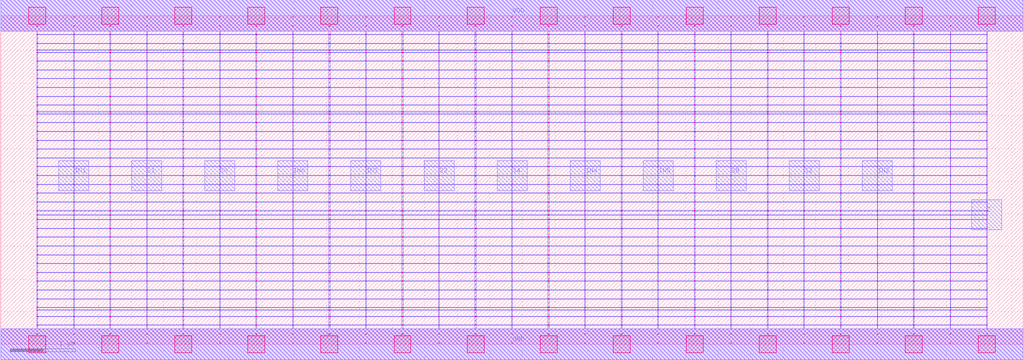
<source format=lef>
MACRO MUX6_DEBUG
 CLASS CORE ;
 FOREIGN MUX6_DEBUG 0 0 ;
 SIZE 15.68 BY 5.04 ;
 ORIGIN 0 0 ;
 SYMMETRY X Y R90 ;
 SITE unit ;
  PIN VDD
   DIRECTION INOUT ;
   USE SIGNAL ;
   SHAPE ABUTMENT ;
    PORT
     CLASS CORE ;
       LAYER met1 ;
        RECT 0.00000000 4.80000000 15.68000000 5.28000000 ;
       LAYER met2 ;
        RECT 0.00000000 4.80000000 15.68000000 5.28000000 ;
    END
  END VDD

  PIN GND
   DIRECTION INOUT ;
   USE SIGNAL ;
   SHAPE ABUTMENT ;
    PORT
     CLASS CORE ;
       LAYER met1 ;
        RECT 0.00000000 -0.24000000 15.68000000 0.24000000 ;
       LAYER met2 ;
        RECT 0.00000000 -0.24000000 15.68000000 0.24000000 ;
    END
  END GND

  PIN Z
   DIRECTION INOUT ;
   USE SIGNAL ;
   SHAPE ABUTMENT ;
    PORT
     CLASS CORE ;
       LAYER met2 ;
        RECT 14.89000000 1.75500000 15.35000000 2.21500000 ;
    END
  END Z

  PIN S2
   DIRECTION INOUT ;
   USE SIGNAL ;
   SHAPE ABUTMENT ;
    PORT
     CLASS CORE ;
       LAYER met2 ;
        RECT 12.09000000 2.35700000 12.55000000 2.81700000 ;
    END
  END S2

  PIN S5
   DIRECTION INOUT ;
   USE SIGNAL ;
   SHAPE ABUTMENT ;
    PORT
     CLASS CORE ;
       LAYER met2 ;
        RECT 10.97000000 2.35700000 11.43000000 2.81700000 ;
    END
  END S5

  PIN IN3
   DIRECTION INOUT ;
   USE SIGNAL ;
   SHAPE ABUTMENT ;
    PORT
     CLASS CORE ;
       LAYER met2 ;
        RECT 5.37000000 2.35700000 5.83000000 2.81700000 ;
    END
  END IN3

  PIN S0
   DIRECTION INOUT ;
   USE SIGNAL ;
   SHAPE ABUTMENT ;
    PORT
     CLASS CORE ;
       LAYER met2 ;
        RECT 3.13000000 2.35700000 3.59000000 2.81700000 ;
    END
  END S0

  PIN IN0
   DIRECTION INOUT ;
   USE SIGNAL ;
   SHAPE ABUTMENT ;
    PORT
     CLASS CORE ;
       LAYER met2 ;
        RECT 4.25000000 2.35700000 4.71000000 2.81700000 ;
    END
  END IN0

  PIN IN5
   DIRECTION INOUT ;
   USE SIGNAL ;
   SHAPE ABUTMENT ;
    PORT
     CLASS CORE ;
       LAYER met2 ;
        RECT 9.85000000 2.35700000 10.31000000 2.81700000 ;
    END
  END IN5

  PIN IN2
   DIRECTION INOUT ;
   USE SIGNAL ;
   SHAPE ABUTMENT ;
    PORT
     CLASS CORE ;
       LAYER met2 ;
        RECT 13.21000000 2.35700000 13.67000000 2.81700000 ;
    END
  END IN2

  PIN IN4
   DIRECTION INOUT ;
   USE SIGNAL ;
   SHAPE ABUTMENT ;
    PORT
     CLASS CORE ;
       LAYER met2 ;
        RECT 8.73000000 2.35700000 9.19000000 2.81700000 ;
    END
  END IN4

  PIN S1
   DIRECTION INOUT ;
   USE SIGNAL ;
   SHAPE ABUTMENT ;
    PORT
     CLASS CORE ;
       LAYER met2 ;
        RECT 2.01000000 2.35700000 2.47000000 2.81700000 ;
    END
  END S1

  PIN S4
   DIRECTION INOUT ;
   USE SIGNAL ;
   SHAPE ABUTMENT ;
    PORT
     CLASS CORE ;
       LAYER met2 ;
        RECT 7.61000000 2.35700000 8.07000000 2.81700000 ;
    END
  END S4

  PIN IN1
   DIRECTION INOUT ;
   USE SIGNAL ;
   SHAPE ABUTMENT ;
    PORT
     CLASS CORE ;
       LAYER met2 ;
        RECT 0.89000000 2.35700000 1.35000000 2.81700000 ;
    END
  END IN1

  PIN S3
   DIRECTION INOUT ;
   USE SIGNAL ;
   SHAPE ABUTMENT ;
    PORT
     CLASS CORE ;
       LAYER met2 ;
        RECT 6.49000000 2.35700000 6.95000000 2.81700000 ;
    END
  END S3

 OBS
    LAYER polycont ;
     RECT 7.83600000 2.58300000 7.84400000 2.59100000 ;
     RECT 7.83600000 2.71800000 7.84400000 2.72600000 ;
     RECT 7.83600000 2.85300000 7.84400000 2.86100000 ;
     RECT 7.83600000 2.98800000 7.84400000 2.99600000 ;
     RECT 10.07600000 2.58300000 10.08400000 2.59100000 ;
     RECT 10.63100000 2.58300000 10.64900000 2.59100000 ;
     RECT 11.19600000 2.58300000 11.20400000 2.59100000 ;
     RECT 11.75100000 2.58300000 11.76900000 2.59100000 ;
     RECT 12.31600000 2.58300000 12.32400000 2.59100000 ;
     RECT 12.87100000 2.58300000 12.88900000 2.59100000 ;
     RECT 13.43600000 2.58300000 13.44400000 2.59100000 ;
     RECT 13.99100000 2.58300000 14.00900000 2.59100000 ;
     RECT 14.55600000 2.58300000 14.56400000 2.59100000 ;
     RECT 15.11600000 2.58300000 15.12900000 2.59100000 ;
     RECT 8.39100000 2.58300000 8.40900000 2.59100000 ;
     RECT 8.39100000 2.71800000 8.40900000 2.72600000 ;
     RECT 8.95600000 2.71800000 8.96400000 2.72600000 ;
     RECT 9.51100000 2.71800000 9.52900000 2.72600000 ;
     RECT 10.07600000 2.71800000 10.08400000 2.72600000 ;
     RECT 10.63100000 2.71800000 10.64900000 2.72600000 ;
     RECT 11.19600000 2.71800000 11.20400000 2.72600000 ;
     RECT 11.75100000 2.71800000 11.76900000 2.72600000 ;
     RECT 12.31600000 2.71800000 12.32400000 2.72600000 ;
     RECT 12.87100000 2.71800000 12.88900000 2.72600000 ;
     RECT 13.43600000 2.71800000 13.44400000 2.72600000 ;
     RECT 13.99100000 2.71800000 14.00900000 2.72600000 ;
     RECT 14.55600000 2.71800000 14.56400000 2.72600000 ;
     RECT 15.11600000 2.71800000 15.12900000 2.72600000 ;
     RECT 8.95600000 2.58300000 8.96400000 2.59100000 ;
     RECT 8.39100000 2.85300000 8.40900000 2.86100000 ;
     RECT 8.95600000 2.85300000 8.96400000 2.86100000 ;
     RECT 9.51100000 2.85300000 9.52900000 2.86100000 ;
     RECT 10.07600000 2.85300000 10.08400000 2.86100000 ;
     RECT 10.63100000 2.85300000 10.64900000 2.86100000 ;
     RECT 11.19600000 2.85300000 11.20400000 2.86100000 ;
     RECT 11.75100000 2.85300000 11.76900000 2.86100000 ;
     RECT 12.31600000 2.85300000 12.32400000 2.86100000 ;
     RECT 12.87100000 2.85300000 12.88900000 2.86100000 ;
     RECT 13.43600000 2.85300000 13.44400000 2.86100000 ;
     RECT 13.99100000 2.85300000 14.00900000 2.86100000 ;
     RECT 14.55600000 2.85300000 14.56400000 2.86100000 ;
     RECT 15.11600000 2.85300000 15.12900000 2.86100000 ;
     RECT 9.51100000 2.58300000 9.52900000 2.59100000 ;
     RECT 8.39100000 2.98800000 8.40900000 2.99600000 ;
     RECT 8.95600000 2.98800000 8.96400000 2.99600000 ;
     RECT 9.51100000 2.98800000 9.52900000 2.99600000 ;
     RECT 10.07600000 2.98800000 10.08400000 2.99600000 ;
     RECT 10.63100000 2.98800000 10.64900000 2.99600000 ;
     RECT 11.19600000 2.98800000 11.20400000 2.99600000 ;
     RECT 11.75100000 2.98800000 11.76900000 2.99600000 ;
     RECT 12.31600000 2.98800000 12.32400000 2.99600000 ;
     RECT 12.87100000 2.98800000 12.88900000 2.99600000 ;
     RECT 13.43600000 2.98800000 13.44400000 2.99600000 ;
     RECT 13.99100000 2.98800000 14.00900000 2.99600000 ;
     RECT 14.55600000 2.98800000 14.56400000 2.99600000 ;
     RECT 15.11600000 2.98800000 15.12900000 2.99600000 ;
     RECT 1.67100000 2.85300000 1.68900000 2.86100000 ;
     RECT 2.23600000 2.85300000 2.24400000 2.86100000 ;
     RECT 2.79100000 2.85300000 2.80900000 2.86100000 ;
     RECT 3.35600000 2.85300000 3.36400000 2.86100000 ;
     RECT 3.91100000 2.85300000 3.92900000 2.86100000 ;
     RECT 4.47600000 2.85300000 4.48400000 2.86100000 ;
     RECT 5.03100000 2.85300000 5.04900000 2.86100000 ;
     RECT 5.59600000 2.85300000 5.60400000 2.86100000 ;
     RECT 6.15100000 2.85300000 6.16900000 2.86100000 ;
     RECT 6.71600000 2.85300000 6.72400000 2.86100000 ;
     RECT 7.27100000 2.85300000 7.28900000 2.86100000 ;
     RECT 1.11600000 2.71800000 1.12400000 2.72600000 ;
     RECT 1.67100000 2.71800000 1.68900000 2.72600000 ;
     RECT 2.23600000 2.71800000 2.24400000 2.72600000 ;
     RECT 2.79100000 2.71800000 2.80900000 2.72600000 ;
     RECT 3.35600000 2.71800000 3.36400000 2.72600000 ;
     RECT 3.91100000 2.71800000 3.92900000 2.72600000 ;
     RECT 4.47600000 2.71800000 4.48400000 2.72600000 ;
     RECT 5.03100000 2.71800000 5.04900000 2.72600000 ;
     RECT 5.59600000 2.71800000 5.60400000 2.72600000 ;
     RECT 6.15100000 2.71800000 6.16900000 2.72600000 ;
     RECT 6.71600000 2.71800000 6.72400000 2.72600000 ;
     RECT 7.27100000 2.71800000 7.28900000 2.72600000 ;
     RECT 1.11600000 2.58300000 1.12400000 2.59100000 ;
     RECT 1.67100000 2.58300000 1.68900000 2.59100000 ;
     RECT 0.55100000 2.98800000 0.56400000 2.99600000 ;
     RECT 1.11600000 2.98800000 1.12400000 2.99600000 ;
     RECT 1.67100000 2.98800000 1.68900000 2.99600000 ;
     RECT 2.23600000 2.98800000 2.24400000 2.99600000 ;
     RECT 2.79100000 2.98800000 2.80900000 2.99600000 ;
     RECT 3.35600000 2.98800000 3.36400000 2.99600000 ;
     RECT 3.91100000 2.98800000 3.92900000 2.99600000 ;
     RECT 4.47600000 2.98800000 4.48400000 2.99600000 ;
     RECT 5.03100000 2.98800000 5.04900000 2.99600000 ;
     RECT 5.59600000 2.98800000 5.60400000 2.99600000 ;
     RECT 6.15100000 2.98800000 6.16900000 2.99600000 ;
     RECT 6.71600000 2.98800000 6.72400000 2.99600000 ;
     RECT 7.27100000 2.98800000 7.28900000 2.99600000 ;
     RECT 2.23600000 2.58300000 2.24400000 2.59100000 ;
     RECT 2.79100000 2.58300000 2.80900000 2.59100000 ;
     RECT 3.35600000 2.58300000 3.36400000 2.59100000 ;
     RECT 3.91100000 2.58300000 3.92900000 2.59100000 ;
     RECT 4.47600000 2.58300000 4.48400000 2.59100000 ;
     RECT 5.03100000 2.58300000 5.04900000 2.59100000 ;
     RECT 5.59600000 2.58300000 5.60400000 2.59100000 ;
     RECT 6.15100000 2.58300000 6.16900000 2.59100000 ;
     RECT 6.71600000 2.58300000 6.72400000 2.59100000 ;
     RECT 7.27100000 2.58300000 7.28900000 2.59100000 ;
     RECT 0.55100000 2.58300000 0.56400000 2.59100000 ;
     RECT 0.55100000 2.71800000 0.56400000 2.72600000 ;
     RECT 0.55100000 2.85300000 0.56400000 2.86100000 ;
     RECT 1.11600000 2.85300000 1.12400000 2.86100000 ;

    LAYER pdiffc ;
     RECT 0.55100000 3.39300000 0.55900000 3.40100000 ;
     RECT 15.12100000 3.39300000 15.12900000 3.40100000 ;
     RECT 0.55100000 3.52800000 0.55900000 3.53600000 ;
     RECT 15.12100000 3.52800000 15.12900000 3.53600000 ;
     RECT 0.55100000 3.56100000 0.55900000 3.56900000 ;
     RECT 15.12100000 3.56100000 15.12900000 3.56900000 ;
     RECT 0.55100000 3.66300000 0.55900000 3.67100000 ;
     RECT 15.12100000 3.66300000 15.12900000 3.67100000 ;
     RECT 0.55100000 3.79800000 0.55900000 3.80600000 ;
     RECT 15.12100000 3.79800000 15.12900000 3.80600000 ;
     RECT 0.55100000 3.93300000 0.55900000 3.94100000 ;
     RECT 15.12100000 3.93300000 15.12900000 3.94100000 ;
     RECT 0.55100000 4.06800000 0.55900000 4.07600000 ;
     RECT 15.12100000 4.06800000 15.12900000 4.07600000 ;
     RECT 0.55100000 4.20300000 0.55900000 4.21100000 ;
     RECT 15.12100000 4.20300000 15.12900000 4.21100000 ;
     RECT 0.55100000 4.33800000 0.55900000 4.34600000 ;
     RECT 15.12100000 4.33800000 15.12900000 4.34600000 ;
     RECT 0.55100000 4.47300000 0.55900000 4.48100000 ;
     RECT 15.12100000 4.47300000 15.12900000 4.48100000 ;
     RECT 0.55100000 4.51100000 0.55900000 4.51900000 ;
     RECT 15.12100000 4.51100000 15.12900000 4.51900000 ;
     RECT 0.55100000 4.60800000 0.55900000 4.61600000 ;
     RECT 15.12100000 4.60800000 15.12900000 4.61600000 ;

    LAYER ndiffc ;
     RECT 11.75100000 0.42300000 11.76900000 0.43100000 ;
     RECT 12.87100000 0.42300000 12.88900000 0.43100000 ;
     RECT 13.99100000 0.42300000 14.00900000 0.43100000 ;
     RECT 15.11600000 0.42300000 15.12900000 0.43100000 ;
     RECT 11.75100000 0.52100000 11.76900000 0.52900000 ;
     RECT 12.87100000 0.52100000 12.88900000 0.52900000 ;
     RECT 13.99100000 0.52100000 14.00900000 0.52900000 ;
     RECT 15.11600000 0.52100000 15.12900000 0.52900000 ;
     RECT 11.75100000 0.55800000 11.76900000 0.56600000 ;
     RECT 12.87100000 0.55800000 12.88900000 0.56600000 ;
     RECT 13.99100000 0.55800000 14.00900000 0.56600000 ;
     RECT 15.11600000 0.55800000 15.12900000 0.56600000 ;
     RECT 11.75100000 0.69300000 11.76900000 0.70100000 ;
     RECT 12.87100000 0.69300000 12.88900000 0.70100000 ;
     RECT 13.99100000 0.69300000 14.00900000 0.70100000 ;
     RECT 15.11600000 0.69300000 15.12900000 0.70100000 ;
     RECT 11.75100000 0.82800000 11.76900000 0.83600000 ;
     RECT 12.87100000 0.82800000 12.88900000 0.83600000 ;
     RECT 13.99100000 0.82800000 14.00900000 0.83600000 ;
     RECT 15.11600000 0.82800000 15.12900000 0.83600000 ;
     RECT 11.75100000 0.96300000 11.76900000 0.97100000 ;
     RECT 12.87100000 0.96300000 12.88900000 0.97100000 ;
     RECT 13.99100000 0.96300000 14.00900000 0.97100000 ;
     RECT 15.11600000 0.96300000 15.12900000 0.97100000 ;
     RECT 11.75100000 1.09800000 11.76900000 1.10600000 ;
     RECT 12.87100000 1.09800000 12.88900000 1.10600000 ;
     RECT 13.99100000 1.09800000 14.00900000 1.10600000 ;
     RECT 15.11600000 1.09800000 15.12900000 1.10600000 ;
     RECT 11.75100000 1.23300000 11.76900000 1.24100000 ;
     RECT 12.87100000 1.23300000 12.88900000 1.24100000 ;
     RECT 13.99100000 1.23300000 14.00900000 1.24100000 ;
     RECT 15.11600000 1.23300000 15.12900000 1.24100000 ;
     RECT 11.75100000 1.36800000 11.76900000 1.37600000 ;
     RECT 12.87100000 1.36800000 12.88900000 1.37600000 ;
     RECT 13.99100000 1.36800000 14.00900000 1.37600000 ;
     RECT 15.11600000 1.36800000 15.12900000 1.37600000 ;
     RECT 11.75100000 1.50300000 11.76900000 1.51100000 ;
     RECT 12.87100000 1.50300000 12.88900000 1.51100000 ;
     RECT 13.99100000 1.50300000 14.00900000 1.51100000 ;
     RECT 15.11600000 1.50300000 15.12900000 1.51100000 ;
     RECT 11.75100000 1.63800000 11.76900000 1.64600000 ;
     RECT 12.87100000 1.63800000 12.88900000 1.64600000 ;
     RECT 13.99100000 1.63800000 14.00900000 1.64600000 ;
     RECT 15.11600000 1.63800000 15.12900000 1.64600000 ;
     RECT 11.75100000 1.77300000 11.76900000 1.78100000 ;
     RECT 12.87100000 1.77300000 12.88900000 1.78100000 ;
     RECT 13.99100000 1.77300000 14.00900000 1.78100000 ;
     RECT 15.11600000 1.77300000 15.12900000 1.78100000 ;
     RECT 11.75100000 1.90800000 11.76900000 1.91600000 ;
     RECT 12.87100000 1.90800000 12.88900000 1.91600000 ;
     RECT 13.99100000 1.90800000 14.00900000 1.91600000 ;
     RECT 15.11600000 1.90800000 15.12900000 1.91600000 ;
     RECT 11.75100000 1.98100000 11.76900000 1.98900000 ;
     RECT 12.87100000 1.98100000 12.88900000 1.98900000 ;
     RECT 13.99100000 1.98100000 14.00900000 1.98900000 ;
     RECT 15.11600000 1.98100000 15.12900000 1.98900000 ;
     RECT 11.75100000 2.04300000 11.76900000 2.05100000 ;
     RECT 12.87100000 2.04300000 12.88900000 2.05100000 ;
     RECT 13.99100000 2.04300000 14.00900000 2.05100000 ;
     RECT 15.11600000 2.04300000 15.12900000 2.05100000 ;
     RECT 10.63100000 0.52100000 10.64900000 0.52900000 ;
     RECT 9.51100000 0.42300000 9.52900000 0.43100000 ;
     RECT 8.39100000 0.96300000 8.40900000 0.97100000 ;
     RECT 8.39100000 1.50300000 8.40900000 1.51100000 ;
     RECT 9.51100000 1.50300000 9.52900000 1.51100000 ;
     RECT 10.63100000 1.50300000 10.64900000 1.51100000 ;
     RECT 9.51100000 0.96300000 9.52900000 0.97100000 ;
     RECT 10.63100000 0.96300000 10.64900000 0.97100000 ;
     RECT 10.63100000 0.42300000 10.64900000 0.43100000 ;
     RECT 8.39100000 0.69300000 8.40900000 0.70100000 ;
     RECT 8.39100000 1.63800000 8.40900000 1.64600000 ;
     RECT 9.51100000 1.63800000 9.52900000 1.64600000 ;
     RECT 10.63100000 1.63800000 10.64900000 1.64600000 ;
     RECT 9.51100000 0.69300000 9.52900000 0.70100000 ;
     RECT 10.63100000 0.69300000 10.64900000 0.70100000 ;
     RECT 8.39100000 1.09800000 8.40900000 1.10600000 ;
     RECT 9.51100000 1.09800000 9.52900000 1.10600000 ;
     RECT 8.39100000 1.77300000 8.40900000 1.78100000 ;
     RECT 9.51100000 1.77300000 9.52900000 1.78100000 ;
     RECT 10.63100000 1.77300000 10.64900000 1.78100000 ;
     RECT 10.63100000 1.09800000 10.64900000 1.10600000 ;
     RECT 8.39100000 0.42300000 8.40900000 0.43100000 ;
     RECT 8.39100000 0.52100000 8.40900000 0.52900000 ;
     RECT 8.39100000 0.55800000 8.40900000 0.56600000 ;
     RECT 8.39100000 1.90800000 8.40900000 1.91600000 ;
     RECT 9.51100000 1.90800000 9.52900000 1.91600000 ;
     RECT 10.63100000 1.90800000 10.64900000 1.91600000 ;
     RECT 9.51100000 0.55800000 9.52900000 0.56600000 ;
     RECT 8.39100000 1.23300000 8.40900000 1.24100000 ;
     RECT 9.51100000 1.23300000 9.52900000 1.24100000 ;
     RECT 10.63100000 1.23300000 10.64900000 1.24100000 ;
     RECT 8.39100000 1.98100000 8.40900000 1.98900000 ;
     RECT 9.51100000 1.98100000 9.52900000 1.98900000 ;
     RECT 10.63100000 1.98100000 10.64900000 1.98900000 ;
     RECT 8.39100000 0.82800000 8.40900000 0.83600000 ;
     RECT 9.51100000 0.82800000 9.52900000 0.83600000 ;
     RECT 10.63100000 0.82800000 10.64900000 0.83600000 ;
     RECT 10.63100000 0.55800000 10.64900000 0.56600000 ;
     RECT 8.39100000 2.04300000 8.40900000 2.05100000 ;
     RECT 9.51100000 2.04300000 9.52900000 2.05100000 ;
     RECT 10.63100000 2.04300000 10.64900000 2.05100000 ;
     RECT 8.39100000 1.36800000 8.40900000 1.37600000 ;
     RECT 9.51100000 1.36800000 9.52900000 1.37600000 ;
     RECT 10.63100000 1.36800000 10.64900000 1.37600000 ;
     RECT 9.51100000 0.52100000 9.52900000 0.52900000 ;
     RECT 5.03100000 0.42300000 5.04900000 0.43100000 ;
     RECT 6.15100000 0.42300000 6.16900000 0.43100000 ;
     RECT 7.27100000 0.42300000 7.28900000 0.43100000 ;
     RECT 5.03100000 1.36800000 5.04900000 1.37600000 ;
     RECT 6.15100000 1.36800000 6.16900000 1.37600000 ;
     RECT 7.27100000 1.36800000 7.28900000 1.37600000 ;
     RECT 5.03100000 0.82800000 5.04900000 0.83600000 ;
     RECT 6.15100000 0.82800000 6.16900000 0.83600000 ;
     RECT 7.27100000 0.82800000 7.28900000 0.83600000 ;
     RECT 5.03100000 1.50300000 5.04900000 1.51100000 ;
     RECT 6.15100000 1.50300000 6.16900000 1.51100000 ;
     RECT 7.27100000 1.50300000 7.28900000 1.51100000 ;
     RECT 5.03100000 0.55800000 5.04900000 0.56600000 ;
     RECT 6.15100000 0.55800000 6.16900000 0.56600000 ;
     RECT 7.27100000 0.55800000 7.28900000 0.56600000 ;
     RECT 5.03100000 1.63800000 5.04900000 1.64600000 ;
     RECT 6.15100000 1.63800000 6.16900000 1.64600000 ;
     RECT 7.27100000 1.63800000 7.28900000 1.64600000 ;
     RECT 5.03100000 0.96300000 5.04900000 0.97100000 ;
     RECT 6.15100000 0.96300000 6.16900000 0.97100000 ;
     RECT 7.27100000 0.96300000 7.28900000 0.97100000 ;
     RECT 5.03100000 1.77300000 5.04900000 1.78100000 ;
     RECT 6.15100000 1.77300000 6.16900000 1.78100000 ;
     RECT 7.27100000 1.77300000 7.28900000 1.78100000 ;
     RECT 5.03100000 0.52100000 5.04900000 0.52900000 ;
     RECT 6.15100000 0.52100000 6.16900000 0.52900000 ;
     RECT 7.27100000 0.52100000 7.28900000 0.52900000 ;
     RECT 5.03100000 1.90800000 5.04900000 1.91600000 ;
     RECT 6.15100000 1.90800000 6.16900000 1.91600000 ;
     RECT 7.27100000 1.90800000 7.28900000 1.91600000 ;
     RECT 5.03100000 1.09800000 5.04900000 1.10600000 ;
     RECT 6.15100000 1.09800000 6.16900000 1.10600000 ;
     RECT 7.27100000 1.09800000 7.28900000 1.10600000 ;
     RECT 5.03100000 1.98100000 5.04900000 1.98900000 ;
     RECT 6.15100000 1.98100000 6.16900000 1.98900000 ;
     RECT 7.27100000 1.98100000 7.28900000 1.98900000 ;
     RECT 5.03100000 0.69300000 5.04900000 0.70100000 ;
     RECT 6.15100000 0.69300000 6.16900000 0.70100000 ;
     RECT 7.27100000 0.69300000 7.28900000 0.70100000 ;
     RECT 5.03100000 2.04300000 5.04900000 2.05100000 ;
     RECT 6.15100000 2.04300000 6.16900000 2.05100000 ;
     RECT 7.27100000 2.04300000 7.28900000 2.05100000 ;
     RECT 5.03100000 1.23300000 5.04900000 1.24100000 ;
     RECT 6.15100000 1.23300000 6.16900000 1.24100000 ;
     RECT 7.27100000 1.23300000 7.28900000 1.24100000 ;
     RECT 3.91100000 0.96300000 3.92900000 0.97100000 ;
     RECT 2.79100000 0.42300000 2.80900000 0.43100000 ;
     RECT 0.55100000 1.36800000 0.56400000 1.37600000 ;
     RECT 1.67100000 1.36800000 1.68900000 1.37600000 ;
     RECT 0.55100000 1.77300000 0.56400000 1.78100000 ;
     RECT 1.67100000 1.77300000 1.68900000 1.78100000 ;
     RECT 2.79100000 1.77300000 2.80900000 1.78100000 ;
     RECT 3.91100000 1.77300000 3.92900000 1.78100000 ;
     RECT 0.55100000 1.50300000 0.56400000 1.51100000 ;
     RECT 1.67100000 1.50300000 1.68900000 1.51100000 ;
     RECT 2.79100000 1.50300000 2.80900000 1.51100000 ;
     RECT 0.55100000 0.52100000 0.56400000 0.52900000 ;
     RECT 1.67100000 0.52100000 1.68900000 0.52900000 ;
     RECT 2.79100000 0.52100000 2.80900000 0.52900000 ;
     RECT 3.91100000 0.52100000 3.92900000 0.52900000 ;
     RECT 3.91100000 1.50300000 3.92900000 1.51100000 ;
     RECT 2.79100000 1.36800000 2.80900000 1.37600000 ;
     RECT 3.91100000 1.36800000 3.92900000 1.37600000 ;
     RECT 0.55100000 1.90800000 0.56400000 1.91600000 ;
     RECT 1.67100000 1.90800000 1.68900000 1.91600000 ;
     RECT 2.79100000 1.90800000 2.80900000 1.91600000 ;
     RECT 3.91100000 1.90800000 3.92900000 1.91600000 ;
     RECT 3.91100000 0.42300000 3.92900000 0.43100000 ;
     RECT 0.55100000 0.55800000 0.56400000 0.56600000 ;
     RECT 1.67100000 0.55800000 1.68900000 0.56600000 ;
     RECT 0.55100000 1.09800000 0.56400000 1.10600000 ;
     RECT 1.67100000 1.09800000 1.68900000 1.10600000 ;
     RECT 2.79100000 1.09800000 2.80900000 1.10600000 ;
     RECT 3.91100000 1.09800000 3.92900000 1.10600000 ;
     RECT 2.79100000 0.55800000 2.80900000 0.56600000 ;
     RECT 3.91100000 0.55800000 3.92900000 0.56600000 ;
     RECT 0.55100000 0.42300000 0.56400000 0.43100000 ;
     RECT 0.55100000 1.98100000 0.56400000 1.98900000 ;
     RECT 1.67100000 1.98100000 1.68900000 1.98900000 ;
     RECT 2.79100000 1.98100000 2.80900000 1.98900000 ;
     RECT 3.91100000 1.98100000 3.92900000 1.98900000 ;
     RECT 1.67100000 0.42300000 1.68900000 0.43100000 ;
     RECT 0.55100000 0.82800000 0.56400000 0.83600000 ;
     RECT 0.55100000 1.63800000 0.56400000 1.64600000 ;
     RECT 0.55100000 0.69300000 0.56400000 0.70100000 ;
     RECT 1.67100000 0.69300000 1.68900000 0.70100000 ;
     RECT 2.79100000 0.69300000 2.80900000 0.70100000 ;
     RECT 3.91100000 0.69300000 3.92900000 0.70100000 ;
     RECT 1.67100000 1.63800000 1.68900000 1.64600000 ;
     RECT 2.79100000 1.63800000 2.80900000 1.64600000 ;
     RECT 3.91100000 1.63800000 3.92900000 1.64600000 ;
     RECT 0.55100000 2.04300000 0.56400000 2.05100000 ;
     RECT 1.67100000 2.04300000 1.68900000 2.05100000 ;
     RECT 2.79100000 2.04300000 2.80900000 2.05100000 ;
     RECT 3.91100000 2.04300000 3.92900000 2.05100000 ;
     RECT 1.67100000 0.82800000 1.68900000 0.83600000 ;
     RECT 2.79100000 0.82800000 2.80900000 0.83600000 ;
     RECT 3.91100000 0.82800000 3.92900000 0.83600000 ;
     RECT 0.55100000 1.23300000 0.56400000 1.24100000 ;
     RECT 1.67100000 1.23300000 1.68900000 1.24100000 ;
     RECT 2.79100000 1.23300000 2.80900000 1.24100000 ;
     RECT 3.91100000 1.23300000 3.92900000 1.24100000 ;
     RECT 0.55100000 0.96300000 0.56400000 0.97100000 ;
     RECT 1.67100000 0.96300000 1.68900000 0.97100000 ;
     RECT 2.79100000 0.96300000 2.80900000 0.97100000 ;

    LAYER met1 ;
     RECT 0.00000000 -0.24000000 15.68000000 0.24000000 ;
     RECT 7.83600000 0.24000000 7.84400000 0.28800000 ;
     RECT 0.55100000 0.28800000 15.12900000 0.29600000 ;
     RECT 7.83600000 0.29600000 7.84400000 0.42300000 ;
     RECT 0.55100000 0.42300000 15.12900000 0.43100000 ;
     RECT 7.83600000 0.43100000 7.84400000 0.52100000 ;
     RECT 0.55100000 0.52100000 15.12900000 0.52900000 ;
     RECT 7.83600000 0.52900000 7.84400000 0.55800000 ;
     RECT 0.55100000 0.55800000 15.12900000 0.56600000 ;
     RECT 7.83600000 0.56600000 7.84400000 0.69300000 ;
     RECT 0.55100000 0.69300000 15.12900000 0.70100000 ;
     RECT 7.83600000 0.70100000 7.84400000 0.82800000 ;
     RECT 0.55100000 0.82800000 15.12900000 0.83600000 ;
     RECT 7.83600000 0.83600000 7.84400000 0.96300000 ;
     RECT 0.55100000 0.96300000 15.12900000 0.97100000 ;
     RECT 7.83600000 0.97100000 7.84400000 1.09800000 ;
     RECT 0.55100000 1.09800000 15.12900000 1.10600000 ;
     RECT 7.83600000 1.10600000 7.84400000 1.23300000 ;
     RECT 0.55100000 1.23300000 15.12900000 1.24100000 ;
     RECT 7.83600000 1.24100000 7.84400000 1.36800000 ;
     RECT 0.55100000 1.36800000 15.12900000 1.37600000 ;
     RECT 7.83600000 1.37600000 7.84400000 1.50300000 ;
     RECT 0.55100000 1.50300000 15.12900000 1.51100000 ;
     RECT 7.83600000 1.51100000 7.84400000 1.63800000 ;
     RECT 0.55100000 1.63800000 15.12900000 1.64600000 ;
     RECT 7.83600000 1.64600000 7.84400000 1.77300000 ;
     RECT 0.55100000 1.77300000 15.12900000 1.78100000 ;
     RECT 7.83600000 1.78100000 7.84400000 1.90800000 ;
     RECT 0.55100000 1.90800000 15.12900000 1.91600000 ;
     RECT 7.83600000 1.91600000 7.84400000 1.98100000 ;
     RECT 0.55100000 1.98100000 15.12900000 1.98900000 ;
     RECT 7.83600000 1.98900000 7.84400000 2.04300000 ;
     RECT 0.55100000 2.04300000 15.12900000 2.05100000 ;
     RECT 7.83600000 2.05100000 7.84400000 2.17800000 ;
     RECT 0.55100000 2.17800000 15.12900000 2.18600000 ;
     RECT 7.83600000 2.18600000 7.84400000 2.31300000 ;
     RECT 0.55100000 2.31300000 15.12900000 2.32100000 ;
     RECT 7.83600000 2.32100000 7.84400000 2.44800000 ;
     RECT 0.55100000 2.44800000 15.12900000 2.45600000 ;
     RECT 0.55100000 2.45600000 0.56400000 2.58300000 ;
     RECT 1.11600000 2.45600000 1.12400000 2.58300000 ;
     RECT 1.67100000 2.45600000 1.68900000 2.58300000 ;
     RECT 2.23600000 2.45600000 2.24400000 2.58300000 ;
     RECT 2.79100000 2.45600000 2.80900000 2.58300000 ;
     RECT 3.35600000 2.45600000 3.36400000 2.58300000 ;
     RECT 3.91100000 2.45600000 3.92900000 2.58300000 ;
     RECT 4.47600000 2.45600000 4.48400000 2.58300000 ;
     RECT 5.03100000 2.45600000 5.04900000 2.58300000 ;
     RECT 5.59600000 2.45600000 5.60400000 2.58300000 ;
     RECT 6.15100000 2.45600000 6.16900000 2.58300000 ;
     RECT 6.71600000 2.45600000 6.72400000 2.58300000 ;
     RECT 7.27100000 2.45600000 7.28900000 2.58300000 ;
     RECT 7.83600000 2.45600000 7.84400000 2.58300000 ;
     RECT 8.39100000 2.45600000 8.40900000 2.58300000 ;
     RECT 8.95600000 2.45600000 8.96400000 2.58300000 ;
     RECT 9.51100000 2.45600000 9.52900000 2.58300000 ;
     RECT 10.07600000 2.45600000 10.08400000 2.58300000 ;
     RECT 10.63100000 2.45600000 10.64900000 2.58300000 ;
     RECT 11.19600000 2.45600000 11.20400000 2.58300000 ;
     RECT 11.75100000 2.45600000 11.76900000 2.58300000 ;
     RECT 12.31600000 2.45600000 12.32400000 2.58300000 ;
     RECT 12.87100000 2.45600000 12.88900000 2.58300000 ;
     RECT 13.43600000 2.45600000 13.44400000 2.58300000 ;
     RECT 13.99100000 2.45600000 14.00900000 2.58300000 ;
     RECT 14.55600000 2.45600000 14.56400000 2.58300000 ;
     RECT 15.11600000 2.45600000 15.12900000 2.58300000 ;
     RECT 0.55100000 2.58300000 15.12900000 2.59100000 ;
     RECT 7.83600000 2.59100000 7.84400000 2.71800000 ;
     RECT 0.55100000 2.71800000 15.12900000 2.72600000 ;
     RECT 7.83600000 2.72600000 7.84400000 2.85300000 ;
     RECT 0.55100000 2.85300000 15.12900000 2.86100000 ;
     RECT 7.83600000 2.86100000 7.84400000 2.98800000 ;
     RECT 0.55100000 2.98800000 15.12900000 2.99600000 ;
     RECT 7.83600000 2.99600000 7.84400000 3.12300000 ;
     RECT 0.55100000 3.12300000 15.12900000 3.13100000 ;
     RECT 7.83600000 3.13100000 7.84400000 3.25800000 ;
     RECT 0.55100000 3.25800000 15.12900000 3.26600000 ;
     RECT 7.83600000 3.26600000 7.84400000 3.39300000 ;
     RECT 0.55100000 3.39300000 15.12900000 3.40100000 ;
     RECT 7.83600000 3.40100000 7.84400000 3.52800000 ;
     RECT 0.55100000 3.52800000 15.12900000 3.53600000 ;
     RECT 7.83600000 3.53600000 7.84400000 3.56100000 ;
     RECT 0.55100000 3.56100000 15.12900000 3.56900000 ;
     RECT 7.83600000 3.56900000 7.84400000 3.66300000 ;
     RECT 0.55100000 3.66300000 15.12900000 3.67100000 ;
     RECT 7.83600000 3.67100000 7.84400000 3.79800000 ;
     RECT 0.55100000 3.79800000 15.12900000 3.80600000 ;
     RECT 7.83600000 3.80600000 7.84400000 3.93300000 ;
     RECT 0.55100000 3.93300000 15.12900000 3.94100000 ;
     RECT 7.83600000 3.94100000 7.84400000 4.06800000 ;
     RECT 0.55100000 4.06800000 15.12900000 4.07600000 ;
     RECT 7.83600000 4.07600000 7.84400000 4.20300000 ;
     RECT 0.55100000 4.20300000 15.12900000 4.21100000 ;
     RECT 7.83600000 4.21100000 7.84400000 4.33800000 ;
     RECT 0.55100000 4.33800000 15.12900000 4.34600000 ;
     RECT 7.83600000 4.34600000 7.84400000 4.47300000 ;
     RECT 0.55100000 4.47300000 15.12900000 4.48100000 ;
     RECT 7.83600000 4.48100000 7.84400000 4.51100000 ;
     RECT 0.55100000 4.51100000 15.12900000 4.51900000 ;
     RECT 7.83600000 4.51900000 7.84400000 4.60800000 ;
     RECT 0.55100000 4.60800000 15.12900000 4.61600000 ;
     RECT 7.83600000 4.61600000 7.84400000 4.74300000 ;
     RECT 0.55100000 4.74300000 15.12900000 4.75100000 ;
     RECT 7.83600000 4.75100000 7.84400000 4.80000000 ;
     RECT 0.00000000 4.80000000 15.68000000 5.28000000 ;
     RECT 11.75100000 2.99600000 11.76900000 3.12300000 ;
     RECT 11.75100000 2.59100000 11.76900000 2.71800000 ;
     RECT 11.75100000 3.13100000 11.76900000 3.25800000 ;
     RECT 11.75100000 3.26600000 11.76900000 3.39300000 ;
     RECT 11.75100000 3.40100000 11.76900000 3.52800000 ;
     RECT 11.75100000 3.53600000 11.76900000 3.56100000 ;
     RECT 11.75100000 3.56900000 11.76900000 3.66300000 ;
     RECT 11.75100000 3.67100000 11.76900000 3.79800000 ;
     RECT 8.39100000 3.80600000 8.40900000 3.93300000 ;
     RECT 8.95600000 3.80600000 8.96400000 3.93300000 ;
     RECT 9.51100000 3.80600000 9.52900000 3.93300000 ;
     RECT 10.07600000 3.80600000 10.08400000 3.93300000 ;
     RECT 10.63100000 3.80600000 10.64900000 3.93300000 ;
     RECT 11.19600000 3.80600000 11.20400000 3.93300000 ;
     RECT 11.75100000 3.80600000 11.76900000 3.93300000 ;
     RECT 12.31600000 3.80600000 12.32400000 3.93300000 ;
     RECT 12.87100000 3.80600000 12.88900000 3.93300000 ;
     RECT 13.43600000 3.80600000 13.44400000 3.93300000 ;
     RECT 13.99100000 3.80600000 14.00900000 3.93300000 ;
     RECT 14.55600000 3.80600000 14.56400000 3.93300000 ;
     RECT 15.11600000 3.80600000 15.12900000 3.93300000 ;
     RECT 11.75100000 2.72600000 11.76900000 2.85300000 ;
     RECT 11.75100000 3.94100000 11.76900000 4.06800000 ;
     RECT 11.75100000 4.07600000 11.76900000 4.20300000 ;
     RECT 11.75100000 4.21100000 11.76900000 4.33800000 ;
     RECT 11.75100000 4.34600000 11.76900000 4.47300000 ;
     RECT 11.75100000 4.48100000 11.76900000 4.51100000 ;
     RECT 11.75100000 4.51900000 11.76900000 4.60800000 ;
     RECT 11.75100000 4.61600000 11.76900000 4.74300000 ;
     RECT 11.75100000 4.75100000 11.76900000 4.80000000 ;
     RECT 11.75100000 2.86100000 11.76900000 2.98800000 ;
     RECT 12.87100000 4.07600000 12.88900000 4.20300000 ;
     RECT 13.43600000 4.07600000 13.44400000 4.20300000 ;
     RECT 13.99100000 4.07600000 14.00900000 4.20300000 ;
     RECT 14.55600000 4.07600000 14.56400000 4.20300000 ;
     RECT 15.11600000 4.07600000 15.12900000 4.20300000 ;
     RECT 12.87100000 3.94100000 12.88900000 4.06800000 ;
     RECT 12.31600000 4.21100000 12.32400000 4.33800000 ;
     RECT 12.87100000 4.21100000 12.88900000 4.33800000 ;
     RECT 13.43600000 4.21100000 13.44400000 4.33800000 ;
     RECT 13.99100000 4.21100000 14.00900000 4.33800000 ;
     RECT 14.55600000 4.21100000 14.56400000 4.33800000 ;
     RECT 15.11600000 4.21100000 15.12900000 4.33800000 ;
     RECT 13.43600000 3.94100000 13.44400000 4.06800000 ;
     RECT 12.31600000 4.34600000 12.32400000 4.47300000 ;
     RECT 12.87100000 4.34600000 12.88900000 4.47300000 ;
     RECT 13.43600000 4.34600000 13.44400000 4.47300000 ;
     RECT 13.99100000 4.34600000 14.00900000 4.47300000 ;
     RECT 14.55600000 4.34600000 14.56400000 4.47300000 ;
     RECT 15.11600000 4.34600000 15.12900000 4.47300000 ;
     RECT 13.99100000 3.94100000 14.00900000 4.06800000 ;
     RECT 12.31600000 4.48100000 12.32400000 4.51100000 ;
     RECT 12.87100000 4.48100000 12.88900000 4.51100000 ;
     RECT 13.43600000 4.48100000 13.44400000 4.51100000 ;
     RECT 13.99100000 4.48100000 14.00900000 4.51100000 ;
     RECT 14.55600000 4.48100000 14.56400000 4.51100000 ;
     RECT 15.11600000 4.48100000 15.12900000 4.51100000 ;
     RECT 14.55600000 3.94100000 14.56400000 4.06800000 ;
     RECT 12.31600000 4.51900000 12.32400000 4.60800000 ;
     RECT 12.87100000 4.51900000 12.88900000 4.60800000 ;
     RECT 13.43600000 4.51900000 13.44400000 4.60800000 ;
     RECT 13.99100000 4.51900000 14.00900000 4.60800000 ;
     RECT 14.55600000 4.51900000 14.56400000 4.60800000 ;
     RECT 15.11600000 4.51900000 15.12900000 4.60800000 ;
     RECT 15.11600000 3.94100000 15.12900000 4.06800000 ;
     RECT 12.31600000 4.61600000 12.32400000 4.74300000 ;
     RECT 12.87100000 4.61600000 12.88900000 4.74300000 ;
     RECT 13.43600000 4.61600000 13.44400000 4.74300000 ;
     RECT 13.99100000 4.61600000 14.00900000 4.74300000 ;
     RECT 14.55600000 4.61600000 14.56400000 4.74300000 ;
     RECT 15.11600000 4.61600000 15.12900000 4.74300000 ;
     RECT 12.31600000 3.94100000 12.32400000 4.06800000 ;
     RECT 12.31600000 4.75100000 12.32400000 4.80000000 ;
     RECT 12.87100000 4.75100000 12.88900000 4.80000000 ;
     RECT 13.43600000 4.75100000 13.44400000 4.80000000 ;
     RECT 13.99100000 4.75100000 14.00900000 4.80000000 ;
     RECT 14.55600000 4.75100000 14.56400000 4.80000000 ;
     RECT 15.11600000 4.75100000 15.12900000 4.80000000 ;
     RECT 12.31600000 4.07600000 12.32400000 4.20300000 ;
     RECT 11.19600000 4.48100000 11.20400000 4.51100000 ;
     RECT 9.51100000 4.21100000 9.52900000 4.33800000 ;
     RECT 10.07600000 4.21100000 10.08400000 4.33800000 ;
     RECT 10.63100000 4.21100000 10.64900000 4.33800000 ;
     RECT 11.19600000 4.21100000 11.20400000 4.33800000 ;
     RECT 8.95600000 4.07600000 8.96400000 4.20300000 ;
     RECT 9.51100000 4.07600000 9.52900000 4.20300000 ;
     RECT 10.07600000 4.07600000 10.08400000 4.20300000 ;
     RECT 8.39100000 4.51900000 8.40900000 4.60800000 ;
     RECT 8.95600000 4.51900000 8.96400000 4.60800000 ;
     RECT 9.51100000 4.51900000 9.52900000 4.60800000 ;
     RECT 10.07600000 4.51900000 10.08400000 4.60800000 ;
     RECT 10.63100000 4.51900000 10.64900000 4.60800000 ;
     RECT 11.19600000 4.51900000 11.20400000 4.60800000 ;
     RECT 10.63100000 4.07600000 10.64900000 4.20300000 ;
     RECT 11.19600000 4.07600000 11.20400000 4.20300000 ;
     RECT 8.95600000 3.94100000 8.96400000 4.06800000 ;
     RECT 9.51100000 3.94100000 9.52900000 4.06800000 ;
     RECT 8.39100000 4.34600000 8.40900000 4.47300000 ;
     RECT 8.95600000 4.34600000 8.96400000 4.47300000 ;
     RECT 9.51100000 4.34600000 9.52900000 4.47300000 ;
     RECT 8.39100000 4.61600000 8.40900000 4.74300000 ;
     RECT 8.95600000 4.61600000 8.96400000 4.74300000 ;
     RECT 9.51100000 4.61600000 9.52900000 4.74300000 ;
     RECT 10.07600000 4.61600000 10.08400000 4.74300000 ;
     RECT 10.63100000 4.61600000 10.64900000 4.74300000 ;
     RECT 11.19600000 4.61600000 11.20400000 4.74300000 ;
     RECT 10.07600000 4.34600000 10.08400000 4.47300000 ;
     RECT 10.63100000 4.34600000 10.64900000 4.47300000 ;
     RECT 11.19600000 4.34600000 11.20400000 4.47300000 ;
     RECT 10.07600000 3.94100000 10.08400000 4.06800000 ;
     RECT 10.63100000 3.94100000 10.64900000 4.06800000 ;
     RECT 11.19600000 3.94100000 11.20400000 4.06800000 ;
     RECT 8.39100000 3.94100000 8.40900000 4.06800000 ;
     RECT 8.39100000 4.75100000 8.40900000 4.80000000 ;
     RECT 8.95600000 4.75100000 8.96400000 4.80000000 ;
     RECT 9.51100000 4.75100000 9.52900000 4.80000000 ;
     RECT 10.07600000 4.75100000 10.08400000 4.80000000 ;
     RECT 10.63100000 4.75100000 10.64900000 4.80000000 ;
     RECT 11.19600000 4.75100000 11.20400000 4.80000000 ;
     RECT 8.39100000 4.07600000 8.40900000 4.20300000 ;
     RECT 8.39100000 4.21100000 8.40900000 4.33800000 ;
     RECT 8.95600000 4.21100000 8.96400000 4.33800000 ;
     RECT 8.39100000 4.48100000 8.40900000 4.51100000 ;
     RECT 8.95600000 4.48100000 8.96400000 4.51100000 ;
     RECT 9.51100000 4.48100000 9.52900000 4.51100000 ;
     RECT 10.07600000 4.48100000 10.08400000 4.51100000 ;
     RECT 10.63100000 4.48100000 10.64900000 4.51100000 ;
     RECT 10.07600000 2.59100000 10.08400000 2.71800000 ;
     RECT 11.19600000 3.26600000 11.20400000 3.39300000 ;
     RECT 8.95600000 2.99600000 8.96400000 3.12300000 ;
     RECT 8.39100000 3.40100000 8.40900000 3.52800000 ;
     RECT 8.95600000 3.40100000 8.96400000 3.52800000 ;
     RECT 9.51100000 3.40100000 9.52900000 3.52800000 ;
     RECT 10.07600000 3.40100000 10.08400000 3.52800000 ;
     RECT 10.63100000 3.40100000 10.64900000 3.52800000 ;
     RECT 11.19600000 3.40100000 11.20400000 3.52800000 ;
     RECT 9.51100000 2.99600000 9.52900000 3.12300000 ;
     RECT 8.39100000 2.59100000 8.40900000 2.71800000 ;
     RECT 8.39100000 3.53600000 8.40900000 3.56100000 ;
     RECT 8.95600000 3.53600000 8.96400000 3.56100000 ;
     RECT 9.51100000 3.53600000 9.52900000 3.56100000 ;
     RECT 8.39100000 2.86100000 8.40900000 2.98800000 ;
     RECT 8.95600000 2.86100000 8.96400000 2.98800000 ;
     RECT 10.07600000 3.53600000 10.08400000 3.56100000 ;
     RECT 10.63100000 3.53600000 10.64900000 3.56100000 ;
     RECT 11.19600000 3.53600000 11.20400000 3.56100000 ;
     RECT 10.07600000 2.99600000 10.08400000 3.12300000 ;
     RECT 8.95600000 2.59100000 8.96400000 2.71800000 ;
     RECT 8.39100000 2.72600000 8.40900000 2.85300000 ;
     RECT 8.39100000 3.56900000 8.40900000 3.66300000 ;
     RECT 8.95600000 3.56900000 8.96400000 3.66300000 ;
     RECT 9.51100000 3.56900000 9.52900000 3.66300000 ;
     RECT 10.07600000 3.56900000 10.08400000 3.66300000 ;
     RECT 10.63100000 3.56900000 10.64900000 3.66300000 ;
     RECT 11.19600000 3.56900000 11.20400000 3.66300000 ;
     RECT 10.63100000 2.99600000 10.64900000 3.12300000 ;
     RECT 9.51100000 2.86100000 9.52900000 2.98800000 ;
     RECT 10.07600000 2.86100000 10.08400000 2.98800000 ;
     RECT 8.95600000 2.72600000 8.96400000 2.85300000 ;
     RECT 9.51100000 2.72600000 9.52900000 2.85300000 ;
     RECT 8.39100000 3.67100000 8.40900000 3.79800000 ;
     RECT 8.95600000 3.67100000 8.96400000 3.79800000 ;
     RECT 9.51100000 3.67100000 9.52900000 3.79800000 ;
     RECT 10.07600000 3.67100000 10.08400000 3.79800000 ;
     RECT 10.63100000 3.67100000 10.64900000 3.79800000 ;
     RECT 11.19600000 3.67100000 11.20400000 3.79800000 ;
     RECT 11.19600000 2.99600000 11.20400000 3.12300000 ;
     RECT 10.07600000 2.72600000 10.08400000 2.85300000 ;
     RECT 10.63100000 2.72600000 10.64900000 2.85300000 ;
     RECT 10.63100000 2.59100000 10.64900000 2.71800000 ;
     RECT 11.19600000 2.59100000 11.20400000 2.71800000 ;
     RECT 10.63100000 2.86100000 10.64900000 2.98800000 ;
     RECT 11.19600000 2.86100000 11.20400000 2.98800000 ;
     RECT 8.39100000 3.13100000 8.40900000 3.25800000 ;
     RECT 8.95600000 3.13100000 8.96400000 3.25800000 ;
     RECT 9.51100000 3.13100000 9.52900000 3.25800000 ;
     RECT 10.07600000 3.13100000 10.08400000 3.25800000 ;
     RECT 10.63100000 3.13100000 10.64900000 3.25800000 ;
     RECT 11.19600000 3.13100000 11.20400000 3.25800000 ;
     RECT 8.39100000 2.99600000 8.40900000 3.12300000 ;
     RECT 8.39100000 3.26600000 8.40900000 3.39300000 ;
     RECT 8.95600000 3.26600000 8.96400000 3.39300000 ;
     RECT 9.51100000 3.26600000 9.52900000 3.39300000 ;
     RECT 10.07600000 3.26600000 10.08400000 3.39300000 ;
     RECT 11.19600000 2.72600000 11.20400000 2.85300000 ;
     RECT 10.63100000 3.26600000 10.64900000 3.39300000 ;
     RECT 9.51100000 2.59100000 9.52900000 2.71800000 ;
     RECT 13.43600000 2.59100000 13.44400000 2.71800000 ;
     RECT 13.43600000 2.99600000 13.44400000 3.12300000 ;
     RECT 12.31600000 3.53600000 12.32400000 3.56100000 ;
     RECT 12.87100000 3.53600000 12.88900000 3.56100000 ;
     RECT 13.43600000 3.53600000 13.44400000 3.56100000 ;
     RECT 13.99100000 3.53600000 14.00900000 3.56100000 ;
     RECT 14.55600000 3.53600000 14.56400000 3.56100000 ;
     RECT 15.11600000 3.53600000 15.12900000 3.56100000 ;
     RECT 13.99100000 2.99600000 14.00900000 3.12300000 ;
     RECT 14.55600000 2.99600000 14.56400000 3.12300000 ;
     RECT 15.11600000 2.99600000 15.12900000 3.12300000 ;
     RECT 13.99100000 2.86100000 14.00900000 2.98800000 ;
     RECT 12.31600000 2.59100000 12.32400000 2.71800000 ;
     RECT 14.55600000 2.86100000 14.56400000 2.98800000 ;
     RECT 12.31600000 2.72600000 12.32400000 2.85300000 ;
     RECT 12.87100000 2.72600000 12.88900000 2.85300000 ;
     RECT 12.31600000 3.26600000 12.32400000 3.39300000 ;
     RECT 12.87100000 3.26600000 12.88900000 3.39300000 ;
     RECT 13.43600000 3.26600000 13.44400000 3.39300000 ;
     RECT 12.31600000 3.56900000 12.32400000 3.66300000 ;
     RECT 12.87100000 3.56900000 12.88900000 3.66300000 ;
     RECT 13.43600000 3.56900000 13.44400000 3.66300000 ;
     RECT 13.99100000 3.56900000 14.00900000 3.66300000 ;
     RECT 14.55600000 3.56900000 14.56400000 3.66300000 ;
     RECT 15.11600000 3.56900000 15.12900000 3.66300000 ;
     RECT 13.99100000 3.26600000 14.00900000 3.39300000 ;
     RECT 14.55600000 3.26600000 14.56400000 3.39300000 ;
     RECT 15.11600000 3.26600000 15.12900000 3.39300000 ;
     RECT 13.99100000 2.59100000 14.00900000 2.71800000 ;
     RECT 13.43600000 2.72600000 13.44400000 2.85300000 ;
     RECT 13.99100000 2.72600000 14.00900000 2.85300000 ;
     RECT 14.55600000 2.59100000 14.56400000 2.71800000 ;
     RECT 15.11600000 2.86100000 15.12900000 2.98800000 ;
     RECT 12.31600000 2.86100000 12.32400000 2.98800000 ;
     RECT 12.87100000 2.86100000 12.88900000 2.98800000 ;
     RECT 13.43600000 2.86100000 13.44400000 2.98800000 ;
     RECT 12.31600000 3.67100000 12.32400000 3.79800000 ;
     RECT 12.87100000 3.67100000 12.88900000 3.79800000 ;
     RECT 13.43600000 3.67100000 13.44400000 3.79800000 ;
     RECT 13.99100000 3.67100000 14.00900000 3.79800000 ;
     RECT 14.55600000 3.67100000 14.56400000 3.79800000 ;
     RECT 15.11600000 3.67100000 15.12900000 3.79800000 ;
     RECT 12.31600000 2.99600000 12.32400000 3.12300000 ;
     RECT 12.87100000 2.99600000 12.88900000 3.12300000 ;
     RECT 14.55600000 2.72600000 14.56400000 2.85300000 ;
     RECT 15.11600000 2.72600000 15.12900000 2.85300000 ;
     RECT 12.31600000 3.13100000 12.32400000 3.25800000 ;
     RECT 12.31600000 3.40100000 12.32400000 3.52800000 ;
     RECT 12.87100000 3.40100000 12.88900000 3.52800000 ;
     RECT 13.43600000 3.40100000 13.44400000 3.52800000 ;
     RECT 13.99100000 3.40100000 14.00900000 3.52800000 ;
     RECT 14.55600000 3.40100000 14.56400000 3.52800000 ;
     RECT 15.11600000 3.40100000 15.12900000 3.52800000 ;
     RECT 15.11600000 2.59100000 15.12900000 2.71800000 ;
     RECT 12.87100000 3.13100000 12.88900000 3.25800000 ;
     RECT 13.43600000 3.13100000 13.44400000 3.25800000 ;
     RECT 13.99100000 3.13100000 14.00900000 3.25800000 ;
     RECT 14.55600000 3.13100000 14.56400000 3.25800000 ;
     RECT 15.11600000 3.13100000 15.12900000 3.25800000 ;
     RECT 12.87100000 2.59100000 12.88900000 2.71800000 ;
     RECT 3.35600000 3.80600000 3.36400000 3.93300000 ;
     RECT 3.91100000 3.80600000 3.92900000 3.93300000 ;
     RECT 4.47600000 3.80600000 4.48400000 3.93300000 ;
     RECT 5.03100000 3.80600000 5.04900000 3.93300000 ;
     RECT 5.59600000 3.80600000 5.60400000 3.93300000 ;
     RECT 6.15100000 3.80600000 6.16900000 3.93300000 ;
     RECT 6.71600000 3.80600000 6.72400000 3.93300000 ;
     RECT 7.27100000 3.80600000 7.28900000 3.93300000 ;
     RECT 3.91100000 3.94100000 3.92900000 4.06800000 ;
     RECT 3.91100000 3.40100000 3.92900000 3.52800000 ;
     RECT 3.91100000 4.07600000 3.92900000 4.20300000 ;
     RECT 3.91100000 2.99600000 3.92900000 3.12300000 ;
     RECT 3.91100000 2.59100000 3.92900000 2.71800000 ;
     RECT 3.91100000 4.21100000 3.92900000 4.33800000 ;
     RECT 3.91100000 3.53600000 3.92900000 3.56100000 ;
     RECT 3.91100000 4.34600000 3.92900000 4.47300000 ;
     RECT 3.91100000 3.13100000 3.92900000 3.25800000 ;
     RECT 3.91100000 4.48100000 3.92900000 4.51100000 ;
     RECT 3.91100000 3.56900000 3.92900000 3.66300000 ;
     RECT 3.91100000 4.51900000 3.92900000 4.60800000 ;
     RECT 3.91100000 2.86100000 3.92900000 2.98800000 ;
     RECT 3.91100000 4.61600000 3.92900000 4.74300000 ;
     RECT 3.91100000 3.67100000 3.92900000 3.79800000 ;
     RECT 3.91100000 2.72600000 3.92900000 2.85300000 ;
     RECT 3.91100000 4.75100000 3.92900000 4.80000000 ;
     RECT 3.91100000 3.26600000 3.92900000 3.39300000 ;
     RECT 0.55100000 3.80600000 0.56400000 3.93300000 ;
     RECT 1.11600000 3.80600000 1.12400000 3.93300000 ;
     RECT 1.67100000 3.80600000 1.68900000 3.93300000 ;
     RECT 2.23600000 3.80600000 2.24400000 3.93300000 ;
     RECT 2.79100000 3.80600000 2.80900000 3.93300000 ;
     RECT 7.27100000 4.21100000 7.28900000 4.33800000 ;
     RECT 7.27100000 3.94100000 7.28900000 4.06800000 ;
     RECT 4.47600000 3.94100000 4.48400000 4.06800000 ;
     RECT 4.47600000 4.34600000 4.48400000 4.47300000 ;
     RECT 5.03100000 4.34600000 5.04900000 4.47300000 ;
     RECT 5.59600000 4.34600000 5.60400000 4.47300000 ;
     RECT 6.15100000 4.34600000 6.16900000 4.47300000 ;
     RECT 6.71600000 4.34600000 6.72400000 4.47300000 ;
     RECT 7.27100000 4.34600000 7.28900000 4.47300000 ;
     RECT 5.03100000 3.94100000 5.04900000 4.06800000 ;
     RECT 4.47600000 4.07600000 4.48400000 4.20300000 ;
     RECT 4.47600000 4.48100000 4.48400000 4.51100000 ;
     RECT 5.03100000 4.48100000 5.04900000 4.51100000 ;
     RECT 5.59600000 4.48100000 5.60400000 4.51100000 ;
     RECT 6.15100000 4.48100000 6.16900000 4.51100000 ;
     RECT 6.71600000 4.48100000 6.72400000 4.51100000 ;
     RECT 7.27100000 4.48100000 7.28900000 4.51100000 ;
     RECT 5.03100000 4.07600000 5.04900000 4.20300000 ;
     RECT 5.59600000 4.07600000 5.60400000 4.20300000 ;
     RECT 4.47600000 4.51900000 4.48400000 4.60800000 ;
     RECT 5.03100000 4.51900000 5.04900000 4.60800000 ;
     RECT 5.59600000 4.51900000 5.60400000 4.60800000 ;
     RECT 6.15100000 4.51900000 6.16900000 4.60800000 ;
     RECT 6.71600000 4.51900000 6.72400000 4.60800000 ;
     RECT 7.27100000 4.51900000 7.28900000 4.60800000 ;
     RECT 6.15100000 4.07600000 6.16900000 4.20300000 ;
     RECT 6.71600000 4.07600000 6.72400000 4.20300000 ;
     RECT 4.47600000 4.61600000 4.48400000 4.74300000 ;
     RECT 5.03100000 4.61600000 5.04900000 4.74300000 ;
     RECT 5.59600000 4.61600000 5.60400000 4.74300000 ;
     RECT 6.15100000 4.61600000 6.16900000 4.74300000 ;
     RECT 6.71600000 4.61600000 6.72400000 4.74300000 ;
     RECT 7.27100000 4.61600000 7.28900000 4.74300000 ;
     RECT 7.27100000 4.07600000 7.28900000 4.20300000 ;
     RECT 5.59600000 3.94100000 5.60400000 4.06800000 ;
     RECT 6.15100000 3.94100000 6.16900000 4.06800000 ;
     RECT 4.47600000 4.75100000 4.48400000 4.80000000 ;
     RECT 5.03100000 4.75100000 5.04900000 4.80000000 ;
     RECT 5.59600000 4.75100000 5.60400000 4.80000000 ;
     RECT 6.15100000 4.75100000 6.16900000 4.80000000 ;
     RECT 6.71600000 4.75100000 6.72400000 4.80000000 ;
     RECT 7.27100000 4.75100000 7.28900000 4.80000000 ;
     RECT 6.71600000 3.94100000 6.72400000 4.06800000 ;
     RECT 4.47600000 4.21100000 4.48400000 4.33800000 ;
     RECT 5.03100000 4.21100000 5.04900000 4.33800000 ;
     RECT 5.59600000 4.21100000 5.60400000 4.33800000 ;
     RECT 6.15100000 4.21100000 6.16900000 4.33800000 ;
     RECT 6.71600000 4.21100000 6.72400000 4.33800000 ;
     RECT 0.55100000 4.51900000 0.56400000 4.60800000 ;
     RECT 1.11600000 4.51900000 1.12400000 4.60800000 ;
     RECT 1.67100000 4.51900000 1.68900000 4.60800000 ;
     RECT 2.23600000 4.51900000 2.24400000 4.60800000 ;
     RECT 2.79100000 4.51900000 2.80900000 4.60800000 ;
     RECT 3.35600000 4.51900000 3.36400000 4.60800000 ;
     RECT 3.35600000 3.94100000 3.36400000 4.06800000 ;
     RECT 0.55100000 3.94100000 0.56400000 4.06800000 ;
     RECT 0.55100000 4.34600000 0.56400000 4.47300000 ;
     RECT 1.11600000 4.34600000 1.12400000 4.47300000 ;
     RECT 1.67100000 4.34600000 1.68900000 4.47300000 ;
     RECT 2.23600000 4.34600000 2.24400000 4.47300000 ;
     RECT 2.79100000 4.34600000 2.80900000 4.47300000 ;
     RECT 3.35600000 4.34600000 3.36400000 4.47300000 ;
     RECT 0.55100000 4.61600000 0.56400000 4.74300000 ;
     RECT 1.11600000 4.61600000 1.12400000 4.74300000 ;
     RECT 1.67100000 4.61600000 1.68900000 4.74300000 ;
     RECT 2.23600000 4.61600000 2.24400000 4.74300000 ;
     RECT 2.79100000 4.61600000 2.80900000 4.74300000 ;
     RECT 3.35600000 4.61600000 3.36400000 4.74300000 ;
     RECT 1.11600000 3.94100000 1.12400000 4.06800000 ;
     RECT 0.55100000 4.07600000 0.56400000 4.20300000 ;
     RECT 1.11600000 4.07600000 1.12400000 4.20300000 ;
     RECT 1.67100000 4.07600000 1.68900000 4.20300000 ;
     RECT 0.55100000 4.21100000 0.56400000 4.33800000 ;
     RECT 1.11600000 4.21100000 1.12400000 4.33800000 ;
     RECT 1.67100000 4.21100000 1.68900000 4.33800000 ;
     RECT 2.23600000 4.21100000 2.24400000 4.33800000 ;
     RECT 0.55100000 4.48100000 0.56400000 4.51100000 ;
     RECT 0.55100000 4.75100000 0.56400000 4.80000000 ;
     RECT 1.11600000 4.75100000 1.12400000 4.80000000 ;
     RECT 1.67100000 4.75100000 1.68900000 4.80000000 ;
     RECT 2.23600000 4.75100000 2.24400000 4.80000000 ;
     RECT 2.79100000 4.75100000 2.80900000 4.80000000 ;
     RECT 3.35600000 4.75100000 3.36400000 4.80000000 ;
     RECT 1.11600000 4.48100000 1.12400000 4.51100000 ;
     RECT 1.67100000 4.48100000 1.68900000 4.51100000 ;
     RECT 2.23600000 4.48100000 2.24400000 4.51100000 ;
     RECT 2.79100000 4.48100000 2.80900000 4.51100000 ;
     RECT 3.35600000 4.48100000 3.36400000 4.51100000 ;
     RECT 2.79100000 4.21100000 2.80900000 4.33800000 ;
     RECT 3.35600000 4.21100000 3.36400000 4.33800000 ;
     RECT 2.23600000 4.07600000 2.24400000 4.20300000 ;
     RECT 2.79100000 4.07600000 2.80900000 4.20300000 ;
     RECT 3.35600000 4.07600000 3.36400000 4.20300000 ;
     RECT 1.67100000 3.94100000 1.68900000 4.06800000 ;
     RECT 2.23600000 3.94100000 2.24400000 4.06800000 ;
     RECT 2.79100000 3.94100000 2.80900000 4.06800000 ;
     RECT 2.79100000 2.99600000 2.80900000 3.12300000 ;
     RECT 3.35600000 2.99600000 3.36400000 3.12300000 ;
     RECT 0.55100000 3.40100000 0.56400000 3.52800000 ;
     RECT 0.55100000 2.72600000 0.56400000 2.85300000 ;
     RECT 1.11600000 2.72600000 1.12400000 2.85300000 ;
     RECT 0.55100000 2.86100000 0.56400000 2.98800000 ;
     RECT 1.11600000 2.86100000 1.12400000 2.98800000 ;
     RECT 2.79100000 2.86100000 2.80900000 2.98800000 ;
     RECT 3.35600000 2.86100000 3.36400000 2.98800000 ;
     RECT 1.67100000 2.86100000 1.68900000 2.98800000 ;
     RECT 1.67100000 2.72600000 1.68900000 2.85300000 ;
     RECT 0.55100000 3.67100000 0.56400000 3.79800000 ;
     RECT 1.11600000 3.67100000 1.12400000 3.79800000 ;
     RECT 1.67100000 3.67100000 1.68900000 3.79800000 ;
     RECT 2.23600000 2.86100000 2.24400000 2.98800000 ;
     RECT 0.55100000 3.13100000 0.56400000 3.25800000 ;
     RECT 1.11600000 3.13100000 1.12400000 3.25800000 ;
     RECT 1.67100000 3.13100000 1.68900000 3.25800000 ;
     RECT 2.23600000 3.13100000 2.24400000 3.25800000 ;
     RECT 2.79100000 3.13100000 2.80900000 3.25800000 ;
     RECT 3.35600000 3.13100000 3.36400000 3.25800000 ;
     RECT 1.11600000 3.40100000 1.12400000 3.52800000 ;
     RECT 0.55100000 3.56900000 0.56400000 3.66300000 ;
     RECT 1.67100000 3.40100000 1.68900000 3.52800000 ;
     RECT 0.55100000 2.59100000 0.56400000 2.71800000 ;
     RECT 0.55100000 3.53600000 0.56400000 3.56100000 ;
     RECT 1.11600000 3.53600000 1.12400000 3.56100000 ;
     RECT 2.23600000 3.67100000 2.24400000 3.79800000 ;
     RECT 2.79100000 3.67100000 2.80900000 3.79800000 ;
     RECT 3.35600000 3.67100000 3.36400000 3.79800000 ;
     RECT 1.67100000 3.53600000 1.68900000 3.56100000 ;
     RECT 2.23600000 2.72600000 2.24400000 2.85300000 ;
     RECT 2.79100000 2.72600000 2.80900000 2.85300000 ;
     RECT 3.35600000 2.72600000 3.36400000 2.85300000 ;
     RECT 2.23600000 3.53600000 2.24400000 3.56100000 ;
     RECT 2.79100000 3.53600000 2.80900000 3.56100000 ;
     RECT 3.35600000 3.53600000 3.36400000 3.56100000 ;
     RECT 2.23600000 3.40100000 2.24400000 3.52800000 ;
     RECT 1.11600000 2.59100000 1.12400000 2.71800000 ;
     RECT 2.79100000 3.40100000 2.80900000 3.52800000 ;
     RECT 3.35600000 3.40100000 3.36400000 3.52800000 ;
     RECT 1.67100000 2.99600000 1.68900000 3.12300000 ;
     RECT 1.11600000 3.56900000 1.12400000 3.66300000 ;
     RECT 1.67100000 3.56900000 1.68900000 3.66300000 ;
     RECT 2.23600000 3.56900000 2.24400000 3.66300000 ;
     RECT 2.79100000 3.56900000 2.80900000 3.66300000 ;
     RECT 3.35600000 3.56900000 3.36400000 3.66300000 ;
     RECT 1.67100000 2.59100000 1.68900000 2.71800000 ;
     RECT 0.55100000 3.26600000 0.56400000 3.39300000 ;
     RECT 1.11600000 3.26600000 1.12400000 3.39300000 ;
     RECT 1.67100000 3.26600000 1.68900000 3.39300000 ;
     RECT 2.23600000 3.26600000 2.24400000 3.39300000 ;
     RECT 2.79100000 3.26600000 2.80900000 3.39300000 ;
     RECT 3.35600000 3.26600000 3.36400000 3.39300000 ;
     RECT 2.23600000 2.59100000 2.24400000 2.71800000 ;
     RECT 2.79100000 2.59100000 2.80900000 2.71800000 ;
     RECT 3.35600000 2.59100000 3.36400000 2.71800000 ;
     RECT 0.55100000 2.99600000 0.56400000 3.12300000 ;
     RECT 1.11600000 2.99600000 1.12400000 3.12300000 ;
     RECT 2.23600000 2.99600000 2.24400000 3.12300000 ;
     RECT 6.71600000 3.53600000 6.72400000 3.56100000 ;
     RECT 7.27100000 3.53600000 7.28900000 3.56100000 ;
     RECT 5.03100000 2.59100000 5.04900000 2.71800000 ;
     RECT 5.59600000 2.59100000 5.60400000 2.71800000 ;
     RECT 6.15100000 2.59100000 6.16900000 2.71800000 ;
     RECT 6.71600000 2.59100000 6.72400000 2.71800000 ;
     RECT 7.27100000 2.59100000 7.28900000 2.71800000 ;
     RECT 6.15100000 3.26600000 6.16900000 3.39300000 ;
     RECT 6.71600000 3.26600000 6.72400000 3.39300000 ;
     RECT 7.27100000 3.26600000 7.28900000 3.39300000 ;
     RECT 5.03100000 2.72600000 5.04900000 2.85300000 ;
     RECT 5.59600000 2.72600000 5.60400000 2.85300000 ;
     RECT 6.15100000 2.72600000 6.16900000 2.85300000 ;
     RECT 4.47600000 3.40100000 4.48400000 3.52800000 ;
     RECT 5.03100000 3.40100000 5.04900000 3.52800000 ;
     RECT 5.59600000 3.40100000 5.60400000 3.52800000 ;
     RECT 6.15100000 3.40100000 6.16900000 3.52800000 ;
     RECT 4.47600000 3.56900000 4.48400000 3.66300000 ;
     RECT 5.03100000 3.56900000 5.04900000 3.66300000 ;
     RECT 5.59600000 3.56900000 5.60400000 3.66300000 ;
     RECT 6.15100000 3.56900000 6.16900000 3.66300000 ;
     RECT 4.47600000 3.67100000 4.48400000 3.79800000 ;
     RECT 5.03100000 3.67100000 5.04900000 3.79800000 ;
     RECT 5.59600000 3.67100000 5.60400000 3.79800000 ;
     RECT 6.15100000 3.67100000 6.16900000 3.79800000 ;
     RECT 6.71600000 3.67100000 6.72400000 3.79800000 ;
     RECT 7.27100000 3.67100000 7.28900000 3.79800000 ;
     RECT 6.71600000 3.56900000 6.72400000 3.66300000 ;
     RECT 7.27100000 3.56900000 7.28900000 3.66300000 ;
     RECT 5.03100000 3.13100000 5.04900000 3.25800000 ;
     RECT 5.59600000 3.13100000 5.60400000 3.25800000 ;
     RECT 4.47600000 2.72600000 4.48400000 2.85300000 ;
     RECT 6.15100000 3.13100000 6.16900000 3.25800000 ;
     RECT 6.71600000 3.40100000 6.72400000 3.52800000 ;
     RECT 7.27100000 3.40100000 7.28900000 3.52800000 ;
     RECT 6.71600000 2.72600000 6.72400000 2.85300000 ;
     RECT 4.47600000 2.99600000 4.48400000 3.12300000 ;
     RECT 5.03100000 2.99600000 5.04900000 3.12300000 ;
     RECT 5.59600000 2.99600000 5.60400000 3.12300000 ;
     RECT 6.15100000 2.99600000 6.16900000 3.12300000 ;
     RECT 6.71600000 2.99600000 6.72400000 3.12300000 ;
     RECT 7.27100000 2.99600000 7.28900000 3.12300000 ;
     RECT 7.27100000 2.72600000 7.28900000 2.85300000 ;
     RECT 4.47600000 2.59100000 4.48400000 2.71800000 ;
     RECT 4.47600000 3.53600000 4.48400000 3.56100000 ;
     RECT 4.47600000 3.13100000 4.48400000 3.25800000 ;
     RECT 6.71600000 3.13100000 6.72400000 3.25800000 ;
     RECT 7.27100000 3.13100000 7.28900000 3.25800000 ;
     RECT 5.03100000 3.53600000 5.04900000 3.56100000 ;
     RECT 5.59600000 3.53600000 5.60400000 3.56100000 ;
     RECT 6.15100000 3.53600000 6.16900000 3.56100000 ;
     RECT 4.47600000 2.86100000 4.48400000 2.98800000 ;
     RECT 4.47600000 3.26600000 4.48400000 3.39300000 ;
     RECT 5.03100000 3.26600000 5.04900000 3.39300000 ;
     RECT 5.59600000 3.26600000 5.60400000 3.39300000 ;
     RECT 5.03100000 2.86100000 5.04900000 2.98800000 ;
     RECT 5.59600000 2.86100000 5.60400000 2.98800000 ;
     RECT 6.15100000 2.86100000 6.16900000 2.98800000 ;
     RECT 6.71600000 2.86100000 6.72400000 2.98800000 ;
     RECT 7.27100000 2.86100000 7.28900000 2.98800000 ;
     RECT 3.91100000 0.97100000 3.92900000 1.09800000 ;
     RECT 0.55100000 1.10600000 0.56400000 1.23300000 ;
     RECT 1.11600000 1.10600000 1.12400000 1.23300000 ;
     RECT 1.67100000 1.10600000 1.68900000 1.23300000 ;
     RECT 2.23600000 1.10600000 2.24400000 1.23300000 ;
     RECT 2.79100000 1.10600000 2.80900000 1.23300000 ;
     RECT 3.35600000 1.10600000 3.36400000 1.23300000 ;
     RECT 3.91100000 1.10600000 3.92900000 1.23300000 ;
     RECT 4.47600000 1.10600000 4.48400000 1.23300000 ;
     RECT 5.03100000 1.10600000 5.04900000 1.23300000 ;
     RECT 5.59600000 1.10600000 5.60400000 1.23300000 ;
     RECT 6.15100000 1.10600000 6.16900000 1.23300000 ;
     RECT 6.71600000 1.10600000 6.72400000 1.23300000 ;
     RECT 7.27100000 1.10600000 7.28900000 1.23300000 ;
     RECT 3.91100000 1.24100000 3.92900000 1.36800000 ;
     RECT 3.91100000 1.37600000 3.92900000 1.50300000 ;
     RECT 3.91100000 0.29600000 3.92900000 0.42300000 ;
     RECT 3.91100000 1.51100000 3.92900000 1.63800000 ;
     RECT 3.91100000 1.64600000 3.92900000 1.77300000 ;
     RECT 3.91100000 1.78100000 3.92900000 1.90800000 ;
     RECT 3.91100000 1.91600000 3.92900000 1.98100000 ;
     RECT 3.91100000 1.98900000 3.92900000 2.04300000 ;
     RECT 3.91100000 2.05100000 3.92900000 2.17800000 ;
     RECT 3.91100000 2.18600000 3.92900000 2.31300000 ;
     RECT 3.91100000 2.32100000 3.92900000 2.44800000 ;
     RECT 3.91100000 0.43100000 3.92900000 0.52100000 ;
     RECT 3.91100000 0.52900000 3.92900000 0.55800000 ;
     RECT 3.91100000 0.24000000 3.92900000 0.28800000 ;
     RECT 3.91100000 0.56600000 3.92900000 0.69300000 ;
     RECT 3.91100000 0.70100000 3.92900000 0.82800000 ;
     RECT 3.91100000 0.83600000 3.92900000 0.96300000 ;
     RECT 5.03100000 1.51100000 5.04900000 1.63800000 ;
     RECT 5.59600000 1.51100000 5.60400000 1.63800000 ;
     RECT 6.15100000 1.51100000 6.16900000 1.63800000 ;
     RECT 6.71600000 1.51100000 6.72400000 1.63800000 ;
     RECT 7.27100000 1.51100000 7.28900000 1.63800000 ;
     RECT 6.15100000 1.24100000 6.16900000 1.36800000 ;
     RECT 4.47600000 1.64600000 4.48400000 1.77300000 ;
     RECT 5.03100000 1.64600000 5.04900000 1.77300000 ;
     RECT 5.59600000 1.64600000 5.60400000 1.77300000 ;
     RECT 6.15100000 1.64600000 6.16900000 1.77300000 ;
     RECT 6.71600000 1.64600000 6.72400000 1.77300000 ;
     RECT 7.27100000 1.64600000 7.28900000 1.77300000 ;
     RECT 6.71600000 1.24100000 6.72400000 1.36800000 ;
     RECT 4.47600000 1.78100000 4.48400000 1.90800000 ;
     RECT 5.03100000 1.78100000 5.04900000 1.90800000 ;
     RECT 5.59600000 1.78100000 5.60400000 1.90800000 ;
     RECT 6.15100000 1.78100000 6.16900000 1.90800000 ;
     RECT 6.71600000 1.78100000 6.72400000 1.90800000 ;
     RECT 7.27100000 1.78100000 7.28900000 1.90800000 ;
     RECT 7.27100000 1.24100000 7.28900000 1.36800000 ;
     RECT 4.47600000 1.91600000 4.48400000 1.98100000 ;
     RECT 5.03100000 1.91600000 5.04900000 1.98100000 ;
     RECT 5.59600000 1.91600000 5.60400000 1.98100000 ;
     RECT 6.15100000 1.91600000 6.16900000 1.98100000 ;
     RECT 6.71600000 1.91600000 6.72400000 1.98100000 ;
     RECT 7.27100000 1.91600000 7.28900000 1.98100000 ;
     RECT 4.47600000 1.24100000 4.48400000 1.36800000 ;
     RECT 4.47600000 1.98900000 4.48400000 2.04300000 ;
     RECT 5.03100000 1.98900000 5.04900000 2.04300000 ;
     RECT 5.59600000 1.98900000 5.60400000 2.04300000 ;
     RECT 6.15100000 1.98900000 6.16900000 2.04300000 ;
     RECT 6.71600000 1.98900000 6.72400000 2.04300000 ;
     RECT 7.27100000 1.98900000 7.28900000 2.04300000 ;
     RECT 4.47600000 1.37600000 4.48400000 1.50300000 ;
     RECT 4.47600000 2.05100000 4.48400000 2.17800000 ;
     RECT 5.03100000 2.05100000 5.04900000 2.17800000 ;
     RECT 5.59600000 2.05100000 5.60400000 2.17800000 ;
     RECT 6.15100000 2.05100000 6.16900000 2.17800000 ;
     RECT 6.71600000 2.05100000 6.72400000 2.17800000 ;
     RECT 7.27100000 2.05100000 7.28900000 2.17800000 ;
     RECT 5.03100000 1.37600000 5.04900000 1.50300000 ;
     RECT 4.47600000 2.18600000 4.48400000 2.31300000 ;
     RECT 5.03100000 2.18600000 5.04900000 2.31300000 ;
     RECT 5.59600000 2.18600000 5.60400000 2.31300000 ;
     RECT 6.15100000 2.18600000 6.16900000 2.31300000 ;
     RECT 6.71600000 2.18600000 6.72400000 2.31300000 ;
     RECT 7.27100000 2.18600000 7.28900000 2.31300000 ;
     RECT 5.59600000 1.37600000 5.60400000 1.50300000 ;
     RECT 4.47600000 2.32100000 4.48400000 2.44800000 ;
     RECT 5.03100000 2.32100000 5.04900000 2.44800000 ;
     RECT 5.59600000 2.32100000 5.60400000 2.44800000 ;
     RECT 6.15100000 2.32100000 6.16900000 2.44800000 ;
     RECT 6.71600000 2.32100000 6.72400000 2.44800000 ;
     RECT 7.27100000 2.32100000 7.28900000 2.44800000 ;
     RECT 6.15100000 1.37600000 6.16900000 1.50300000 ;
     RECT 6.71600000 1.37600000 6.72400000 1.50300000 ;
     RECT 7.27100000 1.37600000 7.28900000 1.50300000 ;
     RECT 5.03100000 1.24100000 5.04900000 1.36800000 ;
     RECT 5.59600000 1.24100000 5.60400000 1.36800000 ;
     RECT 4.47600000 1.51100000 4.48400000 1.63800000 ;
     RECT 1.11600000 1.64600000 1.12400000 1.77300000 ;
     RECT 1.67100000 1.64600000 1.68900000 1.77300000 ;
     RECT 0.55100000 1.98900000 0.56400000 2.04300000 ;
     RECT 1.11600000 1.98900000 1.12400000 2.04300000 ;
     RECT 1.67100000 1.98900000 1.68900000 2.04300000 ;
     RECT 2.23600000 1.98900000 2.24400000 2.04300000 ;
     RECT 2.79100000 1.98900000 2.80900000 2.04300000 ;
     RECT 3.35600000 1.98900000 3.36400000 2.04300000 ;
     RECT 2.23600000 1.64600000 2.24400000 1.77300000 ;
     RECT 2.79100000 1.64600000 2.80900000 1.77300000 ;
     RECT 3.35600000 1.64600000 3.36400000 1.77300000 ;
     RECT 2.79100000 1.24100000 2.80900000 1.36800000 ;
     RECT 3.35600000 1.24100000 3.36400000 1.36800000 ;
     RECT 0.55100000 1.24100000 0.56400000 1.36800000 ;
     RECT 0.55100000 1.37600000 0.56400000 1.50300000 ;
     RECT 0.55100000 2.05100000 0.56400000 2.17800000 ;
     RECT 1.11600000 2.05100000 1.12400000 2.17800000 ;
     RECT 1.67100000 2.05100000 1.68900000 2.17800000 ;
     RECT 2.23600000 2.05100000 2.24400000 2.17800000 ;
     RECT 2.79100000 2.05100000 2.80900000 2.17800000 ;
     RECT 3.35600000 2.05100000 3.36400000 2.17800000 ;
     RECT 1.11600000 1.37600000 1.12400000 1.50300000 ;
     RECT 0.55100000 1.51100000 0.56400000 1.63800000 ;
     RECT 1.11600000 1.51100000 1.12400000 1.63800000 ;
     RECT 0.55100000 1.78100000 0.56400000 1.90800000 ;
     RECT 1.11600000 1.78100000 1.12400000 1.90800000 ;
     RECT 1.67100000 1.78100000 1.68900000 1.90800000 ;
     RECT 2.23600000 1.78100000 2.24400000 1.90800000 ;
     RECT 0.55100000 2.18600000 0.56400000 2.31300000 ;
     RECT 1.11600000 2.18600000 1.12400000 2.31300000 ;
     RECT 1.67100000 2.18600000 1.68900000 2.31300000 ;
     RECT 2.23600000 2.18600000 2.24400000 2.31300000 ;
     RECT 2.79100000 2.18600000 2.80900000 2.31300000 ;
     RECT 3.35600000 2.18600000 3.36400000 2.31300000 ;
     RECT 2.79100000 1.78100000 2.80900000 1.90800000 ;
     RECT 3.35600000 1.78100000 3.36400000 1.90800000 ;
     RECT 1.67100000 1.51100000 1.68900000 1.63800000 ;
     RECT 2.23600000 1.51100000 2.24400000 1.63800000 ;
     RECT 2.79100000 1.51100000 2.80900000 1.63800000 ;
     RECT 3.35600000 1.51100000 3.36400000 1.63800000 ;
     RECT 1.67100000 1.37600000 1.68900000 1.50300000 ;
     RECT 0.55100000 2.32100000 0.56400000 2.44800000 ;
     RECT 1.11600000 2.32100000 1.12400000 2.44800000 ;
     RECT 1.67100000 2.32100000 1.68900000 2.44800000 ;
     RECT 2.23600000 2.32100000 2.24400000 2.44800000 ;
     RECT 2.79100000 2.32100000 2.80900000 2.44800000 ;
     RECT 3.35600000 2.32100000 3.36400000 2.44800000 ;
     RECT 2.23600000 1.37600000 2.24400000 1.50300000 ;
     RECT 2.79100000 1.37600000 2.80900000 1.50300000 ;
     RECT 0.55100000 1.91600000 0.56400000 1.98100000 ;
     RECT 1.11600000 1.91600000 1.12400000 1.98100000 ;
     RECT 1.67100000 1.91600000 1.68900000 1.98100000 ;
     RECT 2.23600000 1.91600000 2.24400000 1.98100000 ;
     RECT 2.79100000 1.91600000 2.80900000 1.98100000 ;
     RECT 3.35600000 1.91600000 3.36400000 1.98100000 ;
     RECT 3.35600000 1.37600000 3.36400000 1.50300000 ;
     RECT 1.11600000 1.24100000 1.12400000 1.36800000 ;
     RECT 1.67100000 1.24100000 1.68900000 1.36800000 ;
     RECT 2.23600000 1.24100000 2.24400000 1.36800000 ;
     RECT 0.55100000 1.64600000 0.56400000 1.77300000 ;
     RECT 1.11600000 0.24000000 1.12400000 0.28800000 ;
     RECT 2.79100000 0.43100000 2.80900000 0.52100000 ;
     RECT 3.35600000 0.43100000 3.36400000 0.52100000 ;
     RECT 0.55100000 0.29600000 0.56400000 0.42300000 ;
     RECT 0.55100000 0.97100000 0.56400000 1.09800000 ;
     RECT 1.11600000 0.97100000 1.12400000 1.09800000 ;
     RECT 1.67100000 0.97100000 1.68900000 1.09800000 ;
     RECT 2.23600000 0.97100000 2.24400000 1.09800000 ;
     RECT 1.67100000 0.43100000 1.68900000 0.52100000 ;
     RECT 2.23600000 0.43100000 2.24400000 0.52100000 ;
     RECT 1.11600000 0.29600000 1.12400000 0.42300000 ;
     RECT 1.67100000 0.29600000 1.68900000 0.42300000 ;
     RECT 2.79100000 0.97100000 2.80900000 1.09800000 ;
     RECT 0.55100000 0.43100000 0.56400000 0.52100000 ;
     RECT 1.11600000 0.43100000 1.12400000 0.52100000 ;
     RECT 3.35600000 0.97100000 3.36400000 1.09800000 ;
     RECT 1.67100000 0.24000000 1.68900000 0.28800000 ;
     RECT 2.79100000 0.24000000 2.80900000 0.28800000 ;
     RECT 3.35600000 0.24000000 3.36400000 0.28800000 ;
     RECT 0.55100000 0.52900000 0.56400000 0.55800000 ;
     RECT 1.11600000 0.52900000 1.12400000 0.55800000 ;
     RECT 1.67100000 0.52900000 1.68900000 0.55800000 ;
     RECT 2.23600000 0.52900000 2.24400000 0.55800000 ;
     RECT 2.79100000 0.52900000 2.80900000 0.55800000 ;
     RECT 3.35600000 0.52900000 3.36400000 0.55800000 ;
     RECT 2.23600000 0.24000000 2.24400000 0.28800000 ;
     RECT 2.23600000 0.29600000 2.24400000 0.42300000 ;
     RECT 0.55100000 0.56600000 0.56400000 0.69300000 ;
     RECT 1.11600000 0.56600000 1.12400000 0.69300000 ;
     RECT 1.67100000 0.56600000 1.68900000 0.69300000 ;
     RECT 2.23600000 0.56600000 2.24400000 0.69300000 ;
     RECT 2.79100000 0.56600000 2.80900000 0.69300000 ;
     RECT 3.35600000 0.56600000 3.36400000 0.69300000 ;
     RECT 2.79100000 0.29600000 2.80900000 0.42300000 ;
     RECT 0.55100000 0.70100000 0.56400000 0.82800000 ;
     RECT 1.11600000 0.70100000 1.12400000 0.82800000 ;
     RECT 1.67100000 0.70100000 1.68900000 0.82800000 ;
     RECT 2.23600000 0.70100000 2.24400000 0.82800000 ;
     RECT 2.79100000 0.70100000 2.80900000 0.82800000 ;
     RECT 3.35600000 0.70100000 3.36400000 0.82800000 ;
     RECT 3.35600000 0.29600000 3.36400000 0.42300000 ;
     RECT 0.55100000 0.83600000 0.56400000 0.96300000 ;
     RECT 1.11600000 0.83600000 1.12400000 0.96300000 ;
     RECT 1.67100000 0.83600000 1.68900000 0.96300000 ;
     RECT 2.23600000 0.83600000 2.24400000 0.96300000 ;
     RECT 2.79100000 0.83600000 2.80900000 0.96300000 ;
     RECT 3.35600000 0.83600000 3.36400000 0.96300000 ;
     RECT 0.55100000 0.24000000 0.56400000 0.28800000 ;
     RECT 6.71600000 0.52900000 6.72400000 0.55800000 ;
     RECT 7.27100000 0.52900000 7.28900000 0.55800000 ;
     RECT 7.27100000 0.29600000 7.28900000 0.42300000 ;
     RECT 4.47600000 0.24000000 4.48400000 0.28800000 ;
     RECT 4.47600000 0.97100000 4.48400000 1.09800000 ;
     RECT 5.03100000 0.97100000 5.04900000 1.09800000 ;
     RECT 4.47600000 0.43100000 4.48400000 0.52100000 ;
     RECT 5.03100000 0.43100000 5.04900000 0.52100000 ;
     RECT 5.59600000 0.43100000 5.60400000 0.52100000 ;
     RECT 6.15100000 0.43100000 6.16900000 0.52100000 ;
     RECT 6.71600000 0.43100000 6.72400000 0.52100000 ;
     RECT 4.47600000 0.56600000 4.48400000 0.69300000 ;
     RECT 5.03100000 0.56600000 5.04900000 0.69300000 ;
     RECT 5.59600000 0.56600000 5.60400000 0.69300000 ;
     RECT 6.15100000 0.56600000 6.16900000 0.69300000 ;
     RECT 6.71600000 0.56600000 6.72400000 0.69300000 ;
     RECT 7.27100000 0.56600000 7.28900000 0.69300000 ;
     RECT 5.03100000 0.24000000 5.04900000 0.28800000 ;
     RECT 5.59600000 0.24000000 5.60400000 0.28800000 ;
     RECT 7.27100000 0.43100000 7.28900000 0.52100000 ;
     RECT 5.59600000 0.97100000 5.60400000 1.09800000 ;
     RECT 6.15100000 0.97100000 6.16900000 1.09800000 ;
     RECT 6.71600000 0.97100000 6.72400000 1.09800000 ;
     RECT 5.59600000 0.29600000 5.60400000 0.42300000 ;
     RECT 6.15100000 0.29600000 6.16900000 0.42300000 ;
     RECT 7.27100000 0.97100000 7.28900000 1.09800000 ;
     RECT 4.47600000 0.70100000 4.48400000 0.82800000 ;
     RECT 5.03100000 0.70100000 5.04900000 0.82800000 ;
     RECT 5.59600000 0.70100000 5.60400000 0.82800000 ;
     RECT 6.15100000 0.70100000 6.16900000 0.82800000 ;
     RECT 6.71600000 0.70100000 6.72400000 0.82800000 ;
     RECT 7.27100000 0.70100000 7.28900000 0.82800000 ;
     RECT 6.15100000 0.24000000 6.16900000 0.28800000 ;
     RECT 6.71600000 0.24000000 6.72400000 0.28800000 ;
     RECT 4.47600000 0.29600000 4.48400000 0.42300000 ;
     RECT 5.03100000 0.29600000 5.04900000 0.42300000 ;
     RECT 6.71600000 0.29600000 6.72400000 0.42300000 ;
     RECT 4.47600000 0.52900000 4.48400000 0.55800000 ;
     RECT 5.03100000 0.52900000 5.04900000 0.55800000 ;
     RECT 5.59600000 0.52900000 5.60400000 0.55800000 ;
     RECT 6.15100000 0.52900000 6.16900000 0.55800000 ;
     RECT 4.47600000 0.83600000 4.48400000 0.96300000 ;
     RECT 5.03100000 0.83600000 5.04900000 0.96300000 ;
     RECT 5.59600000 0.83600000 5.60400000 0.96300000 ;
     RECT 6.15100000 0.83600000 6.16900000 0.96300000 ;
     RECT 6.71600000 0.83600000 6.72400000 0.96300000 ;
     RECT 7.27100000 0.83600000 7.28900000 0.96300000 ;
     RECT 7.27100000 0.24000000 7.28900000 0.28800000 ;
     RECT 11.75100000 1.64600000 11.76900000 1.77300000 ;
     RECT 11.75100000 0.52900000 11.76900000 0.55800000 ;
     RECT 11.75100000 0.24000000 11.76900000 0.28800000 ;
     RECT 11.75100000 1.78100000 11.76900000 1.90800000 ;
     RECT 11.75100000 0.97100000 11.76900000 1.09800000 ;
     RECT 11.75100000 1.91600000 11.76900000 1.98100000 ;
     RECT 11.75100000 0.56600000 11.76900000 0.69300000 ;
     RECT 8.39100000 1.10600000 8.40900000 1.23300000 ;
     RECT 11.75100000 1.98900000 11.76900000 2.04300000 ;
     RECT 8.95600000 1.10600000 8.96400000 1.23300000 ;
     RECT 9.51100000 1.10600000 9.52900000 1.23300000 ;
     RECT 10.07600000 1.10600000 10.08400000 1.23300000 ;
     RECT 10.63100000 1.10600000 10.64900000 1.23300000 ;
     RECT 11.19600000 1.10600000 11.20400000 1.23300000 ;
     RECT 11.75100000 1.10600000 11.76900000 1.23300000 ;
     RECT 12.31600000 1.10600000 12.32400000 1.23300000 ;
     RECT 12.87100000 1.10600000 12.88900000 1.23300000 ;
     RECT 13.43600000 1.10600000 13.44400000 1.23300000 ;
     RECT 13.99100000 1.10600000 14.00900000 1.23300000 ;
     RECT 14.55600000 1.10600000 14.56400000 1.23300000 ;
     RECT 15.11600000 1.10600000 15.12900000 1.23300000 ;
     RECT 11.75100000 2.05100000 11.76900000 2.17800000 ;
     RECT 11.75100000 0.43100000 11.76900000 0.52100000 ;
     RECT 11.75100000 2.18600000 11.76900000 2.31300000 ;
     RECT 11.75100000 1.24100000 11.76900000 1.36800000 ;
     RECT 11.75100000 0.29600000 11.76900000 0.42300000 ;
     RECT 11.75100000 2.32100000 11.76900000 2.44800000 ;
     RECT 11.75100000 0.70100000 11.76900000 0.82800000 ;
     RECT 11.75100000 1.37600000 11.76900000 1.50300000 ;
     RECT 11.75100000 1.51100000 11.76900000 1.63800000 ;
     RECT 11.75100000 0.83600000 11.76900000 0.96300000 ;
     RECT 14.55600000 1.98900000 14.56400000 2.04300000 ;
     RECT 15.11600000 1.98900000 15.12900000 2.04300000 ;
     RECT 13.43600000 1.64600000 13.44400000 1.77300000 ;
     RECT 12.31600000 1.78100000 12.32400000 1.90800000 ;
     RECT 12.87100000 1.78100000 12.88900000 1.90800000 ;
     RECT 13.43600000 1.78100000 13.44400000 1.90800000 ;
     RECT 13.99100000 1.78100000 14.00900000 1.90800000 ;
     RECT 14.55600000 1.78100000 14.56400000 1.90800000 ;
     RECT 15.11600000 1.78100000 15.12900000 1.90800000 ;
     RECT 13.99100000 1.64600000 14.00900000 1.77300000 ;
     RECT 14.55600000 1.64600000 14.56400000 1.77300000 ;
     RECT 12.31600000 1.91600000 12.32400000 1.98100000 ;
     RECT 12.87100000 1.91600000 12.88900000 1.98100000 ;
     RECT 13.43600000 1.91600000 13.44400000 1.98100000 ;
     RECT 13.99100000 1.91600000 14.00900000 1.98100000 ;
     RECT 12.31600000 2.05100000 12.32400000 2.17800000 ;
     RECT 12.87100000 2.05100000 12.88900000 2.17800000 ;
     RECT 13.43600000 2.05100000 13.44400000 2.17800000 ;
     RECT 13.99100000 2.05100000 14.00900000 2.17800000 ;
     RECT 14.55600000 2.05100000 14.56400000 2.17800000 ;
     RECT 15.11600000 2.05100000 15.12900000 2.17800000 ;
     RECT 14.55600000 1.91600000 14.56400000 1.98100000 ;
     RECT 15.11600000 1.91600000 15.12900000 1.98100000 ;
     RECT 12.31600000 2.18600000 12.32400000 2.31300000 ;
     RECT 12.87100000 2.18600000 12.88900000 2.31300000 ;
     RECT 13.43600000 2.18600000 13.44400000 2.31300000 ;
     RECT 13.99100000 2.18600000 14.00900000 2.31300000 ;
     RECT 14.55600000 2.18600000 14.56400000 2.31300000 ;
     RECT 15.11600000 2.18600000 15.12900000 2.31300000 ;
     RECT 15.11600000 1.64600000 15.12900000 1.77300000 ;
     RECT 12.31600000 1.24100000 12.32400000 1.36800000 ;
     RECT 12.87100000 1.24100000 12.88900000 1.36800000 ;
     RECT 13.43600000 1.24100000 13.44400000 1.36800000 ;
     RECT 13.99100000 1.24100000 14.00900000 1.36800000 ;
     RECT 14.55600000 1.24100000 14.56400000 1.36800000 ;
     RECT 15.11600000 1.24100000 15.12900000 1.36800000 ;
     RECT 12.31600000 1.64600000 12.32400000 1.77300000 ;
     RECT 12.87100000 1.64600000 12.88900000 1.77300000 ;
     RECT 12.31600000 2.32100000 12.32400000 2.44800000 ;
     RECT 12.87100000 2.32100000 12.88900000 2.44800000 ;
     RECT 13.43600000 2.32100000 13.44400000 2.44800000 ;
     RECT 13.99100000 2.32100000 14.00900000 2.44800000 ;
     RECT 14.55600000 2.32100000 14.56400000 2.44800000 ;
     RECT 15.11600000 2.32100000 15.12900000 2.44800000 ;
     RECT 12.31600000 1.98900000 12.32400000 2.04300000 ;
     RECT 12.87100000 1.98900000 12.88900000 2.04300000 ;
     RECT 12.31600000 1.37600000 12.32400000 1.50300000 ;
     RECT 12.87100000 1.37600000 12.88900000 1.50300000 ;
     RECT 13.43600000 1.37600000 13.44400000 1.50300000 ;
     RECT 13.99100000 1.37600000 14.00900000 1.50300000 ;
     RECT 14.55600000 1.37600000 14.56400000 1.50300000 ;
     RECT 15.11600000 1.37600000 15.12900000 1.50300000 ;
     RECT 13.43600000 1.98900000 13.44400000 2.04300000 ;
     RECT 12.31600000 1.51100000 12.32400000 1.63800000 ;
     RECT 12.87100000 1.51100000 12.88900000 1.63800000 ;
     RECT 13.43600000 1.51100000 13.44400000 1.63800000 ;
     RECT 13.99100000 1.51100000 14.00900000 1.63800000 ;
     RECT 14.55600000 1.51100000 14.56400000 1.63800000 ;
     RECT 15.11600000 1.51100000 15.12900000 1.63800000 ;
     RECT 13.99100000 1.98900000 14.00900000 2.04300000 ;
     RECT 9.51100000 1.91600000 9.52900000 1.98100000 ;
     RECT 10.07600000 1.91600000 10.08400000 1.98100000 ;
     RECT 10.63100000 1.91600000 10.64900000 1.98100000 ;
     RECT 11.19600000 1.91600000 11.20400000 1.98100000 ;
     RECT 10.07600000 1.78100000 10.08400000 1.90800000 ;
     RECT 10.63100000 1.78100000 10.64900000 1.90800000 ;
     RECT 11.19600000 1.78100000 11.20400000 1.90800000 ;
     RECT 10.07600000 1.24100000 10.08400000 1.36800000 ;
     RECT 10.63100000 1.24100000 10.64900000 1.36800000 ;
     RECT 11.19600000 1.24100000 11.20400000 1.36800000 ;
     RECT 11.19600000 1.64600000 11.20400000 1.77300000 ;
     RECT 8.95600000 1.64600000 8.96400000 1.77300000 ;
     RECT 9.51100000 1.64600000 9.52900000 1.77300000 ;
     RECT 10.07600000 1.64600000 10.08400000 1.77300000 ;
     RECT 10.63100000 1.64600000 10.64900000 1.77300000 ;
     RECT 8.39100000 1.78100000 8.40900000 1.90800000 ;
     RECT 8.39100000 1.98900000 8.40900000 2.04300000 ;
     RECT 8.95600000 1.98900000 8.96400000 2.04300000 ;
     RECT 8.39100000 2.32100000 8.40900000 2.44800000 ;
     RECT 8.95600000 2.32100000 8.96400000 2.44800000 ;
     RECT 9.51100000 2.32100000 9.52900000 2.44800000 ;
     RECT 10.07600000 2.32100000 10.08400000 2.44800000 ;
     RECT 10.63100000 2.32100000 10.64900000 2.44800000 ;
     RECT 11.19600000 2.32100000 11.20400000 2.44800000 ;
     RECT 8.39100000 2.05100000 8.40900000 2.17800000 ;
     RECT 8.95600000 2.05100000 8.96400000 2.17800000 ;
     RECT 9.51100000 2.05100000 9.52900000 2.17800000 ;
     RECT 10.07600000 2.05100000 10.08400000 2.17800000 ;
     RECT 10.63100000 2.05100000 10.64900000 2.17800000 ;
     RECT 11.19600000 2.05100000 11.20400000 2.17800000 ;
     RECT 9.51100000 1.98900000 9.52900000 2.04300000 ;
     RECT 10.07600000 1.98900000 10.08400000 2.04300000 ;
     RECT 8.39100000 1.37600000 8.40900000 1.50300000 ;
     RECT 8.95600000 1.37600000 8.96400000 1.50300000 ;
     RECT 9.51100000 1.37600000 9.52900000 1.50300000 ;
     RECT 10.07600000 1.37600000 10.08400000 1.50300000 ;
     RECT 10.63100000 1.37600000 10.64900000 1.50300000 ;
     RECT 11.19600000 1.37600000 11.20400000 1.50300000 ;
     RECT 10.63100000 1.98900000 10.64900000 2.04300000 ;
     RECT 11.19600000 1.98900000 11.20400000 2.04300000 ;
     RECT 8.95600000 1.78100000 8.96400000 1.90800000 ;
     RECT 9.51100000 1.78100000 9.52900000 1.90800000 ;
     RECT 8.39100000 1.91600000 8.40900000 1.98100000 ;
     RECT 8.95600000 1.91600000 8.96400000 1.98100000 ;
     RECT 8.39100000 1.24100000 8.40900000 1.36800000 ;
     RECT 8.39100000 1.51100000 8.40900000 1.63800000 ;
     RECT 8.95600000 1.51100000 8.96400000 1.63800000 ;
     RECT 9.51100000 1.51100000 9.52900000 1.63800000 ;
     RECT 10.07600000 1.51100000 10.08400000 1.63800000 ;
     RECT 10.63100000 1.51100000 10.64900000 1.63800000 ;
     RECT 11.19600000 1.51100000 11.20400000 1.63800000 ;
     RECT 8.95600000 1.24100000 8.96400000 1.36800000 ;
     RECT 9.51100000 1.24100000 9.52900000 1.36800000 ;
     RECT 8.39100000 2.18600000 8.40900000 2.31300000 ;
     RECT 8.95600000 2.18600000 8.96400000 2.31300000 ;
     RECT 9.51100000 2.18600000 9.52900000 2.31300000 ;
     RECT 10.07600000 2.18600000 10.08400000 2.31300000 ;
     RECT 10.63100000 2.18600000 10.64900000 2.31300000 ;
     RECT 11.19600000 2.18600000 11.20400000 2.31300000 ;
     RECT 8.39100000 1.64600000 8.40900000 1.77300000 ;
     RECT 10.07600000 0.70100000 10.08400000 0.82800000 ;
     RECT 10.63100000 0.70100000 10.64900000 0.82800000 ;
     RECT 11.19600000 0.70100000 11.20400000 0.82800000 ;
     RECT 10.63100000 0.56600000 10.64900000 0.69300000 ;
     RECT 11.19600000 0.56600000 11.20400000 0.69300000 ;
     RECT 10.63100000 0.43100000 10.64900000 0.52100000 ;
     RECT 11.19600000 0.43100000 11.20400000 0.52100000 ;
     RECT 11.19600000 0.97100000 11.20400000 1.09800000 ;
     RECT 9.51100000 0.29600000 9.52900000 0.42300000 ;
     RECT 8.39100000 0.24000000 8.40900000 0.28800000 ;
     RECT 8.95600000 0.24000000 8.96400000 0.28800000 ;
     RECT 8.39100000 0.97100000 8.40900000 1.09800000 ;
     RECT 10.07600000 0.29600000 10.08400000 0.42300000 ;
     RECT 10.63100000 0.29600000 10.64900000 0.42300000 ;
     RECT 11.19600000 0.29600000 11.20400000 0.42300000 ;
     RECT 8.95600000 0.97100000 8.96400000 1.09800000 ;
     RECT 9.51100000 0.97100000 9.52900000 1.09800000 ;
     RECT 9.51100000 0.24000000 9.52900000 0.28800000 ;
     RECT 10.07600000 0.24000000 10.08400000 0.28800000 ;
     RECT 10.63100000 0.24000000 10.64900000 0.28800000 ;
     RECT 11.19600000 0.24000000 11.20400000 0.28800000 ;
     RECT 8.39100000 0.52900000 8.40900000 0.55800000 ;
     RECT 8.95600000 0.52900000 8.96400000 0.55800000 ;
     RECT 9.51100000 0.52900000 9.52900000 0.55800000 ;
     RECT 10.07600000 0.97100000 10.08400000 1.09800000 ;
     RECT 10.63100000 0.97100000 10.64900000 1.09800000 ;
     RECT 8.39100000 0.29600000 8.40900000 0.42300000 ;
     RECT 8.95600000 0.29600000 8.96400000 0.42300000 ;
     RECT 8.39100000 0.43100000 8.40900000 0.52100000 ;
     RECT 8.95600000 0.43100000 8.96400000 0.52100000 ;
     RECT 9.51100000 0.43100000 9.52900000 0.52100000 ;
     RECT 10.07600000 0.43100000 10.08400000 0.52100000 ;
     RECT 8.39100000 0.56600000 8.40900000 0.69300000 ;
     RECT 8.95600000 0.56600000 8.96400000 0.69300000 ;
     RECT 9.51100000 0.56600000 9.52900000 0.69300000 ;
     RECT 10.07600000 0.56600000 10.08400000 0.69300000 ;
     RECT 8.39100000 0.70100000 8.40900000 0.82800000 ;
     RECT 10.07600000 0.52900000 10.08400000 0.55800000 ;
     RECT 10.63100000 0.52900000 10.64900000 0.55800000 ;
     RECT 11.19600000 0.52900000 11.20400000 0.55800000 ;
     RECT 8.39100000 0.83600000 8.40900000 0.96300000 ;
     RECT 8.95600000 0.83600000 8.96400000 0.96300000 ;
     RECT 9.51100000 0.83600000 9.52900000 0.96300000 ;
     RECT 10.07600000 0.83600000 10.08400000 0.96300000 ;
     RECT 10.63100000 0.83600000 10.64900000 0.96300000 ;
     RECT 11.19600000 0.83600000 11.20400000 0.96300000 ;
     RECT 8.95600000 0.70100000 8.96400000 0.82800000 ;
     RECT 9.51100000 0.70100000 9.52900000 0.82800000 ;
     RECT 14.55600000 0.43100000 14.56400000 0.52100000 ;
     RECT 15.11600000 0.43100000 15.12900000 0.52100000 ;
     RECT 12.31600000 0.29600000 12.32400000 0.42300000 ;
     RECT 15.11600000 0.52900000 15.12900000 0.55800000 ;
     RECT 13.99100000 0.70100000 14.00900000 0.82800000 ;
     RECT 14.55600000 0.70100000 14.56400000 0.82800000 ;
     RECT 15.11600000 0.70100000 15.12900000 0.82800000 ;
     RECT 12.87100000 0.29600000 12.88900000 0.42300000 ;
     RECT 13.43600000 0.29600000 13.44400000 0.42300000 ;
     RECT 13.99100000 0.29600000 14.00900000 0.42300000 ;
     RECT 14.55600000 0.29600000 14.56400000 0.42300000 ;
     RECT 15.11600000 0.29600000 15.12900000 0.42300000 ;
     RECT 15.11600000 0.83600000 15.12900000 0.96300000 ;
     RECT 12.31600000 0.24000000 12.32400000 0.28800000 ;
     RECT 12.31600000 0.97100000 12.32400000 1.09800000 ;
     RECT 12.87100000 0.56600000 12.88900000 0.69300000 ;
     RECT 13.43600000 0.56600000 13.44400000 0.69300000 ;
     RECT 13.99100000 0.56600000 14.00900000 0.69300000 ;
     RECT 12.87100000 0.97100000 12.88900000 1.09800000 ;
     RECT 13.43600000 0.97100000 13.44400000 1.09800000 ;
     RECT 13.99100000 0.97100000 14.00900000 1.09800000 ;
     RECT 14.55600000 0.97100000 14.56400000 1.09800000 ;
     RECT 15.11600000 0.97100000 15.12900000 1.09800000 ;
     RECT 12.87100000 0.24000000 12.88900000 0.28800000 ;
     RECT 13.43600000 0.24000000 13.44400000 0.28800000 ;
     RECT 13.99100000 0.24000000 14.00900000 0.28800000 ;
     RECT 14.55600000 0.24000000 14.56400000 0.28800000 ;
     RECT 15.11600000 0.24000000 15.12900000 0.28800000 ;
     RECT 12.31600000 0.52900000 12.32400000 0.55800000 ;
     RECT 12.87100000 0.52900000 12.88900000 0.55800000 ;
     RECT 13.43600000 0.52900000 13.44400000 0.55800000 ;
     RECT 12.31600000 0.70100000 12.32400000 0.82800000 ;
     RECT 12.87100000 0.70100000 12.88900000 0.82800000 ;
     RECT 13.43600000 0.70100000 13.44400000 0.82800000 ;
     RECT 14.55600000 0.56600000 14.56400000 0.69300000 ;
     RECT 15.11600000 0.56600000 15.12900000 0.69300000 ;
     RECT 12.31600000 0.56600000 12.32400000 0.69300000 ;
     RECT 13.99100000 0.52900000 14.00900000 0.55800000 ;
     RECT 14.55600000 0.52900000 14.56400000 0.55800000 ;
     RECT 12.31600000 0.43100000 12.32400000 0.52100000 ;
     RECT 12.87100000 0.43100000 12.88900000 0.52100000 ;
     RECT 13.43600000 0.43100000 13.44400000 0.52100000 ;
     RECT 12.31600000 0.83600000 12.32400000 0.96300000 ;
     RECT 12.87100000 0.83600000 12.88900000 0.96300000 ;
     RECT 13.43600000 0.83600000 13.44400000 0.96300000 ;
     RECT 13.99100000 0.83600000 14.00900000 0.96300000 ;
     RECT 14.55600000 0.83600000 14.56400000 0.96300000 ;
     RECT 13.99100000 0.43100000 14.00900000 0.52100000 ;

    LAYER via1 ;
     RECT 7.83600000 0.01800000 7.84400000 0.02600000 ;
     RECT 7.83600000 0.15300000 7.84400000 0.16100000 ;
     RECT 7.83600000 0.28800000 7.84400000 0.29600000 ;
     RECT 7.83600000 0.42300000 7.84400000 0.43100000 ;
     RECT 7.83600000 0.52100000 7.84400000 0.52900000 ;
     RECT 7.83600000 0.55800000 7.84400000 0.56600000 ;
     RECT 7.83600000 0.69300000 7.84400000 0.70100000 ;
     RECT 7.83600000 0.82800000 7.84400000 0.83600000 ;
     RECT 7.83600000 0.96300000 7.84400000 0.97100000 ;
     RECT 7.83600000 1.09800000 7.84400000 1.10600000 ;
     RECT 7.83600000 1.23300000 7.84400000 1.24100000 ;
     RECT 7.83600000 1.36800000 7.84400000 1.37600000 ;
     RECT 7.83600000 1.50300000 7.84400000 1.51100000 ;
     RECT 7.83600000 1.63800000 7.84400000 1.64600000 ;
     RECT 7.83600000 1.77300000 7.84400000 1.78100000 ;
     RECT 7.83600000 1.90800000 7.84400000 1.91600000 ;
     RECT 7.83600000 1.98100000 7.84400000 1.98900000 ;
     RECT 7.83600000 2.04300000 7.84400000 2.05100000 ;
     RECT 7.83600000 2.17800000 7.84400000 2.18600000 ;
     RECT 7.83600000 2.31300000 7.84400000 2.32100000 ;
     RECT 7.83600000 2.44800000 7.84400000 2.45600000 ;
     RECT 7.83600000 2.58300000 7.84400000 2.59100000 ;
     RECT 7.83600000 2.71800000 7.84400000 2.72600000 ;
     RECT 7.83600000 2.85300000 7.84400000 2.86100000 ;
     RECT 7.83600000 2.98800000 7.84400000 2.99600000 ;
     RECT 7.83600000 3.12300000 7.84400000 3.13100000 ;
     RECT 7.83600000 3.25800000 7.84400000 3.26600000 ;
     RECT 7.83600000 3.39300000 7.84400000 3.40100000 ;
     RECT 7.83600000 3.52800000 7.84400000 3.53600000 ;
     RECT 7.83600000 3.56100000 7.84400000 3.56900000 ;
     RECT 7.83600000 3.66300000 7.84400000 3.67100000 ;
     RECT 7.83600000 3.79800000 7.84400000 3.80600000 ;
     RECT 7.83600000 3.93300000 7.84400000 3.94100000 ;
     RECT 7.83600000 4.06800000 7.84400000 4.07600000 ;
     RECT 7.83600000 4.20300000 7.84400000 4.21100000 ;
     RECT 7.83600000 4.33800000 7.84400000 4.34600000 ;
     RECT 7.83600000 4.47300000 7.84400000 4.48100000 ;
     RECT 7.83600000 4.51100000 7.84400000 4.51900000 ;
     RECT 7.83600000 4.60800000 7.84400000 4.61600000 ;
     RECT 7.83600000 4.74300000 7.84400000 4.75100000 ;
     RECT 7.83600000 4.87800000 7.84400000 4.88600000 ;
     RECT 7.83600000 5.01300000 7.84400000 5.02100000 ;
     RECT 11.75100000 3.93300000 11.76900000 3.94100000 ;
     RECT 12.31600000 3.93300000 12.32400000 3.94100000 ;
     RECT 12.87100000 3.93300000 12.88900000 3.94100000 ;
     RECT 13.43600000 3.93300000 13.44400000 3.94100000 ;
     RECT 13.99100000 3.93300000 14.00900000 3.94100000 ;
     RECT 14.55600000 3.93300000 14.56400000 3.94100000 ;
     RECT 15.11600000 3.93300000 15.12900000 3.94100000 ;
     RECT 11.75100000 4.06800000 11.76900000 4.07600000 ;
     RECT 12.31600000 4.06800000 12.32400000 4.07600000 ;
     RECT 12.87100000 4.06800000 12.88900000 4.07600000 ;
     RECT 13.43600000 4.06800000 13.44400000 4.07600000 ;
     RECT 13.99100000 4.06800000 14.00900000 4.07600000 ;
     RECT 14.55600000 4.06800000 14.56400000 4.07600000 ;
     RECT 15.11600000 4.06800000 15.12900000 4.07600000 ;
     RECT 11.75100000 4.20300000 11.76900000 4.21100000 ;
     RECT 12.31600000 4.20300000 12.32400000 4.21100000 ;
     RECT 12.87100000 4.20300000 12.88900000 4.21100000 ;
     RECT 13.43600000 4.20300000 13.44400000 4.21100000 ;
     RECT 13.99100000 4.20300000 14.00900000 4.21100000 ;
     RECT 14.55600000 4.20300000 14.56400000 4.21100000 ;
     RECT 15.11600000 4.20300000 15.12900000 4.21100000 ;
     RECT 11.75100000 4.33800000 11.76900000 4.34600000 ;
     RECT 12.31600000 4.33800000 12.32400000 4.34600000 ;
     RECT 12.87100000 4.33800000 12.88900000 4.34600000 ;
     RECT 13.43600000 4.33800000 13.44400000 4.34600000 ;
     RECT 13.99100000 4.33800000 14.00900000 4.34600000 ;
     RECT 14.55600000 4.33800000 14.56400000 4.34600000 ;
     RECT 15.11600000 4.33800000 15.12900000 4.34600000 ;
     RECT 11.75100000 4.47300000 11.76900000 4.48100000 ;
     RECT 12.31600000 4.47300000 12.32400000 4.48100000 ;
     RECT 12.87100000 4.47300000 12.88900000 4.48100000 ;
     RECT 13.43600000 4.47300000 13.44400000 4.48100000 ;
     RECT 13.99100000 4.47300000 14.00900000 4.48100000 ;
     RECT 14.55600000 4.47300000 14.56400000 4.48100000 ;
     RECT 15.11600000 4.47300000 15.12900000 4.48100000 ;
     RECT 11.75100000 4.51100000 11.76900000 4.51900000 ;
     RECT 12.31600000 4.51100000 12.32400000 4.51900000 ;
     RECT 12.87100000 4.51100000 12.88900000 4.51900000 ;
     RECT 13.43600000 4.51100000 13.44400000 4.51900000 ;
     RECT 13.99100000 4.51100000 14.00900000 4.51900000 ;
     RECT 14.55600000 4.51100000 14.56400000 4.51900000 ;
     RECT 15.11600000 4.51100000 15.12900000 4.51900000 ;
     RECT 11.75100000 4.60800000 11.76900000 4.61600000 ;
     RECT 12.31600000 4.60800000 12.32400000 4.61600000 ;
     RECT 12.87100000 4.60800000 12.88900000 4.61600000 ;
     RECT 13.43600000 4.60800000 13.44400000 4.61600000 ;
     RECT 13.99100000 4.60800000 14.00900000 4.61600000 ;
     RECT 14.55600000 4.60800000 14.56400000 4.61600000 ;
     RECT 15.11600000 4.60800000 15.12900000 4.61600000 ;
     RECT 11.75100000 4.74300000 11.76900000 4.75100000 ;
     RECT 12.31600000 4.74300000 12.32400000 4.75100000 ;
     RECT 12.87100000 4.74300000 12.88900000 4.75100000 ;
     RECT 13.43600000 4.74300000 13.44400000 4.75100000 ;
     RECT 13.99100000 4.74300000 14.00900000 4.75100000 ;
     RECT 14.55600000 4.74300000 14.56400000 4.75100000 ;
     RECT 15.11600000 4.74300000 15.12900000 4.75100000 ;
     RECT 11.75100000 4.87800000 11.76900000 4.88600000 ;
     RECT 12.31600000 4.87800000 12.32400000 4.88600000 ;
     RECT 12.87100000 4.87800000 12.88900000 4.88600000 ;
     RECT 13.43600000 4.87800000 13.44400000 4.88600000 ;
     RECT 13.99100000 4.87800000 14.00900000 4.88600000 ;
     RECT 14.55600000 4.87800000 14.56400000 4.88600000 ;
     RECT 15.11600000 4.87800000 15.12900000 4.88600000 ;
     RECT 12.31600000 5.01300000 12.32400000 5.02100000 ;
     RECT 13.43600000 5.01300000 13.44400000 5.02100000 ;
     RECT 14.55600000 5.01300000 14.56400000 5.02100000 ;
     RECT 11.63000000 4.91000000 11.89000000 5.17000000 ;
     RECT 12.75000000 4.91000000 13.01000000 5.17000000 ;
     RECT 13.87000000 4.91000000 14.13000000 5.17000000 ;
     RECT 14.99000000 4.91000000 15.25000000 5.17000000 ;
     RECT 11.19600000 4.51100000 11.20400000 4.51900000 ;
     RECT 10.63100000 4.06800000 10.64900000 4.07600000 ;
     RECT 11.19600000 4.06800000 11.20400000 4.07600000 ;
     RECT 8.95600000 3.93300000 8.96400000 3.94100000 ;
     RECT 9.51100000 3.93300000 9.52900000 3.94100000 ;
     RECT 8.39100000 4.33800000 8.40900000 4.34600000 ;
     RECT 8.95600000 4.33800000 8.96400000 4.34600000 ;
     RECT 9.51100000 4.33800000 9.52900000 4.34600000 ;
     RECT 8.39100000 4.60800000 8.40900000 4.61600000 ;
     RECT 8.95600000 4.60800000 8.96400000 4.61600000 ;
     RECT 9.51100000 4.60800000 9.52900000 4.61600000 ;
     RECT 10.07600000 4.60800000 10.08400000 4.61600000 ;
     RECT 10.63100000 4.60800000 10.64900000 4.61600000 ;
     RECT 11.19600000 4.60800000 11.20400000 4.61600000 ;
     RECT 10.07600000 4.33800000 10.08400000 4.34600000 ;
     RECT 10.63100000 4.33800000 10.64900000 4.34600000 ;
     RECT 11.19600000 4.33800000 11.20400000 4.34600000 ;
     RECT 10.07600000 3.93300000 10.08400000 3.94100000 ;
     RECT 10.63100000 3.93300000 10.64900000 3.94100000 ;
     RECT 11.19600000 3.93300000 11.20400000 3.94100000 ;
     RECT 8.39100000 3.93300000 8.40900000 3.94100000 ;
     RECT 8.39100000 4.74300000 8.40900000 4.75100000 ;
     RECT 8.95600000 4.74300000 8.96400000 4.75100000 ;
     RECT 9.51100000 4.74300000 9.52900000 4.75100000 ;
     RECT 10.07600000 4.74300000 10.08400000 4.75100000 ;
     RECT 10.63100000 4.74300000 10.64900000 4.75100000 ;
     RECT 11.19600000 4.74300000 11.20400000 4.75100000 ;
     RECT 8.39100000 4.06800000 8.40900000 4.07600000 ;
     RECT 8.39100000 4.20300000 8.40900000 4.21100000 ;
     RECT 8.95600000 4.20300000 8.96400000 4.21100000 ;
     RECT 8.39100000 4.47300000 8.40900000 4.48100000 ;
     RECT 8.95600000 4.47300000 8.96400000 4.48100000 ;
     RECT 9.51100000 4.47300000 9.52900000 4.48100000 ;
     RECT 10.07600000 4.47300000 10.08400000 4.48100000 ;
     RECT 8.39100000 4.87800000 8.40900000 4.88600000 ;
     RECT 8.95600000 4.87800000 8.96400000 4.88600000 ;
     RECT 9.51100000 4.87800000 9.52900000 4.88600000 ;
     RECT 10.07600000 4.87800000 10.08400000 4.88600000 ;
     RECT 10.63100000 4.87800000 10.64900000 4.88600000 ;
     RECT 11.19600000 4.87800000 11.20400000 4.88600000 ;
     RECT 10.63100000 4.47300000 10.64900000 4.48100000 ;
     RECT 11.19600000 4.47300000 11.20400000 4.48100000 ;
     RECT 9.51100000 4.20300000 9.52900000 4.21100000 ;
     RECT 10.07600000 4.20300000 10.08400000 4.21100000 ;
     RECT 10.63100000 4.20300000 10.64900000 4.21100000 ;
     RECT 11.19600000 4.20300000 11.20400000 4.21100000 ;
     RECT 8.95600000 4.06800000 8.96400000 4.07600000 ;
     RECT 8.95600000 5.01300000 8.96400000 5.02100000 ;
     RECT 10.07600000 5.01300000 10.08400000 5.02100000 ;
     RECT 11.19600000 5.01300000 11.20400000 5.02100000 ;
     RECT 9.51100000 4.06800000 9.52900000 4.07600000 ;
     RECT 10.07600000 4.06800000 10.08400000 4.07600000 ;
     RECT 8.39100000 4.51100000 8.40900000 4.51900000 ;
     RECT 8.27000000 4.91000000 8.53000000 5.17000000 ;
     RECT 9.39000000 4.91000000 9.65000000 5.17000000 ;
     RECT 10.51000000 4.91000000 10.77000000 5.17000000 ;
     RECT 8.95600000 4.51100000 8.96400000 4.51900000 ;
     RECT 9.51100000 4.51100000 9.52900000 4.51900000 ;
     RECT 10.07600000 4.51100000 10.08400000 4.51900000 ;
     RECT 10.63100000 4.51100000 10.64900000 4.51900000 ;
     RECT 8.95600000 2.98800000 8.96400000 2.99600000 ;
     RECT 9.51100000 2.98800000 9.52900000 2.99600000 ;
     RECT 10.07600000 2.98800000 10.08400000 2.99600000 ;
     RECT 10.63100000 2.98800000 10.64900000 2.99600000 ;
     RECT 11.19600000 2.98800000 11.20400000 2.99600000 ;
     RECT 10.07600000 2.58300000 10.08400000 2.59100000 ;
     RECT 8.39100000 3.12300000 8.40900000 3.13100000 ;
     RECT 8.95600000 3.12300000 8.96400000 3.13100000 ;
     RECT 9.51100000 3.12300000 9.52900000 3.13100000 ;
     RECT 10.07600000 3.12300000 10.08400000 3.13100000 ;
     RECT 9.51100000 2.71800000 9.52900000 2.72600000 ;
     RECT 10.63100000 3.12300000 10.64900000 3.13100000 ;
     RECT 11.19600000 3.12300000 11.20400000 3.13100000 ;
     RECT 10.63100000 2.58300000 10.64900000 2.59100000 ;
     RECT 8.39100000 3.25800000 8.40900000 3.26600000 ;
     RECT 8.95600000 3.25800000 8.96400000 3.26600000 ;
     RECT 9.51100000 3.25800000 9.52900000 3.26600000 ;
     RECT 10.07600000 3.25800000 10.08400000 3.26600000 ;
     RECT 10.63100000 3.25800000 10.64900000 3.26600000 ;
     RECT 11.19600000 3.25800000 11.20400000 3.26600000 ;
     RECT 11.19600000 2.58300000 11.20400000 2.59100000 ;
     RECT 8.39100000 3.39300000 8.40900000 3.40100000 ;
     RECT 8.95600000 3.39300000 8.96400000 3.40100000 ;
     RECT 9.51100000 3.39300000 9.52900000 3.40100000 ;
     RECT 10.07600000 2.71800000 10.08400000 2.72600000 ;
     RECT 10.07600000 3.39300000 10.08400000 3.40100000 ;
     RECT 10.63100000 3.39300000 10.64900000 3.40100000 ;
     RECT 11.19600000 3.39300000 11.20400000 3.40100000 ;
     RECT 8.39100000 3.52800000 8.40900000 3.53600000 ;
     RECT 8.95600000 3.52800000 8.96400000 3.53600000 ;
     RECT 9.51100000 3.52800000 9.52900000 3.53600000 ;
     RECT 10.07600000 3.52800000 10.08400000 3.53600000 ;
     RECT 8.39100000 2.58300000 8.40900000 2.59100000 ;
     RECT 10.63100000 3.52800000 10.64900000 3.53600000 ;
     RECT 11.19600000 3.52800000 11.20400000 3.53600000 ;
     RECT 8.39100000 3.56100000 8.40900000 3.56900000 ;
     RECT 8.95600000 3.56100000 8.96400000 3.56900000 ;
     RECT 9.51100000 3.56100000 9.52900000 3.56900000 ;
     RECT 10.63100000 2.71800000 10.64900000 2.72600000 ;
     RECT 10.07600000 3.56100000 10.08400000 3.56900000 ;
     RECT 10.63100000 3.56100000 10.64900000 3.56900000 ;
     RECT 11.19600000 3.56100000 11.20400000 3.56900000 ;
     RECT 8.39100000 3.66300000 8.40900000 3.67100000 ;
     RECT 8.95600000 3.66300000 8.96400000 3.67100000 ;
     RECT 9.51100000 3.66300000 9.52900000 3.67100000 ;
     RECT 10.07600000 3.66300000 10.08400000 3.67100000 ;
     RECT 10.63100000 3.66300000 10.64900000 3.67100000 ;
     RECT 8.39100000 2.71800000 8.40900000 2.72600000 ;
     RECT 11.19600000 3.66300000 11.20400000 3.67100000 ;
     RECT 8.39100000 3.79800000 8.40900000 3.80600000 ;
     RECT 8.95600000 3.79800000 8.96400000 3.80600000 ;
     RECT 9.51100000 3.79800000 9.52900000 3.80600000 ;
     RECT 11.19600000 2.71800000 11.20400000 2.72600000 ;
     RECT 10.07600000 3.79800000 10.08400000 3.80600000 ;
     RECT 10.63100000 3.79800000 10.64900000 3.80600000 ;
     RECT 11.19600000 3.79800000 11.20400000 3.80600000 ;
     RECT 8.95600000 2.58300000 8.96400000 2.59100000 ;
     RECT 8.39100000 2.85300000 8.40900000 2.86100000 ;
     RECT 8.95600000 2.85300000 8.96400000 2.86100000 ;
     RECT 9.51100000 2.85300000 9.52900000 2.86100000 ;
     RECT 10.07600000 2.85300000 10.08400000 2.86100000 ;
     RECT 10.63100000 2.85300000 10.64900000 2.86100000 ;
     RECT 8.95600000 2.71800000 8.96400000 2.72600000 ;
     RECT 11.19600000 2.85300000 11.20400000 2.86100000 ;
     RECT 9.51100000 2.58300000 9.52900000 2.59100000 ;
     RECT 8.39100000 2.98800000 8.40900000 2.99600000 ;
     RECT 13.43600000 2.58300000 13.44400000 2.59100000 ;
     RECT 13.99100000 2.71800000 14.00900000 2.72600000 ;
     RECT 14.55600000 2.71800000 14.56400000 2.72600000 ;
     RECT 15.11600000 2.71800000 15.12900000 2.72600000 ;
     RECT 11.75100000 3.25800000 11.76900000 3.26600000 ;
     RECT 12.31600000 3.25800000 12.32400000 3.26600000 ;
     RECT 12.87100000 3.25800000 12.88900000 3.26600000 ;
     RECT 11.75100000 3.79800000 11.76900000 3.80600000 ;
     RECT 12.31600000 3.79800000 12.32400000 3.80600000 ;
     RECT 12.87100000 3.79800000 12.88900000 3.80600000 ;
     RECT 13.43600000 3.79800000 13.44400000 3.80600000 ;
     RECT 13.99100000 3.79800000 14.00900000 3.80600000 ;
     RECT 14.55600000 3.79800000 14.56400000 3.80600000 ;
     RECT 15.11600000 3.79800000 15.12900000 3.80600000 ;
     RECT 13.99100000 2.58300000 14.00900000 2.59100000 ;
     RECT 13.43600000 3.25800000 13.44400000 3.26600000 ;
     RECT 13.99100000 3.25800000 14.00900000 3.26600000 ;
     RECT 14.55600000 3.25800000 14.56400000 3.26600000 ;
     RECT 15.11600000 3.25800000 15.12900000 3.26600000 ;
     RECT 11.75100000 2.98800000 11.76900000 2.99600000 ;
     RECT 12.31600000 2.98800000 12.32400000 2.99600000 ;
     RECT 12.87100000 2.98800000 12.88900000 2.99600000 ;
     RECT 13.43600000 2.98800000 13.44400000 2.99600000 ;
     RECT 13.99100000 2.98800000 14.00900000 2.99600000 ;
     RECT 14.55600000 2.98800000 14.56400000 2.99600000 ;
     RECT 15.11600000 2.98800000 15.12900000 2.99600000 ;
     RECT 11.75100000 3.39300000 11.76900000 3.40100000 ;
     RECT 12.31600000 3.39300000 12.32400000 3.40100000 ;
     RECT 14.55600000 2.58300000 14.56400000 2.59100000 ;
     RECT 12.87100000 3.39300000 12.88900000 3.40100000 ;
     RECT 13.43600000 3.39300000 13.44400000 3.40100000 ;
     RECT 13.99100000 3.39300000 14.00900000 3.40100000 ;
     RECT 14.55600000 3.39300000 14.56400000 3.40100000 ;
     RECT 15.11600000 3.39300000 15.12900000 3.40100000 ;
     RECT 11.75100000 2.58300000 11.76900000 2.59100000 ;
     RECT 11.75100000 2.85300000 11.76900000 2.86100000 ;
     RECT 12.31600000 2.85300000 12.32400000 2.86100000 ;
     RECT 12.87100000 2.85300000 12.88900000 2.86100000 ;
     RECT 13.43600000 2.85300000 13.44400000 2.86100000 ;
     RECT 13.99100000 2.85300000 14.00900000 2.86100000 ;
     RECT 14.55600000 2.85300000 14.56400000 2.86100000 ;
     RECT 11.75100000 3.52800000 11.76900000 3.53600000 ;
     RECT 15.11600000 2.58300000 15.12900000 2.59100000 ;
     RECT 12.31600000 3.52800000 12.32400000 3.53600000 ;
     RECT 12.87100000 3.52800000 12.88900000 3.53600000 ;
     RECT 13.43600000 3.52800000 13.44400000 3.53600000 ;
     RECT 13.99100000 3.52800000 14.00900000 3.53600000 ;
     RECT 14.55600000 3.52800000 14.56400000 3.53600000 ;
     RECT 15.11600000 3.52800000 15.12900000 3.53600000 ;
     RECT 12.31600000 2.58300000 12.32400000 2.59100000 ;
     RECT 15.11600000 2.85300000 15.12900000 2.86100000 ;
     RECT 11.75100000 3.12300000 11.76900000 3.13100000 ;
     RECT 12.31600000 3.12300000 12.32400000 3.13100000 ;
     RECT 12.87100000 3.12300000 12.88900000 3.13100000 ;
     RECT 13.43600000 3.12300000 13.44400000 3.13100000 ;
     RECT 13.99100000 3.12300000 14.00900000 3.13100000 ;
     RECT 11.75100000 3.56100000 11.76900000 3.56900000 ;
     RECT 12.31600000 3.56100000 12.32400000 3.56900000 ;
     RECT 12.87100000 3.56100000 12.88900000 3.56900000 ;
     RECT 13.43600000 3.56100000 13.44400000 3.56900000 ;
     RECT 13.99100000 3.56100000 14.00900000 3.56900000 ;
     RECT 14.55600000 3.56100000 14.56400000 3.56900000 ;
     RECT 15.11600000 3.56100000 15.12900000 3.56900000 ;
     RECT 12.87100000 2.58300000 12.88900000 2.59100000 ;
     RECT 14.55600000 3.12300000 14.56400000 3.13100000 ;
     RECT 15.11600000 3.12300000 15.12900000 3.13100000 ;
     RECT 11.75100000 2.71800000 11.76900000 2.72600000 ;
     RECT 12.31600000 2.71800000 12.32400000 2.72600000 ;
     RECT 12.87100000 2.71800000 12.88900000 2.72600000 ;
     RECT 13.43600000 2.71800000 13.44400000 2.72600000 ;
     RECT 11.75100000 3.66300000 11.76900000 3.67100000 ;
     RECT 12.31600000 3.66300000 12.32400000 3.67100000 ;
     RECT 12.87100000 3.66300000 12.88900000 3.67100000 ;
     RECT 13.43600000 3.66300000 13.44400000 3.67100000 ;
     RECT 13.99100000 3.66300000 14.00900000 3.67100000 ;
     RECT 14.55600000 3.66300000 14.56400000 3.67100000 ;
     RECT 15.11600000 3.66300000 15.12900000 3.67100000 ;
     RECT 4.47600000 3.93300000 4.48400000 3.94100000 ;
     RECT 5.03100000 3.93300000 5.04900000 3.94100000 ;
     RECT 5.59600000 3.93300000 5.60400000 3.94100000 ;
     RECT 6.15100000 3.93300000 6.16900000 3.94100000 ;
     RECT 6.71600000 3.93300000 6.72400000 3.94100000 ;
     RECT 7.27100000 3.93300000 7.28900000 3.94100000 ;
     RECT 4.47600000 4.06800000 4.48400000 4.07600000 ;
     RECT 5.03100000 4.06800000 5.04900000 4.07600000 ;
     RECT 5.59600000 4.06800000 5.60400000 4.07600000 ;
     RECT 6.15100000 4.06800000 6.16900000 4.07600000 ;
     RECT 6.71600000 4.06800000 6.72400000 4.07600000 ;
     RECT 7.27100000 4.06800000 7.28900000 4.07600000 ;
     RECT 4.47600000 4.20300000 4.48400000 4.21100000 ;
     RECT 5.03100000 4.20300000 5.04900000 4.21100000 ;
     RECT 5.59600000 4.20300000 5.60400000 4.21100000 ;
     RECT 6.15100000 4.20300000 6.16900000 4.21100000 ;
     RECT 6.71600000 4.20300000 6.72400000 4.21100000 ;
     RECT 7.27100000 4.20300000 7.28900000 4.21100000 ;
     RECT 4.47600000 4.33800000 4.48400000 4.34600000 ;
     RECT 5.03100000 4.33800000 5.04900000 4.34600000 ;
     RECT 5.59600000 4.33800000 5.60400000 4.34600000 ;
     RECT 6.15100000 4.33800000 6.16900000 4.34600000 ;
     RECT 6.71600000 4.33800000 6.72400000 4.34600000 ;
     RECT 7.27100000 4.33800000 7.28900000 4.34600000 ;
     RECT 4.47600000 4.47300000 4.48400000 4.48100000 ;
     RECT 5.03100000 4.47300000 5.04900000 4.48100000 ;
     RECT 5.59600000 4.47300000 5.60400000 4.48100000 ;
     RECT 6.15100000 4.47300000 6.16900000 4.48100000 ;
     RECT 6.71600000 4.47300000 6.72400000 4.48100000 ;
     RECT 7.27100000 4.47300000 7.28900000 4.48100000 ;
     RECT 4.47600000 4.51100000 4.48400000 4.51900000 ;
     RECT 5.03100000 4.51100000 5.04900000 4.51900000 ;
     RECT 5.59600000 4.51100000 5.60400000 4.51900000 ;
     RECT 6.15100000 4.51100000 6.16900000 4.51900000 ;
     RECT 6.71600000 4.51100000 6.72400000 4.51900000 ;
     RECT 7.27100000 4.51100000 7.28900000 4.51900000 ;
     RECT 4.47600000 4.60800000 4.48400000 4.61600000 ;
     RECT 5.03100000 4.60800000 5.04900000 4.61600000 ;
     RECT 5.59600000 4.60800000 5.60400000 4.61600000 ;
     RECT 6.15100000 4.60800000 6.16900000 4.61600000 ;
     RECT 6.71600000 4.60800000 6.72400000 4.61600000 ;
     RECT 7.27100000 4.60800000 7.28900000 4.61600000 ;
     RECT 4.47600000 4.74300000 4.48400000 4.75100000 ;
     RECT 5.03100000 4.74300000 5.04900000 4.75100000 ;
     RECT 5.59600000 4.74300000 5.60400000 4.75100000 ;
     RECT 6.15100000 4.74300000 6.16900000 4.75100000 ;
     RECT 6.71600000 4.74300000 6.72400000 4.75100000 ;
     RECT 7.27100000 4.74300000 7.28900000 4.75100000 ;
     RECT 4.47600000 4.87800000 4.48400000 4.88600000 ;
     RECT 5.03100000 4.87800000 5.04900000 4.88600000 ;
     RECT 5.59600000 4.87800000 5.60400000 4.88600000 ;
     RECT 6.15100000 4.87800000 6.16900000 4.88600000 ;
     RECT 6.71600000 4.87800000 6.72400000 4.88600000 ;
     RECT 7.27100000 4.87800000 7.28900000 4.88600000 ;
     RECT 4.47600000 5.01300000 4.48400000 5.02100000 ;
     RECT 5.59600000 5.01300000 5.60400000 5.02100000 ;
     RECT 6.71600000 5.01300000 6.72400000 5.02100000 ;
     RECT 4.91000000 4.91000000 5.17000000 5.17000000 ;
     RECT 6.03000000 4.91000000 6.29000000 5.17000000 ;
     RECT 7.15000000 4.91000000 7.41000000 5.17000000 ;
     RECT 2.79100000 3.93300000 2.80900000 3.94100000 ;
     RECT 0.55100000 4.20300000 0.56400000 4.21100000 ;
     RECT 1.11600000 4.20300000 1.12400000 4.21100000 ;
     RECT 1.67100000 4.20300000 1.68900000 4.21100000 ;
     RECT 2.23600000 4.20300000 2.24400000 4.21100000 ;
     RECT 0.55100000 4.51100000 0.56400000 4.51900000 ;
     RECT 1.11600000 4.51100000 1.12400000 4.51900000 ;
     RECT 1.67100000 4.51100000 1.68900000 4.51900000 ;
     RECT 2.23600000 4.51100000 2.24400000 4.51900000 ;
     RECT 2.79100000 4.51100000 2.80900000 4.51900000 ;
     RECT 3.35600000 4.51100000 3.36400000 4.51900000 ;
     RECT 3.91100000 4.51100000 3.92900000 4.51900000 ;
     RECT 2.79100000 4.20300000 2.80900000 4.21100000 ;
     RECT 3.35600000 4.20300000 3.36400000 4.21100000 ;
     RECT 3.91100000 4.20300000 3.92900000 4.21100000 ;
     RECT 3.35600000 3.93300000 3.36400000 3.94100000 ;
     RECT 0.55100000 4.06800000 0.56400000 4.07600000 ;
     RECT 1.11600000 4.06800000 1.12400000 4.07600000 ;
     RECT 0.55100000 4.60800000 0.56400000 4.61600000 ;
     RECT 1.11600000 4.60800000 1.12400000 4.61600000 ;
     RECT 1.67100000 4.60800000 1.68900000 4.61600000 ;
     RECT 2.23600000 4.60800000 2.24400000 4.61600000 ;
     RECT 2.79100000 4.60800000 2.80900000 4.61600000 ;
     RECT 3.35600000 4.60800000 3.36400000 4.61600000 ;
     RECT 3.91100000 4.60800000 3.92900000 4.61600000 ;
     RECT 1.67100000 4.06800000 1.68900000 4.07600000 ;
     RECT 2.23600000 4.06800000 2.24400000 4.07600000 ;
     RECT 2.79100000 4.06800000 2.80900000 4.07600000 ;
     RECT 0.55100000 4.33800000 0.56400000 4.34600000 ;
     RECT 1.11600000 4.33800000 1.12400000 4.34600000 ;
     RECT 1.67100000 4.33800000 1.68900000 4.34600000 ;
     RECT 0.55100000 4.74300000 0.56400000 4.75100000 ;
     RECT 1.11600000 4.74300000 1.12400000 4.75100000 ;
     RECT 1.67100000 4.74300000 1.68900000 4.75100000 ;
     RECT 2.23600000 4.74300000 2.24400000 4.75100000 ;
     RECT 2.79100000 4.74300000 2.80900000 4.75100000 ;
     RECT 3.35600000 4.74300000 3.36400000 4.75100000 ;
     RECT 3.91100000 4.74300000 3.92900000 4.75100000 ;
     RECT 2.23600000 4.33800000 2.24400000 4.34600000 ;
     RECT 2.79100000 4.33800000 2.80900000 4.34600000 ;
     RECT 3.35600000 4.33800000 3.36400000 4.34600000 ;
     RECT 3.91100000 4.33800000 3.92900000 4.34600000 ;
     RECT 3.35600000 4.06800000 3.36400000 4.07600000 ;
     RECT 3.91100000 4.06800000 3.92900000 4.07600000 ;
     RECT 0.55100000 4.87800000 0.56400000 4.88600000 ;
     RECT 1.11600000 4.87800000 1.12400000 4.88600000 ;
     RECT 1.67100000 4.87800000 1.68900000 4.88600000 ;
     RECT 2.23600000 4.87800000 2.24400000 4.88600000 ;
     RECT 2.79100000 4.87800000 2.80900000 4.88600000 ;
     RECT 3.35600000 4.87800000 3.36400000 4.88600000 ;
     RECT 3.91100000 4.87800000 3.92900000 4.88600000 ;
     RECT 3.91100000 3.93300000 3.92900000 3.94100000 ;
     RECT 0.55100000 3.93300000 0.56400000 3.94100000 ;
     RECT 1.11600000 3.93300000 1.12400000 3.94100000 ;
     RECT 1.67100000 3.93300000 1.68900000 3.94100000 ;
     RECT 0.55100000 4.47300000 0.56400000 4.48100000 ;
     RECT 1.11600000 4.47300000 1.12400000 4.48100000 ;
     RECT 1.11600000 5.01300000 1.12400000 5.02100000 ;
     RECT 2.23600000 5.01300000 2.24400000 5.02100000 ;
     RECT 3.35600000 5.01300000 3.36400000 5.02100000 ;
     RECT 1.67100000 4.47300000 1.68900000 4.48100000 ;
     RECT 2.23600000 4.47300000 2.24400000 4.48100000 ;
     RECT 2.79100000 4.47300000 2.80900000 4.48100000 ;
     RECT 0.43000000 4.91000000 0.69000000 5.17000000 ;
     RECT 1.55000000 4.91000000 1.81000000 5.17000000 ;
     RECT 2.67000000 4.91000000 2.93000000 5.17000000 ;
     RECT 3.79000000 4.91000000 4.05000000 5.17000000 ;
     RECT 3.35600000 4.47300000 3.36400000 4.48100000 ;
     RECT 3.91100000 4.47300000 3.92900000 4.48100000 ;
     RECT 2.23600000 3.93300000 2.24400000 3.94100000 ;
     RECT 2.79100000 2.58300000 2.80900000 2.59100000 ;
     RECT 3.35600000 2.58300000 3.36400000 2.59100000 ;
     RECT 3.91100000 2.58300000 3.92900000 2.59100000 ;
     RECT 0.55100000 3.52800000 0.56400000 3.53600000 ;
     RECT 1.11600000 3.52800000 1.12400000 3.53600000 ;
     RECT 1.67100000 3.52800000 1.68900000 3.53600000 ;
     RECT 1.67100000 2.85300000 1.68900000 2.86100000 ;
     RECT 2.23600000 2.85300000 2.24400000 2.86100000 ;
     RECT 2.79100000 2.85300000 2.80900000 2.86100000 ;
     RECT 3.35600000 2.85300000 3.36400000 2.86100000 ;
     RECT 3.91100000 2.85300000 3.92900000 2.86100000 ;
     RECT 0.55100000 3.66300000 0.56400000 3.67100000 ;
     RECT 1.11600000 3.66300000 1.12400000 3.67100000 ;
     RECT 1.67100000 3.66300000 1.68900000 3.67100000 ;
     RECT 2.23600000 3.66300000 2.24400000 3.67100000 ;
     RECT 2.79100000 3.66300000 2.80900000 3.67100000 ;
     RECT 3.35600000 3.66300000 3.36400000 3.67100000 ;
     RECT 3.91100000 3.66300000 3.92900000 3.67100000 ;
     RECT 2.23600000 3.52800000 2.24400000 3.53600000 ;
     RECT 2.79100000 3.52800000 2.80900000 3.53600000 ;
     RECT 3.35600000 3.52800000 3.36400000 3.53600000 ;
     RECT 0.55100000 2.85300000 0.56400000 2.86100000 ;
     RECT 1.11600000 2.85300000 1.12400000 2.86100000 ;
     RECT 0.55100000 3.12300000 0.56400000 3.13100000 ;
     RECT 1.11600000 3.12300000 1.12400000 3.13100000 ;
     RECT 1.67100000 3.12300000 1.68900000 3.13100000 ;
     RECT 2.23600000 3.12300000 2.24400000 3.13100000 ;
     RECT 0.55100000 3.56100000 0.56400000 3.56900000 ;
     RECT 1.11600000 3.56100000 1.12400000 3.56900000 ;
     RECT 1.67100000 3.56100000 1.68900000 3.56900000 ;
     RECT 2.23600000 3.56100000 2.24400000 3.56900000 ;
     RECT 1.11600000 2.71800000 1.12400000 2.72600000 ;
     RECT 1.67100000 2.71800000 1.68900000 2.72600000 ;
     RECT 2.23600000 2.71800000 2.24400000 2.72600000 ;
     RECT 0.55100000 3.25800000 0.56400000 3.26600000 ;
     RECT 2.79100000 3.56100000 2.80900000 3.56900000 ;
     RECT 3.35600000 3.56100000 3.36400000 3.56900000 ;
     RECT 3.91100000 3.56100000 3.92900000 3.56900000 ;
     RECT 3.91100000 3.52800000 3.92900000 3.53600000 ;
     RECT 2.79100000 2.98800000 2.80900000 2.99600000 ;
     RECT 3.35600000 2.98800000 3.36400000 2.99600000 ;
     RECT 3.91100000 2.98800000 3.92900000 2.99600000 ;
     RECT 0.55100000 2.98800000 0.56400000 2.99600000 ;
     RECT 1.11600000 2.98800000 1.12400000 2.99600000 ;
     RECT 1.67100000 2.98800000 1.68900000 2.99600000 ;
     RECT 0.55100000 3.39300000 0.56400000 3.40100000 ;
     RECT 1.11600000 3.39300000 1.12400000 3.40100000 ;
     RECT 1.67100000 3.39300000 1.68900000 3.40100000 ;
     RECT 1.11600000 3.25800000 1.12400000 3.26600000 ;
     RECT 1.67100000 3.25800000 1.68900000 3.26600000 ;
     RECT 2.23600000 3.25800000 2.24400000 3.26600000 ;
     RECT 2.79100000 3.25800000 2.80900000 3.26600000 ;
     RECT 0.55100000 3.79800000 0.56400000 3.80600000 ;
     RECT 1.11600000 3.79800000 1.12400000 3.80600000 ;
     RECT 1.67100000 3.79800000 1.68900000 3.80600000 ;
     RECT 2.23600000 3.79800000 2.24400000 3.80600000 ;
     RECT 2.79100000 3.79800000 2.80900000 3.80600000 ;
     RECT 3.35600000 3.79800000 3.36400000 3.80600000 ;
     RECT 3.91100000 3.79800000 3.92900000 3.80600000 ;
     RECT 2.23600000 3.39300000 2.24400000 3.40100000 ;
     RECT 2.79100000 3.39300000 2.80900000 3.40100000 ;
     RECT 3.35600000 3.39300000 3.36400000 3.40100000 ;
     RECT 2.79100000 3.12300000 2.80900000 3.13100000 ;
     RECT 3.35600000 3.12300000 3.36400000 3.13100000 ;
     RECT 3.91100000 3.12300000 3.92900000 3.13100000 ;
     RECT 3.35600000 3.25800000 3.36400000 3.26600000 ;
     RECT 3.91100000 3.25800000 3.92900000 3.26600000 ;
     RECT 1.11600000 2.58300000 1.12400000 2.59100000 ;
     RECT 0.55100000 2.58300000 0.56400000 2.59100000 ;
     RECT 0.55100000 2.71800000 0.56400000 2.72600000 ;
     RECT 1.67100000 2.58300000 1.68900000 2.59100000 ;
     RECT 3.91100000 3.39300000 3.92900000 3.40100000 ;
     RECT 2.23600000 2.98800000 2.24400000 2.99600000 ;
     RECT 2.23600000 2.58300000 2.24400000 2.59100000 ;
     RECT 2.79100000 2.71800000 2.80900000 2.72600000 ;
     RECT 3.35600000 2.71800000 3.36400000 2.72600000 ;
     RECT 3.91100000 2.71800000 3.92900000 2.72600000 ;
     RECT 6.71600000 3.66300000 6.72400000 3.67100000 ;
     RECT 7.27100000 3.66300000 7.28900000 3.67100000 ;
     RECT 4.47600000 2.85300000 4.48400000 2.86100000 ;
     RECT 5.03100000 2.85300000 5.04900000 2.86100000 ;
     RECT 5.59600000 2.85300000 5.60400000 2.86100000 ;
     RECT 6.15100000 2.85300000 6.16900000 2.86100000 ;
     RECT 6.71600000 2.85300000 6.72400000 2.86100000 ;
     RECT 7.27100000 2.85300000 7.28900000 2.86100000 ;
     RECT 5.59600000 3.12300000 5.60400000 3.13100000 ;
     RECT 6.15100000 3.12300000 6.16900000 3.13100000 ;
     RECT 6.71600000 3.12300000 6.72400000 3.13100000 ;
     RECT 7.27100000 3.12300000 7.28900000 3.13100000 ;
     RECT 7.27100000 2.71800000 7.28900000 2.72600000 ;
     RECT 5.03100000 2.71800000 5.04900000 2.72600000 ;
     RECT 4.47600000 3.39300000 4.48400000 3.40100000 ;
     RECT 5.03100000 3.39300000 5.04900000 3.40100000 ;
     RECT 4.47600000 3.52800000 4.48400000 3.53600000 ;
     RECT 5.03100000 3.52800000 5.04900000 3.53600000 ;
     RECT 5.59600000 3.52800000 5.60400000 3.53600000 ;
     RECT 6.15100000 3.52800000 6.16900000 3.53600000 ;
     RECT 6.71600000 3.52800000 6.72400000 3.53600000 ;
     RECT 7.27100000 3.52800000 7.28900000 3.53600000 ;
     RECT 4.47600000 2.58300000 4.48400000 2.59100000 ;
     RECT 5.03100000 2.58300000 5.04900000 2.59100000 ;
     RECT 5.59600000 2.58300000 5.60400000 2.59100000 ;
     RECT 6.15100000 2.58300000 6.16900000 2.59100000 ;
     RECT 4.47600000 3.56100000 4.48400000 3.56900000 ;
     RECT 6.71600000 2.58300000 6.72400000 2.59100000 ;
     RECT 7.27100000 2.58300000 7.28900000 2.59100000 ;
     RECT 5.59600000 3.39300000 5.60400000 3.40100000 ;
     RECT 6.15100000 3.39300000 6.16900000 3.40100000 ;
     RECT 6.71600000 3.39300000 6.72400000 3.40100000 ;
     RECT 7.27100000 3.39300000 7.28900000 3.40100000 ;
     RECT 5.59600000 2.71800000 5.60400000 2.72600000 ;
     RECT 4.47600000 2.71800000 4.48400000 2.72600000 ;
     RECT 6.15100000 2.71800000 6.16900000 2.72600000 ;
     RECT 4.47600000 3.79800000 4.48400000 3.80600000 ;
     RECT 5.03100000 3.79800000 5.04900000 3.80600000 ;
     RECT 5.59600000 3.79800000 5.60400000 3.80600000 ;
     RECT 6.71600000 2.71800000 6.72400000 2.72600000 ;
     RECT 4.47600000 3.66300000 4.48400000 3.67100000 ;
     RECT 5.03100000 3.66300000 5.04900000 3.67100000 ;
     RECT 4.47600000 2.98800000 4.48400000 2.99600000 ;
     RECT 6.15100000 2.98800000 6.16900000 2.99600000 ;
     RECT 6.71600000 2.98800000 6.72400000 2.99600000 ;
     RECT 6.15100000 3.79800000 6.16900000 3.80600000 ;
     RECT 6.71600000 3.79800000 6.72400000 3.80600000 ;
     RECT 7.27100000 3.79800000 7.28900000 3.80600000 ;
     RECT 5.03100000 3.56100000 5.04900000 3.56900000 ;
     RECT 5.59600000 3.56100000 5.60400000 3.56900000 ;
     RECT 4.47600000 3.25800000 4.48400000 3.26600000 ;
     RECT 5.03100000 3.25800000 5.04900000 3.26600000 ;
     RECT 6.15100000 3.56100000 6.16900000 3.56900000 ;
     RECT 6.71600000 3.56100000 6.72400000 3.56900000 ;
     RECT 7.27100000 3.56100000 7.28900000 3.56900000 ;
     RECT 7.27100000 2.98800000 7.28900000 2.99600000 ;
     RECT 5.03100000 2.98800000 5.04900000 2.99600000 ;
     RECT 5.59600000 2.98800000 5.60400000 2.99600000 ;
     RECT 4.47600000 3.12300000 4.48400000 3.13100000 ;
     RECT 5.59600000 3.25800000 5.60400000 3.26600000 ;
     RECT 6.15100000 3.25800000 6.16900000 3.26600000 ;
     RECT 6.71600000 3.25800000 6.72400000 3.26600000 ;
     RECT 7.27100000 3.25800000 7.28900000 3.26600000 ;
     RECT 5.03100000 3.12300000 5.04900000 3.13100000 ;
     RECT 5.59600000 3.66300000 5.60400000 3.67100000 ;
     RECT 6.15100000 3.66300000 6.16900000 3.67100000 ;
     RECT 4.47600000 1.23300000 4.48400000 1.24100000 ;
     RECT 5.03100000 1.23300000 5.04900000 1.24100000 ;
     RECT 5.59600000 1.23300000 5.60400000 1.24100000 ;
     RECT 6.15100000 1.23300000 6.16900000 1.24100000 ;
     RECT 6.71600000 1.23300000 6.72400000 1.24100000 ;
     RECT 7.27100000 1.23300000 7.28900000 1.24100000 ;
     RECT 4.47600000 1.36800000 4.48400000 1.37600000 ;
     RECT 5.03100000 1.36800000 5.04900000 1.37600000 ;
     RECT 5.59600000 1.36800000 5.60400000 1.37600000 ;
     RECT 6.15100000 1.36800000 6.16900000 1.37600000 ;
     RECT 6.71600000 1.36800000 6.72400000 1.37600000 ;
     RECT 7.27100000 1.36800000 7.28900000 1.37600000 ;
     RECT 4.47600000 1.50300000 4.48400000 1.51100000 ;
     RECT 5.03100000 1.50300000 5.04900000 1.51100000 ;
     RECT 5.59600000 1.50300000 5.60400000 1.51100000 ;
     RECT 6.15100000 1.50300000 6.16900000 1.51100000 ;
     RECT 6.71600000 1.50300000 6.72400000 1.51100000 ;
     RECT 7.27100000 1.50300000 7.28900000 1.51100000 ;
     RECT 4.47600000 1.63800000 4.48400000 1.64600000 ;
     RECT 5.03100000 1.63800000 5.04900000 1.64600000 ;
     RECT 5.59600000 1.63800000 5.60400000 1.64600000 ;
     RECT 6.15100000 1.63800000 6.16900000 1.64600000 ;
     RECT 6.71600000 1.63800000 6.72400000 1.64600000 ;
     RECT 7.27100000 1.63800000 7.28900000 1.64600000 ;
     RECT 4.47600000 1.77300000 4.48400000 1.78100000 ;
     RECT 5.03100000 1.77300000 5.04900000 1.78100000 ;
     RECT 5.59600000 1.77300000 5.60400000 1.78100000 ;
     RECT 6.15100000 1.77300000 6.16900000 1.78100000 ;
     RECT 6.71600000 1.77300000 6.72400000 1.78100000 ;
     RECT 7.27100000 1.77300000 7.28900000 1.78100000 ;
     RECT 4.47600000 1.90800000 4.48400000 1.91600000 ;
     RECT 5.03100000 1.90800000 5.04900000 1.91600000 ;
     RECT 5.59600000 1.90800000 5.60400000 1.91600000 ;
     RECT 6.15100000 1.90800000 6.16900000 1.91600000 ;
     RECT 6.71600000 1.90800000 6.72400000 1.91600000 ;
     RECT 7.27100000 1.90800000 7.28900000 1.91600000 ;
     RECT 4.47600000 1.98100000 4.48400000 1.98900000 ;
     RECT 5.03100000 1.98100000 5.04900000 1.98900000 ;
     RECT 5.59600000 1.98100000 5.60400000 1.98900000 ;
     RECT 6.15100000 1.98100000 6.16900000 1.98900000 ;
     RECT 6.71600000 1.98100000 6.72400000 1.98900000 ;
     RECT 7.27100000 1.98100000 7.28900000 1.98900000 ;
     RECT 4.47600000 2.04300000 4.48400000 2.05100000 ;
     RECT 5.03100000 2.04300000 5.04900000 2.05100000 ;
     RECT 5.59600000 2.04300000 5.60400000 2.05100000 ;
     RECT 6.15100000 2.04300000 6.16900000 2.05100000 ;
     RECT 6.71600000 2.04300000 6.72400000 2.05100000 ;
     RECT 7.27100000 2.04300000 7.28900000 2.05100000 ;
     RECT 4.47600000 2.17800000 4.48400000 2.18600000 ;
     RECT 5.03100000 2.17800000 5.04900000 2.18600000 ;
     RECT 5.59600000 2.17800000 5.60400000 2.18600000 ;
     RECT 6.15100000 2.17800000 6.16900000 2.18600000 ;
     RECT 6.71600000 2.17800000 6.72400000 2.18600000 ;
     RECT 7.27100000 2.17800000 7.28900000 2.18600000 ;
     RECT 4.47600000 2.31300000 4.48400000 2.32100000 ;
     RECT 5.03100000 2.31300000 5.04900000 2.32100000 ;
     RECT 5.59600000 2.31300000 5.60400000 2.32100000 ;
     RECT 6.15100000 2.31300000 6.16900000 2.32100000 ;
     RECT 6.71600000 2.31300000 6.72400000 2.32100000 ;
     RECT 7.27100000 2.31300000 7.28900000 2.32100000 ;
     RECT 4.47600000 2.44800000 4.48400000 2.45600000 ;
     RECT 5.03100000 2.44800000 5.04900000 2.45600000 ;
     RECT 5.59600000 2.44800000 5.60400000 2.45600000 ;
     RECT 6.15100000 2.44800000 6.16900000 2.45600000 ;
     RECT 6.71600000 2.44800000 6.72400000 2.45600000 ;
     RECT 7.27100000 2.44800000 7.28900000 2.45600000 ;
     RECT 1.11600000 1.90800000 1.12400000 1.91600000 ;
     RECT 1.67100000 1.90800000 1.68900000 1.91600000 ;
     RECT 2.23600000 1.90800000 2.24400000 1.91600000 ;
     RECT 2.79100000 1.90800000 2.80900000 1.91600000 ;
     RECT 3.35600000 1.90800000 3.36400000 1.91600000 ;
     RECT 3.91100000 1.90800000 3.92900000 1.91600000 ;
     RECT 2.79100000 1.50300000 2.80900000 1.51100000 ;
     RECT 3.35600000 1.50300000 3.36400000 1.51100000 ;
     RECT 3.91100000 1.50300000 3.92900000 1.51100000 ;
     RECT 3.35600000 1.23300000 3.36400000 1.24100000 ;
     RECT 0.55100000 1.36800000 0.56400000 1.37600000 ;
     RECT 1.11600000 1.36800000 1.12400000 1.37600000 ;
     RECT 0.55100000 1.98100000 0.56400000 1.98900000 ;
     RECT 1.11600000 1.98100000 1.12400000 1.98900000 ;
     RECT 1.67100000 1.98100000 1.68900000 1.98900000 ;
     RECT 2.23600000 1.98100000 2.24400000 1.98900000 ;
     RECT 2.79100000 1.98100000 2.80900000 1.98900000 ;
     RECT 3.35600000 1.98100000 3.36400000 1.98900000 ;
     RECT 3.91100000 1.98100000 3.92900000 1.98900000 ;
     RECT 1.67100000 1.36800000 1.68900000 1.37600000 ;
     RECT 2.23600000 1.36800000 2.24400000 1.37600000 ;
     RECT 2.79100000 1.36800000 2.80900000 1.37600000 ;
     RECT 0.55100000 1.63800000 0.56400000 1.64600000 ;
     RECT 1.11600000 1.63800000 1.12400000 1.64600000 ;
     RECT 1.67100000 1.63800000 1.68900000 1.64600000 ;
     RECT 0.55100000 2.04300000 0.56400000 2.05100000 ;
     RECT 1.11600000 2.04300000 1.12400000 2.05100000 ;
     RECT 1.67100000 2.04300000 1.68900000 2.05100000 ;
     RECT 2.23600000 2.04300000 2.24400000 2.05100000 ;
     RECT 2.79100000 2.04300000 2.80900000 2.05100000 ;
     RECT 3.35600000 2.04300000 3.36400000 2.05100000 ;
     RECT 3.91100000 2.04300000 3.92900000 2.05100000 ;
     RECT 2.23600000 1.63800000 2.24400000 1.64600000 ;
     RECT 2.79100000 1.63800000 2.80900000 1.64600000 ;
     RECT 3.35600000 1.63800000 3.36400000 1.64600000 ;
     RECT 3.91100000 1.63800000 3.92900000 1.64600000 ;
     RECT 3.35600000 1.36800000 3.36400000 1.37600000 ;
     RECT 3.91100000 1.36800000 3.92900000 1.37600000 ;
     RECT 0.55100000 2.17800000 0.56400000 2.18600000 ;
     RECT 1.11600000 2.17800000 1.12400000 2.18600000 ;
     RECT 1.67100000 2.17800000 1.68900000 2.18600000 ;
     RECT 2.23600000 2.17800000 2.24400000 2.18600000 ;
     RECT 2.79100000 2.17800000 2.80900000 2.18600000 ;
     RECT 3.35600000 2.17800000 3.36400000 2.18600000 ;
     RECT 3.91100000 2.17800000 3.92900000 2.18600000 ;
     RECT 3.91100000 1.23300000 3.92900000 1.24100000 ;
     RECT 0.55100000 1.23300000 0.56400000 1.24100000 ;
     RECT 1.11600000 1.23300000 1.12400000 1.24100000 ;
     RECT 1.67100000 1.23300000 1.68900000 1.24100000 ;
     RECT 0.55100000 1.77300000 0.56400000 1.78100000 ;
     RECT 1.11600000 1.77300000 1.12400000 1.78100000 ;
     RECT 0.55100000 2.31300000 0.56400000 2.32100000 ;
     RECT 1.11600000 2.31300000 1.12400000 2.32100000 ;
     RECT 1.67100000 2.31300000 1.68900000 2.32100000 ;
     RECT 2.23600000 2.31300000 2.24400000 2.32100000 ;
     RECT 2.79100000 2.31300000 2.80900000 2.32100000 ;
     RECT 3.35600000 2.31300000 3.36400000 2.32100000 ;
     RECT 3.91100000 2.31300000 3.92900000 2.32100000 ;
     RECT 1.67100000 1.77300000 1.68900000 1.78100000 ;
     RECT 2.23600000 1.77300000 2.24400000 1.78100000 ;
     RECT 2.79100000 1.77300000 2.80900000 1.78100000 ;
     RECT 3.35600000 1.77300000 3.36400000 1.78100000 ;
     RECT 3.91100000 1.77300000 3.92900000 1.78100000 ;
     RECT 2.23600000 1.23300000 2.24400000 1.24100000 ;
     RECT 0.55100000 2.44800000 0.56400000 2.45600000 ;
     RECT 1.11600000 2.44800000 1.12400000 2.45600000 ;
     RECT 1.67100000 2.44800000 1.68900000 2.45600000 ;
     RECT 2.23600000 2.44800000 2.24400000 2.45600000 ;
     RECT 2.79100000 2.44800000 2.80900000 2.45600000 ;
     RECT 3.35600000 2.44800000 3.36400000 2.45600000 ;
     RECT 3.91100000 2.44800000 3.92900000 2.45600000 ;
     RECT 2.79100000 1.23300000 2.80900000 1.24100000 ;
     RECT 0.55100000 1.50300000 0.56400000 1.51100000 ;
     RECT 1.11600000 1.50300000 1.12400000 1.51100000 ;
     RECT 1.67100000 1.50300000 1.68900000 1.51100000 ;
     RECT 2.23600000 1.50300000 2.24400000 1.51100000 ;
     RECT 0.55100000 1.90800000 0.56400000 1.91600000 ;
     RECT 2.79100000 0.82800000 2.80900000 0.83600000 ;
     RECT 3.35600000 0.82800000 3.36400000 0.83600000 ;
     RECT 3.91100000 0.82800000 3.92900000 0.83600000 ;
     RECT 0.43000000 -0.13000000 0.69000000 0.13000000 ;
     RECT 1.67100000 0.15300000 1.68900000 0.16100000 ;
     RECT 0.55100000 0.96300000 0.56400000 0.97100000 ;
     RECT 1.11600000 0.96300000 1.12400000 0.97100000 ;
     RECT 1.67100000 0.96300000 1.68900000 0.97100000 ;
     RECT 2.23600000 0.96300000 2.24400000 0.97100000 ;
     RECT 2.79100000 0.96300000 2.80900000 0.97100000 ;
     RECT 3.35600000 0.96300000 3.36400000 0.97100000 ;
     RECT 3.91100000 0.96300000 3.92900000 0.97100000 ;
     RECT 1.55000000 -0.13000000 1.81000000 0.13000000 ;
     RECT 0.55100000 1.09800000 0.56400000 1.10600000 ;
     RECT 1.11600000 1.09800000 1.12400000 1.10600000 ;
     RECT 1.67100000 1.09800000 1.68900000 1.10600000 ;
     RECT 2.23600000 1.09800000 2.24400000 1.10600000 ;
     RECT 2.79100000 1.09800000 2.80900000 1.10600000 ;
     RECT 2.23600000 0.15300000 2.24400000 0.16100000 ;
     RECT 3.35600000 1.09800000 3.36400000 1.10600000 ;
     RECT 3.91100000 1.09800000 3.92900000 1.10600000 ;
     RECT 2.67000000 -0.13000000 2.93000000 0.13000000 ;
     RECT 0.55100000 0.42300000 0.56400000 0.43100000 ;
     RECT 1.11600000 0.42300000 1.12400000 0.43100000 ;
     RECT 1.67100000 0.42300000 1.68900000 0.43100000 ;
     RECT 2.23600000 0.42300000 2.24400000 0.43100000 ;
     RECT 2.79100000 0.42300000 2.80900000 0.43100000 ;
     RECT 3.35600000 0.42300000 3.36400000 0.43100000 ;
     RECT 3.91100000 0.42300000 3.92900000 0.43100000 ;
     RECT 0.55100000 0.52100000 0.56400000 0.52900000 ;
     RECT 1.11600000 0.52100000 1.12400000 0.52900000 ;
     RECT 1.67100000 0.52100000 1.68900000 0.52900000 ;
     RECT 2.79100000 0.15300000 2.80900000 0.16100000 ;
     RECT 2.23600000 0.52100000 2.24400000 0.52900000 ;
     RECT 2.79100000 0.52100000 2.80900000 0.52900000 ;
     RECT 0.55100000 0.15300000 0.56400000 0.16100000 ;
     RECT 3.35600000 0.52100000 3.36400000 0.52900000 ;
     RECT 3.79000000 -0.13000000 4.05000000 0.13000000 ;
     RECT 3.91100000 0.52100000 3.92900000 0.52900000 ;
     RECT 0.55100000 0.55800000 0.56400000 0.56600000 ;
     RECT 1.11600000 0.55800000 1.12400000 0.56600000 ;
     RECT 1.67100000 0.55800000 1.68900000 0.56600000 ;
     RECT 2.23600000 0.55800000 2.24400000 0.56600000 ;
     RECT 2.79100000 0.55800000 2.80900000 0.56600000 ;
     RECT 3.35600000 0.55800000 3.36400000 0.56600000 ;
     RECT 3.91100000 0.55800000 3.92900000 0.56600000 ;
     RECT 3.35600000 0.15300000 3.36400000 0.16100000 ;
     RECT 0.55100000 0.69300000 0.56400000 0.70100000 ;
     RECT 1.11600000 0.69300000 1.12400000 0.70100000 ;
     RECT 1.67100000 0.69300000 1.68900000 0.70100000 ;
     RECT 1.11600000 0.15300000 1.12400000 0.16100000 ;
     RECT 2.23600000 0.69300000 2.24400000 0.70100000 ;
     RECT 2.79100000 0.69300000 2.80900000 0.70100000 ;
     RECT 3.35600000 0.69300000 3.36400000 0.70100000 ;
     RECT 3.91100000 0.69300000 3.92900000 0.70100000 ;
     RECT 1.11600000 0.01800000 1.12400000 0.02600000 ;
     RECT 0.55100000 0.82800000 0.56400000 0.83600000 ;
     RECT 1.11600000 0.82800000 1.12400000 0.83600000 ;
     RECT 1.67100000 0.82800000 1.68900000 0.83600000 ;
     RECT 2.23600000 0.82800000 2.24400000 0.83600000 ;
     RECT 3.91100000 0.15300000 3.92900000 0.16100000 ;
     RECT 2.23600000 0.01800000 2.24400000 0.02600000 ;
     RECT 0.55100000 0.28800000 0.56400000 0.29600000 ;
     RECT 1.11600000 0.28800000 1.12400000 0.29600000 ;
     RECT 1.67100000 0.28800000 1.68900000 0.29600000 ;
     RECT 2.23600000 0.28800000 2.24400000 0.29600000 ;
     RECT 2.79100000 0.28800000 2.80900000 0.29600000 ;
     RECT 3.35600000 0.28800000 3.36400000 0.29600000 ;
     RECT 3.91100000 0.28800000 3.92900000 0.29600000 ;
     RECT 3.35600000 0.01800000 3.36400000 0.02600000 ;
     RECT 6.71600000 0.55800000 6.72400000 0.56600000 ;
     RECT 7.27100000 0.55800000 7.28900000 0.56600000 ;
     RECT 6.71600000 0.01800000 6.72400000 0.02600000 ;
     RECT 4.47600000 0.52100000 4.48400000 0.52900000 ;
     RECT 5.03100000 0.52100000 5.04900000 0.52900000 ;
     RECT 4.47600000 0.96300000 4.48400000 0.97100000 ;
     RECT 5.03100000 0.96300000 5.04900000 0.97100000 ;
     RECT 5.59600000 0.96300000 5.60400000 0.97100000 ;
     RECT 4.91000000 -0.13000000 5.17000000 0.13000000 ;
     RECT 6.15100000 0.96300000 6.16900000 0.97100000 ;
     RECT 6.71600000 0.96300000 6.72400000 0.97100000 ;
     RECT 7.27100000 0.96300000 7.28900000 0.97100000 ;
     RECT 5.59600000 0.52100000 5.60400000 0.52900000 ;
     RECT 6.15100000 0.52100000 6.16900000 0.52900000 ;
     RECT 6.71600000 0.52100000 6.72400000 0.52900000 ;
     RECT 7.27100000 0.52100000 7.28900000 0.52900000 ;
     RECT 5.59600000 0.01800000 5.60400000 0.02600000 ;
     RECT 4.47600000 0.69300000 4.48400000 0.70100000 ;
     RECT 5.03100000 0.69300000 5.04900000 0.70100000 ;
     RECT 5.59600000 0.69300000 5.60400000 0.70100000 ;
     RECT 4.47600000 1.09800000 4.48400000 1.10600000 ;
     RECT 5.03100000 1.09800000 5.04900000 1.10600000 ;
     RECT 6.03000000 -0.13000000 6.29000000 0.13000000 ;
     RECT 5.59600000 1.09800000 5.60400000 1.10600000 ;
     RECT 6.15100000 1.09800000 6.16900000 1.10600000 ;
     RECT 6.71600000 1.09800000 6.72400000 1.10600000 ;
     RECT 7.27100000 1.09800000 7.28900000 1.10600000 ;
     RECT 6.15100000 0.69300000 6.16900000 0.70100000 ;
     RECT 6.71600000 0.69300000 6.72400000 0.70100000 ;
     RECT 7.27100000 0.69300000 7.28900000 0.70100000 ;
     RECT 4.47600000 0.42300000 4.48400000 0.43100000 ;
     RECT 5.03100000 0.42300000 5.04900000 0.43100000 ;
     RECT 5.59600000 0.42300000 5.60400000 0.43100000 ;
     RECT 6.15100000 0.42300000 6.16900000 0.43100000 ;
     RECT 6.71600000 0.42300000 6.72400000 0.43100000 ;
     RECT 7.27100000 0.42300000 7.28900000 0.43100000 ;
     RECT 7.15000000 -0.13000000 7.41000000 0.13000000 ;
     RECT 4.47600000 0.01800000 4.48400000 0.02600000 ;
     RECT 4.47600000 0.55800000 4.48400000 0.56600000 ;
     RECT 4.47600000 0.15300000 4.48400000 0.16100000 ;
     RECT 5.03100000 0.15300000 5.04900000 0.16100000 ;
     RECT 5.59600000 0.15300000 5.60400000 0.16100000 ;
     RECT 6.15100000 0.15300000 6.16900000 0.16100000 ;
     RECT 6.71600000 0.15300000 6.72400000 0.16100000 ;
     RECT 7.27100000 0.15300000 7.28900000 0.16100000 ;
     RECT 4.47600000 0.82800000 4.48400000 0.83600000 ;
     RECT 5.03100000 0.82800000 5.04900000 0.83600000 ;
     RECT 5.59600000 0.82800000 5.60400000 0.83600000 ;
     RECT 6.15100000 0.82800000 6.16900000 0.83600000 ;
     RECT 6.71600000 0.82800000 6.72400000 0.83600000 ;
     RECT 7.27100000 0.82800000 7.28900000 0.83600000 ;
     RECT 5.03100000 0.55800000 5.04900000 0.56600000 ;
     RECT 5.59600000 0.55800000 5.60400000 0.56600000 ;
     RECT 4.47600000 0.28800000 4.48400000 0.29600000 ;
     RECT 5.03100000 0.28800000 5.04900000 0.29600000 ;
     RECT 5.59600000 0.28800000 5.60400000 0.29600000 ;
     RECT 6.15100000 0.28800000 6.16900000 0.29600000 ;
     RECT 6.71600000 0.28800000 6.72400000 0.29600000 ;
     RECT 7.27100000 0.28800000 7.28900000 0.29600000 ;
     RECT 6.15100000 0.55800000 6.16900000 0.56600000 ;
     RECT 11.75100000 1.36800000 11.76900000 1.37600000 ;
     RECT 12.31600000 1.36800000 12.32400000 1.37600000 ;
     RECT 12.87100000 1.36800000 12.88900000 1.37600000 ;
     RECT 13.43600000 1.36800000 13.44400000 1.37600000 ;
     RECT 13.99100000 1.36800000 14.00900000 1.37600000 ;
     RECT 14.55600000 1.36800000 14.56400000 1.37600000 ;
     RECT 15.11600000 1.36800000 15.12900000 1.37600000 ;
     RECT 11.75100000 1.50300000 11.76900000 1.51100000 ;
     RECT 12.31600000 1.50300000 12.32400000 1.51100000 ;
     RECT 12.87100000 1.50300000 12.88900000 1.51100000 ;
     RECT 13.43600000 1.50300000 13.44400000 1.51100000 ;
     RECT 13.99100000 1.50300000 14.00900000 1.51100000 ;
     RECT 14.55600000 1.50300000 14.56400000 1.51100000 ;
     RECT 15.11600000 1.50300000 15.12900000 1.51100000 ;
     RECT 11.75100000 1.63800000 11.76900000 1.64600000 ;
     RECT 12.31600000 1.63800000 12.32400000 1.64600000 ;
     RECT 12.87100000 1.63800000 12.88900000 1.64600000 ;
     RECT 13.43600000 1.63800000 13.44400000 1.64600000 ;
     RECT 13.99100000 1.63800000 14.00900000 1.64600000 ;
     RECT 14.55600000 1.63800000 14.56400000 1.64600000 ;
     RECT 15.11600000 1.63800000 15.12900000 1.64600000 ;
     RECT 11.75100000 1.77300000 11.76900000 1.78100000 ;
     RECT 12.31600000 1.77300000 12.32400000 1.78100000 ;
     RECT 12.87100000 1.77300000 12.88900000 1.78100000 ;
     RECT 13.43600000 1.77300000 13.44400000 1.78100000 ;
     RECT 13.99100000 1.77300000 14.00900000 1.78100000 ;
     RECT 14.55600000 1.77300000 14.56400000 1.78100000 ;
     RECT 15.11600000 1.77300000 15.12900000 1.78100000 ;
     RECT 11.75100000 1.90800000 11.76900000 1.91600000 ;
     RECT 12.31600000 1.90800000 12.32400000 1.91600000 ;
     RECT 12.87100000 1.90800000 12.88900000 1.91600000 ;
     RECT 13.43600000 1.90800000 13.44400000 1.91600000 ;
     RECT 13.99100000 1.90800000 14.00900000 1.91600000 ;
     RECT 14.55600000 1.90800000 14.56400000 1.91600000 ;
     RECT 15.11600000 1.90800000 15.12900000 1.91600000 ;
     RECT 11.75100000 1.98100000 11.76900000 1.98900000 ;
     RECT 12.31600000 1.98100000 12.32400000 1.98900000 ;
     RECT 12.87100000 1.98100000 12.88900000 1.98900000 ;
     RECT 13.43600000 1.98100000 13.44400000 1.98900000 ;
     RECT 13.99100000 1.98100000 14.00900000 1.98900000 ;
     RECT 14.55600000 1.98100000 14.56400000 1.98900000 ;
     RECT 15.11600000 1.98100000 15.12900000 1.98900000 ;
     RECT 11.75100000 2.04300000 11.76900000 2.05100000 ;
     RECT 12.31600000 2.04300000 12.32400000 2.05100000 ;
     RECT 12.87100000 2.04300000 12.88900000 2.05100000 ;
     RECT 13.43600000 2.04300000 13.44400000 2.05100000 ;
     RECT 13.99100000 2.04300000 14.00900000 2.05100000 ;
     RECT 14.55600000 2.04300000 14.56400000 2.05100000 ;
     RECT 15.11600000 2.04300000 15.12900000 2.05100000 ;
     RECT 11.75100000 2.17800000 11.76900000 2.18600000 ;
     RECT 12.31600000 2.17800000 12.32400000 2.18600000 ;
     RECT 12.87100000 2.17800000 12.88900000 2.18600000 ;
     RECT 13.43600000 2.17800000 13.44400000 2.18600000 ;
     RECT 13.99100000 2.17800000 14.00900000 2.18600000 ;
     RECT 14.55600000 2.17800000 14.56400000 2.18600000 ;
     RECT 15.11600000 2.17800000 15.12900000 2.18600000 ;
     RECT 11.75100000 2.31300000 11.76900000 2.32100000 ;
     RECT 12.31600000 2.31300000 12.32400000 2.32100000 ;
     RECT 12.87100000 2.31300000 12.88900000 2.32100000 ;
     RECT 13.43600000 2.31300000 13.44400000 2.32100000 ;
     RECT 13.99100000 2.31300000 14.00900000 2.32100000 ;
     RECT 14.55600000 2.31300000 14.56400000 2.32100000 ;
     RECT 15.11600000 2.31300000 15.12900000 2.32100000 ;
     RECT 11.75100000 1.23300000 11.76900000 1.24100000 ;
     RECT 12.31600000 1.23300000 12.32400000 1.24100000 ;
     RECT 12.87100000 1.23300000 12.88900000 1.24100000 ;
     RECT 13.43600000 1.23300000 13.44400000 1.24100000 ;
     RECT 11.75100000 2.44800000 11.76900000 2.45600000 ;
     RECT 12.31600000 2.44800000 12.32400000 2.45600000 ;
     RECT 12.87100000 2.44800000 12.88900000 2.45600000 ;
     RECT 13.43600000 2.44800000 13.44400000 2.45600000 ;
     RECT 13.99100000 2.44800000 14.00900000 2.45600000 ;
     RECT 14.55600000 2.44800000 14.56400000 2.45600000 ;
     RECT 15.11600000 2.44800000 15.12900000 2.45600000 ;
     RECT 13.99100000 1.23300000 14.00900000 1.24100000 ;
     RECT 14.55600000 1.23300000 14.56400000 1.24100000 ;
     RECT 15.11600000 1.23300000 15.12900000 1.24100000 ;
     RECT 10.07600000 2.04300000 10.08400000 2.05100000 ;
     RECT 10.63100000 2.04300000 10.64900000 2.05100000 ;
     RECT 11.19600000 2.04300000 11.20400000 2.05100000 ;
     RECT 8.39100000 1.63800000 8.40900000 1.64600000 ;
     RECT 8.95600000 1.63800000 8.96400000 1.64600000 ;
     RECT 9.51100000 1.63800000 9.52900000 1.64600000 ;
     RECT 10.07600000 1.63800000 10.08400000 1.64600000 ;
     RECT 10.63100000 1.63800000 10.64900000 1.64600000 ;
     RECT 11.19600000 1.63800000 11.20400000 1.64600000 ;
     RECT 8.39100000 1.90800000 8.40900000 1.91600000 ;
     RECT 8.39100000 2.17800000 8.40900000 2.18600000 ;
     RECT 8.95600000 2.17800000 8.96400000 2.18600000 ;
     RECT 9.51100000 2.17800000 9.52900000 2.18600000 ;
     RECT 10.07600000 2.17800000 10.08400000 2.18600000 ;
     RECT 10.63100000 2.17800000 10.64900000 2.18600000 ;
     RECT 11.19600000 2.17800000 11.20400000 2.18600000 ;
     RECT 8.95600000 1.90800000 8.96400000 1.91600000 ;
     RECT 9.51100000 1.90800000 9.52900000 1.91600000 ;
     RECT 10.07600000 1.90800000 10.08400000 1.91600000 ;
     RECT 10.63100000 1.90800000 10.64900000 1.91600000 ;
     RECT 11.19600000 1.90800000 11.20400000 1.91600000 ;
     RECT 11.19600000 1.50300000 11.20400000 1.51100000 ;
     RECT 11.19600000 1.36800000 11.20400000 1.37600000 ;
     RECT 8.39100000 2.31300000 8.40900000 2.32100000 ;
     RECT 8.95600000 2.31300000 8.96400000 2.32100000 ;
     RECT 9.51100000 2.31300000 9.52900000 2.32100000 ;
     RECT 10.07600000 2.31300000 10.08400000 2.32100000 ;
     RECT 10.63100000 2.31300000 10.64900000 2.32100000 ;
     RECT 11.19600000 2.31300000 11.20400000 2.32100000 ;
     RECT 10.63100000 1.36800000 10.64900000 1.37600000 ;
     RECT 8.39100000 1.50300000 8.40900000 1.51100000 ;
     RECT 8.95600000 1.50300000 8.96400000 1.51100000 ;
     RECT 9.51100000 1.50300000 9.52900000 1.51100000 ;
     RECT 10.07600000 1.50300000 10.08400000 1.51100000 ;
     RECT 8.39100000 1.98100000 8.40900000 1.98900000 ;
     RECT 8.95600000 1.98100000 8.96400000 1.98900000 ;
     RECT 8.39100000 1.23300000 8.40900000 1.24100000 ;
     RECT 8.95600000 1.23300000 8.96400000 1.24100000 ;
     RECT 9.51100000 1.23300000 9.52900000 1.24100000 ;
     RECT 10.07600000 1.23300000 10.08400000 1.24100000 ;
     RECT 10.63100000 1.23300000 10.64900000 1.24100000 ;
     RECT 11.19600000 1.23300000 11.20400000 1.24100000 ;
     RECT 9.51100000 1.98100000 9.52900000 1.98900000 ;
     RECT 10.07600000 1.98100000 10.08400000 1.98900000 ;
     RECT 10.63100000 1.98100000 10.64900000 1.98900000 ;
     RECT 11.19600000 1.98100000 11.20400000 1.98900000 ;
     RECT 8.39100000 2.44800000 8.40900000 2.45600000 ;
     RECT 8.95600000 2.44800000 8.96400000 2.45600000 ;
     RECT 9.51100000 2.44800000 9.52900000 2.45600000 ;
     RECT 10.07600000 2.44800000 10.08400000 2.45600000 ;
     RECT 10.63100000 2.44800000 10.64900000 2.45600000 ;
     RECT 11.19600000 2.44800000 11.20400000 2.45600000 ;
     RECT 8.39100000 1.77300000 8.40900000 1.78100000 ;
     RECT 8.95600000 1.77300000 8.96400000 1.78100000 ;
     RECT 9.51100000 1.77300000 9.52900000 1.78100000 ;
     RECT 10.07600000 1.77300000 10.08400000 1.78100000 ;
     RECT 10.63100000 1.77300000 10.64900000 1.78100000 ;
     RECT 11.19600000 1.77300000 11.20400000 1.78100000 ;
     RECT 10.63100000 1.50300000 10.64900000 1.51100000 ;
     RECT 8.39100000 2.04300000 8.40900000 2.05100000 ;
     RECT 8.95600000 2.04300000 8.96400000 2.05100000 ;
     RECT 9.51100000 2.04300000 9.52900000 2.05100000 ;
     RECT 8.39100000 1.36800000 8.40900000 1.37600000 ;
     RECT 8.95600000 1.36800000 8.96400000 1.37600000 ;
     RECT 9.51100000 1.36800000 9.52900000 1.37600000 ;
     RECT 10.07600000 1.36800000 10.08400000 1.37600000 ;
     RECT 9.51100000 0.96300000 9.52900000 0.97100000 ;
     RECT 10.07600000 0.96300000 10.08400000 0.97100000 ;
     RECT 10.63100000 0.96300000 10.64900000 0.97100000 ;
     RECT 11.19600000 0.96300000 11.20400000 0.97100000 ;
     RECT 10.63100000 0.69300000 10.64900000 0.70100000 ;
     RECT 11.19600000 0.69300000 11.20400000 0.70100000 ;
     RECT 8.95600000 0.15300000 8.96400000 0.16100000 ;
     RECT 9.51100000 0.15300000 9.52900000 0.16100000 ;
     RECT 10.07600000 0.15300000 10.08400000 0.16100000 ;
     RECT 8.39100000 0.55800000 8.40900000 0.56600000 ;
     RECT 11.19600000 0.01800000 11.20400000 0.02600000 ;
     RECT 8.39100000 0.42300000 8.40900000 0.43100000 ;
     RECT 8.95600000 0.42300000 8.96400000 0.43100000 ;
     RECT 10.07600000 0.42300000 10.08400000 0.43100000 ;
     RECT 10.63100000 0.42300000 10.64900000 0.43100000 ;
     RECT 11.19600000 0.42300000 11.20400000 0.43100000 ;
     RECT 9.39000000 -0.13000000 9.65000000 0.13000000 ;
     RECT 10.51000000 -0.13000000 10.77000000 0.13000000 ;
     RECT 10.07600000 0.01800000 10.08400000 0.02600000 ;
     RECT 8.39100000 0.15300000 8.40900000 0.16100000 ;
     RECT 8.95600000 0.01800000 8.96400000 0.02600000 ;
     RECT 10.63100000 0.52100000 10.64900000 0.52900000 ;
     RECT 11.19600000 0.52100000 11.20400000 0.52900000 ;
     RECT 8.95600000 0.55800000 8.96400000 0.56600000 ;
     RECT 9.51100000 0.55800000 9.52900000 0.56600000 ;
     RECT 10.07600000 0.55800000 10.08400000 0.56600000 ;
     RECT 10.63100000 0.55800000 10.64900000 0.56600000 ;
     RECT 8.27000000 -0.13000000 8.53000000 0.13000000 ;
     RECT 8.39100000 0.82800000 8.40900000 0.83600000 ;
     RECT 8.95600000 0.82800000 8.96400000 0.83600000 ;
     RECT 9.51100000 0.82800000 9.52900000 0.83600000 ;
     RECT 10.07600000 0.82800000 10.08400000 0.83600000 ;
     RECT 10.63100000 0.82800000 10.64900000 0.83600000 ;
     RECT 11.19600000 0.82800000 11.20400000 0.83600000 ;
     RECT 9.51100000 0.42300000 9.52900000 0.43100000 ;
     RECT 8.39100000 0.69300000 8.40900000 0.70100000 ;
     RECT 8.95600000 0.69300000 8.96400000 0.70100000 ;
     RECT 9.51100000 0.69300000 9.52900000 0.70100000 ;
     RECT 10.07600000 0.69300000 10.08400000 0.70100000 ;
     RECT 8.39100000 0.28800000 8.40900000 0.29600000 ;
     RECT 9.51100000 0.28800000 9.52900000 0.29600000 ;
     RECT 10.07600000 0.28800000 10.08400000 0.29600000 ;
     RECT 10.63100000 0.28800000 10.64900000 0.29600000 ;
     RECT 11.19600000 0.28800000 11.20400000 0.29600000 ;
     RECT 8.39100000 1.09800000 8.40900000 1.10600000 ;
     RECT 8.95600000 1.09800000 8.96400000 1.10600000 ;
     RECT 9.51100000 1.09800000 9.52900000 1.10600000 ;
     RECT 10.07600000 1.09800000 10.08400000 1.10600000 ;
     RECT 10.63100000 1.09800000 10.64900000 1.10600000 ;
     RECT 11.19600000 1.09800000 11.20400000 1.10600000 ;
     RECT 8.95600000 0.28800000 8.96400000 0.29600000 ;
     RECT 8.39100000 0.52100000 8.40900000 0.52900000 ;
     RECT 8.95600000 0.52100000 8.96400000 0.52900000 ;
     RECT 11.19600000 0.55800000 11.20400000 0.56600000 ;
     RECT 10.63100000 0.15300000 10.64900000 0.16100000 ;
     RECT 11.19600000 0.15300000 11.20400000 0.16100000 ;
     RECT 9.51100000 0.52100000 9.52900000 0.52900000 ;
     RECT 10.07600000 0.52100000 10.08400000 0.52900000 ;
     RECT 8.39100000 0.96300000 8.40900000 0.97100000 ;
     RECT 8.95600000 0.96300000 8.96400000 0.97100000 ;
     RECT 12.87100000 0.28800000 12.88900000 0.29600000 ;
     RECT 13.43600000 0.28800000 13.44400000 0.29600000 ;
     RECT 13.99100000 0.28800000 14.00900000 0.29600000 ;
     RECT 14.55600000 0.28800000 14.56400000 0.29600000 ;
     RECT 15.11600000 0.28800000 15.12900000 0.29600000 ;
     RECT 12.31600000 0.01800000 12.32400000 0.02600000 ;
     RECT 14.55600000 0.15300000 14.56400000 0.16100000 ;
     RECT 11.75100000 0.52100000 11.76900000 0.52900000 ;
     RECT 12.31600000 0.52100000 12.32400000 0.52900000 ;
     RECT 12.87100000 0.52100000 12.88900000 0.52900000 ;
     RECT 13.43600000 0.52100000 13.44400000 0.52900000 ;
     RECT 13.99100000 0.52100000 14.00900000 0.52900000 ;
     RECT 14.55600000 0.52100000 14.56400000 0.52900000 ;
     RECT 15.11600000 0.52100000 15.12900000 0.52900000 ;
     RECT 11.75100000 0.42300000 11.76900000 0.43100000 ;
     RECT 12.31600000 0.42300000 12.32400000 0.43100000 ;
     RECT 13.99100000 0.42300000 14.00900000 0.43100000 ;
     RECT 14.55600000 0.42300000 14.56400000 0.43100000 ;
     RECT 15.11600000 0.42300000 15.12900000 0.43100000 ;
     RECT 13.43600000 0.01800000 13.44400000 0.02600000 ;
     RECT 14.55600000 0.01800000 14.56400000 0.02600000 ;
     RECT 12.87100000 0.42300000 12.88900000 0.43100000 ;
     RECT 12.31600000 0.82800000 12.32400000 0.83600000 ;
     RECT 12.87100000 0.82800000 12.88900000 0.83600000 ;
     RECT 13.43600000 0.82800000 13.44400000 0.83600000 ;
     RECT 13.99100000 0.82800000 14.00900000 0.83600000 ;
     RECT 14.55600000 0.82800000 14.56400000 0.83600000 ;
     RECT 15.11600000 0.82800000 15.12900000 0.83600000 ;
     RECT 13.43600000 0.42300000 13.44400000 0.43100000 ;
     RECT 15.11600000 0.15300000 15.12900000 0.16100000 ;
     RECT 11.75100000 0.96300000 11.76900000 0.97100000 ;
     RECT 11.75100000 0.28800000 11.76900000 0.29600000 ;
     RECT 12.31600000 0.96300000 12.32400000 0.97100000 ;
     RECT 11.63000000 -0.13000000 11.89000000 0.13000000 ;
     RECT 12.75000000 -0.13000000 13.01000000 0.13000000 ;
     RECT 13.87000000 -0.13000000 14.13000000 0.13000000 ;
     RECT 14.99000000 -0.13000000 15.25000000 0.13000000 ;
     RECT 11.75100000 0.69300000 11.76900000 0.70100000 ;
     RECT 11.75100000 1.09800000 11.76900000 1.10600000 ;
     RECT 12.31600000 1.09800000 12.32400000 1.10600000 ;
     RECT 12.87100000 1.09800000 12.88900000 1.10600000 ;
     RECT 12.31600000 0.69300000 12.32400000 0.70100000 ;
     RECT 12.87100000 0.69300000 12.88900000 0.70100000 ;
     RECT 13.43600000 0.69300000 13.44400000 0.70100000 ;
     RECT 13.99100000 0.69300000 14.00900000 0.70100000 ;
     RECT 11.75100000 0.82800000 11.76900000 0.83600000 ;
     RECT 14.55600000 0.69300000 14.56400000 0.70100000 ;
     RECT 15.11600000 0.69300000 15.12900000 0.70100000 ;
     RECT 13.99100000 0.15300000 14.00900000 0.16100000 ;
     RECT 12.87100000 0.96300000 12.88900000 0.97100000 ;
     RECT 13.43600000 0.96300000 13.44400000 0.97100000 ;
     RECT 13.99100000 0.96300000 14.00900000 0.97100000 ;
     RECT 14.55600000 0.96300000 14.56400000 0.97100000 ;
     RECT 11.75100000 0.55800000 11.76900000 0.56600000 ;
     RECT 12.31600000 0.55800000 12.32400000 0.56600000 ;
     RECT 12.87100000 0.55800000 12.88900000 0.56600000 ;
     RECT 13.43600000 0.55800000 13.44400000 0.56600000 ;
     RECT 13.99100000 0.55800000 14.00900000 0.56600000 ;
     RECT 14.55600000 0.55800000 14.56400000 0.56600000 ;
     RECT 15.11600000 0.55800000 15.12900000 0.56600000 ;
     RECT 15.11600000 0.96300000 15.12900000 0.97100000 ;
     RECT 13.43600000 1.09800000 13.44400000 1.10600000 ;
     RECT 11.75100000 0.15300000 11.76900000 0.16100000 ;
     RECT 12.31600000 0.15300000 12.32400000 0.16100000 ;
     RECT 12.87100000 0.15300000 12.88900000 0.16100000 ;
     RECT 13.43600000 0.15300000 13.44400000 0.16100000 ;
     RECT 13.99100000 1.09800000 14.00900000 1.10600000 ;
     RECT 14.55600000 1.09800000 14.56400000 1.10600000 ;
     RECT 15.11600000 1.09800000 15.12900000 1.10600000 ;
     RECT 12.31600000 0.28800000 12.32400000 0.29600000 ;

    LAYER met2 ;
     RECT 0.00000000 -0.24000000 15.68000000 0.24000000 ;
     RECT 7.83600000 0.24000000 7.84400000 0.28800000 ;
     RECT 0.55100000 0.28800000 15.12900000 0.29600000 ;
     RECT 7.83600000 0.29600000 7.84400000 0.42300000 ;
     RECT 0.55100000 0.42300000 15.12900000 0.43100000 ;
     RECT 7.83600000 0.43100000 7.84400000 0.52100000 ;
     RECT 0.55100000 0.52100000 15.12900000 0.52900000 ;
     RECT 7.83600000 0.52900000 7.84400000 0.55800000 ;
     RECT 0.55100000 0.55800000 15.12900000 0.56600000 ;
     RECT 7.83600000 0.56600000 7.84400000 0.69300000 ;
     RECT 0.55100000 0.69300000 15.12900000 0.70100000 ;
     RECT 7.83600000 0.70100000 7.84400000 0.82800000 ;
     RECT 0.55100000 0.82800000 15.12900000 0.83600000 ;
     RECT 7.83600000 0.83600000 7.84400000 0.96300000 ;
     RECT 0.55100000 0.96300000 15.12900000 0.97100000 ;
     RECT 7.83600000 0.97100000 7.84400000 1.09800000 ;
     RECT 0.55100000 1.09800000 15.12900000 1.10600000 ;
     RECT 7.83600000 1.10600000 7.84400000 1.23300000 ;
     RECT 0.55100000 1.23300000 15.12900000 1.24100000 ;
     RECT 7.83600000 1.24100000 7.84400000 1.36800000 ;
     RECT 0.55100000 1.36800000 15.12900000 1.37600000 ;
     RECT 7.83600000 1.37600000 7.84400000 1.50300000 ;
     RECT 0.55100000 1.50300000 15.12900000 1.51100000 ;
     RECT 7.83600000 1.51100000 7.84400000 1.63800000 ;
     RECT 0.55100000 1.63800000 15.12900000 1.64600000 ;
     RECT 7.83600000 1.64600000 7.84400000 1.77300000 ;
     RECT 0.55100000 1.77300000 15.12900000 1.78100000 ;
     RECT 7.83600000 1.78100000 7.84400000 1.90800000 ;
     RECT 0.55100000 1.90800000 15.12900000 1.91600000 ;
     RECT 7.83600000 1.91600000 7.84400000 1.98100000 ;
     RECT 0.55100000 1.98100000 15.12900000 1.98900000 ;
     RECT 7.83600000 1.98900000 7.84400000 2.04300000 ;
     RECT 0.55100000 2.04300000 15.12900000 2.05100000 ;
     RECT 7.83600000 2.05100000 7.84400000 2.17800000 ;
     RECT 0.55100000 2.17800000 15.12900000 2.18600000 ;
     RECT 7.83600000 2.18600000 7.84400000 2.31300000 ;
     RECT 0.55100000 2.31300000 15.12900000 2.32100000 ;
     RECT 7.83600000 2.32100000 7.84400000 2.44800000 ;
     RECT 0.55100000 2.44800000 15.12900000 2.45600000 ;
     RECT 0.55100000 2.45600000 0.56400000 2.58300000 ;
     RECT 1.11600000 2.45600000 1.12400000 2.58300000 ;
     RECT 1.67100000 2.45600000 1.68900000 2.58300000 ;
     RECT 2.23600000 2.45600000 2.24400000 2.58300000 ;
     RECT 2.79100000 2.45600000 2.80900000 2.58300000 ;
     RECT 3.35600000 2.45600000 3.36400000 2.58300000 ;
     RECT 3.91100000 2.45600000 3.92900000 2.58300000 ;
     RECT 4.47600000 2.45600000 4.48400000 2.58300000 ;
     RECT 5.03100000 2.45600000 5.04900000 2.58300000 ;
     RECT 5.59600000 2.45600000 5.60400000 2.58300000 ;
     RECT 6.15100000 2.45600000 6.16900000 2.58300000 ;
     RECT 6.71600000 2.45600000 6.72400000 2.58300000 ;
     RECT 7.27100000 2.45600000 7.28900000 2.58300000 ;
     RECT 7.83600000 2.45600000 7.84400000 2.58300000 ;
     RECT 8.39100000 2.45600000 8.40900000 2.58300000 ;
     RECT 8.95600000 2.45600000 8.96400000 2.58300000 ;
     RECT 9.51100000 2.45600000 9.52900000 2.58300000 ;
     RECT 10.07600000 2.45600000 10.08400000 2.58300000 ;
     RECT 10.63100000 2.45600000 10.64900000 2.58300000 ;
     RECT 11.19600000 2.45600000 11.20400000 2.58300000 ;
     RECT 11.75100000 2.45600000 11.76900000 2.58300000 ;
     RECT 12.31600000 2.45600000 12.32400000 2.58300000 ;
     RECT 12.87100000 2.45600000 12.88900000 2.58300000 ;
     RECT 13.43600000 2.45600000 13.44400000 2.58300000 ;
     RECT 13.99100000 2.45600000 14.00900000 2.58300000 ;
     RECT 14.55600000 2.45600000 14.56400000 2.58300000 ;
     RECT 15.11600000 2.45600000 15.12900000 2.58300000 ;
     RECT 0.55100000 2.58300000 15.12900000 2.59100000 ;
     RECT 7.83600000 2.59100000 7.84400000 2.71800000 ;
     RECT 0.55100000 2.71800000 15.12900000 2.72600000 ;
     RECT 7.83600000 2.72600000 7.84400000 2.85300000 ;
     RECT 0.55100000 2.85300000 15.12900000 2.86100000 ;
     RECT 7.83600000 2.86100000 7.84400000 2.98800000 ;
     RECT 0.55100000 2.98800000 15.12900000 2.99600000 ;
     RECT 7.83600000 2.99600000 7.84400000 3.12300000 ;
     RECT 0.55100000 3.12300000 15.12900000 3.13100000 ;
     RECT 7.83600000 3.13100000 7.84400000 3.25800000 ;
     RECT 0.55100000 3.25800000 15.12900000 3.26600000 ;
     RECT 7.83600000 3.26600000 7.84400000 3.39300000 ;
     RECT 0.55100000 3.39300000 15.12900000 3.40100000 ;
     RECT 7.83600000 3.40100000 7.84400000 3.52800000 ;
     RECT 0.55100000 3.52800000 15.12900000 3.53600000 ;
     RECT 7.83600000 3.53600000 7.84400000 3.56100000 ;
     RECT 0.55100000 3.56100000 15.12900000 3.56900000 ;
     RECT 7.83600000 3.56900000 7.84400000 3.66300000 ;
     RECT 0.55100000 3.66300000 15.12900000 3.67100000 ;
     RECT 7.83600000 3.67100000 7.84400000 3.79800000 ;
     RECT 0.55100000 3.79800000 15.12900000 3.80600000 ;
     RECT 7.83600000 3.80600000 7.84400000 3.93300000 ;
     RECT 0.55100000 3.93300000 15.12900000 3.94100000 ;
     RECT 7.83600000 3.94100000 7.84400000 4.06800000 ;
     RECT 0.55100000 4.06800000 15.12900000 4.07600000 ;
     RECT 7.83600000 4.07600000 7.84400000 4.20300000 ;
     RECT 0.55100000 4.20300000 15.12900000 4.21100000 ;
     RECT 7.83600000 4.21100000 7.84400000 4.33800000 ;
     RECT 0.55100000 4.33800000 15.12900000 4.34600000 ;
     RECT 7.83600000 4.34600000 7.84400000 4.47300000 ;
     RECT 0.55100000 4.47300000 15.12900000 4.48100000 ;
     RECT 7.83600000 4.48100000 7.84400000 4.51100000 ;
     RECT 0.55100000 4.51100000 15.12900000 4.51900000 ;
     RECT 7.83600000 4.51900000 7.84400000 4.60800000 ;
     RECT 0.55100000 4.60800000 15.12900000 4.61600000 ;
     RECT 7.83600000 4.61600000 7.84400000 4.74300000 ;
     RECT 0.55100000 4.74300000 15.12900000 4.75100000 ;
     RECT 7.83600000 4.75100000 7.84400000 4.80000000 ;
     RECT 0.00000000 4.80000000 15.68000000 5.28000000 ;
     RECT 11.75100000 2.99600000 11.76900000 3.12300000 ;
     RECT 11.75100000 2.59100000 11.76900000 2.71800000 ;
     RECT 11.75100000 3.13100000 11.76900000 3.25800000 ;
     RECT 11.75100000 3.26600000 11.76900000 3.39300000 ;
     RECT 11.75100000 3.40100000 11.76900000 3.52800000 ;
     RECT 11.75100000 3.53600000 11.76900000 3.56100000 ;
     RECT 11.75100000 3.56900000 11.76900000 3.66300000 ;
     RECT 11.75100000 3.67100000 11.76900000 3.79800000 ;
     RECT 8.39100000 3.80600000 8.40900000 3.93300000 ;
     RECT 8.95600000 3.80600000 8.96400000 3.93300000 ;
     RECT 9.51100000 3.80600000 9.52900000 3.93300000 ;
     RECT 10.07600000 3.80600000 10.08400000 3.93300000 ;
     RECT 10.63100000 3.80600000 10.64900000 3.93300000 ;
     RECT 11.19600000 3.80600000 11.20400000 3.93300000 ;
     RECT 11.75100000 3.80600000 11.76900000 3.93300000 ;
     RECT 12.31600000 3.80600000 12.32400000 3.93300000 ;
     RECT 12.87100000 3.80600000 12.88900000 3.93300000 ;
     RECT 13.43600000 3.80600000 13.44400000 3.93300000 ;
     RECT 13.99100000 3.80600000 14.00900000 3.93300000 ;
     RECT 14.55600000 3.80600000 14.56400000 3.93300000 ;
     RECT 15.11600000 3.80600000 15.12900000 3.93300000 ;
     RECT 11.75100000 2.72600000 11.76900000 2.85300000 ;
     RECT 11.75100000 3.94100000 11.76900000 4.06800000 ;
     RECT 11.75100000 4.07600000 11.76900000 4.20300000 ;
     RECT 11.75100000 4.21100000 11.76900000 4.33800000 ;
     RECT 11.75100000 4.34600000 11.76900000 4.47300000 ;
     RECT 11.75100000 4.48100000 11.76900000 4.51100000 ;
     RECT 11.75100000 4.51900000 11.76900000 4.60800000 ;
     RECT 11.75100000 4.61600000 11.76900000 4.74300000 ;
     RECT 11.75100000 4.75100000 11.76900000 4.80000000 ;
     RECT 11.75100000 2.86100000 11.76900000 2.98800000 ;
     RECT 12.87100000 4.07600000 12.88900000 4.20300000 ;
     RECT 13.43600000 4.07600000 13.44400000 4.20300000 ;
     RECT 13.99100000 4.07600000 14.00900000 4.20300000 ;
     RECT 14.55600000 4.07600000 14.56400000 4.20300000 ;
     RECT 15.11600000 4.07600000 15.12900000 4.20300000 ;
     RECT 12.87100000 3.94100000 12.88900000 4.06800000 ;
     RECT 12.31600000 4.21100000 12.32400000 4.33800000 ;
     RECT 12.87100000 4.21100000 12.88900000 4.33800000 ;
     RECT 13.43600000 4.21100000 13.44400000 4.33800000 ;
     RECT 13.99100000 4.21100000 14.00900000 4.33800000 ;
     RECT 14.55600000 4.21100000 14.56400000 4.33800000 ;
     RECT 15.11600000 4.21100000 15.12900000 4.33800000 ;
     RECT 13.43600000 3.94100000 13.44400000 4.06800000 ;
     RECT 12.31600000 4.34600000 12.32400000 4.47300000 ;
     RECT 12.87100000 4.34600000 12.88900000 4.47300000 ;
     RECT 13.43600000 4.34600000 13.44400000 4.47300000 ;
     RECT 13.99100000 4.34600000 14.00900000 4.47300000 ;
     RECT 14.55600000 4.34600000 14.56400000 4.47300000 ;
     RECT 15.11600000 4.34600000 15.12900000 4.47300000 ;
     RECT 13.99100000 3.94100000 14.00900000 4.06800000 ;
     RECT 12.31600000 4.48100000 12.32400000 4.51100000 ;
     RECT 12.87100000 4.48100000 12.88900000 4.51100000 ;
     RECT 13.43600000 4.48100000 13.44400000 4.51100000 ;
     RECT 13.99100000 4.48100000 14.00900000 4.51100000 ;
     RECT 14.55600000 4.48100000 14.56400000 4.51100000 ;
     RECT 15.11600000 4.48100000 15.12900000 4.51100000 ;
     RECT 14.55600000 3.94100000 14.56400000 4.06800000 ;
     RECT 12.31600000 4.51900000 12.32400000 4.60800000 ;
     RECT 12.87100000 4.51900000 12.88900000 4.60800000 ;
     RECT 13.43600000 4.51900000 13.44400000 4.60800000 ;
     RECT 13.99100000 4.51900000 14.00900000 4.60800000 ;
     RECT 14.55600000 4.51900000 14.56400000 4.60800000 ;
     RECT 15.11600000 4.51900000 15.12900000 4.60800000 ;
     RECT 15.11600000 3.94100000 15.12900000 4.06800000 ;
     RECT 12.31600000 4.61600000 12.32400000 4.74300000 ;
     RECT 12.87100000 4.61600000 12.88900000 4.74300000 ;
     RECT 13.43600000 4.61600000 13.44400000 4.74300000 ;
     RECT 13.99100000 4.61600000 14.00900000 4.74300000 ;
     RECT 14.55600000 4.61600000 14.56400000 4.74300000 ;
     RECT 15.11600000 4.61600000 15.12900000 4.74300000 ;
     RECT 12.31600000 3.94100000 12.32400000 4.06800000 ;
     RECT 12.31600000 4.75100000 12.32400000 4.80000000 ;
     RECT 12.87100000 4.75100000 12.88900000 4.80000000 ;
     RECT 13.43600000 4.75100000 13.44400000 4.80000000 ;
     RECT 13.99100000 4.75100000 14.00900000 4.80000000 ;
     RECT 14.55600000 4.75100000 14.56400000 4.80000000 ;
     RECT 15.11600000 4.75100000 15.12900000 4.80000000 ;
     RECT 12.31600000 4.07600000 12.32400000 4.20300000 ;
     RECT 11.19600000 4.48100000 11.20400000 4.51100000 ;
     RECT 9.51100000 4.21100000 9.52900000 4.33800000 ;
     RECT 10.07600000 4.21100000 10.08400000 4.33800000 ;
     RECT 10.63100000 4.21100000 10.64900000 4.33800000 ;
     RECT 11.19600000 4.21100000 11.20400000 4.33800000 ;
     RECT 8.95600000 4.07600000 8.96400000 4.20300000 ;
     RECT 9.51100000 4.07600000 9.52900000 4.20300000 ;
     RECT 10.07600000 4.07600000 10.08400000 4.20300000 ;
     RECT 8.39100000 4.51900000 8.40900000 4.60800000 ;
     RECT 8.95600000 4.51900000 8.96400000 4.60800000 ;
     RECT 9.51100000 4.51900000 9.52900000 4.60800000 ;
     RECT 10.07600000 4.51900000 10.08400000 4.60800000 ;
     RECT 10.63100000 4.51900000 10.64900000 4.60800000 ;
     RECT 11.19600000 4.51900000 11.20400000 4.60800000 ;
     RECT 10.63100000 4.07600000 10.64900000 4.20300000 ;
     RECT 11.19600000 4.07600000 11.20400000 4.20300000 ;
     RECT 8.95600000 3.94100000 8.96400000 4.06800000 ;
     RECT 9.51100000 3.94100000 9.52900000 4.06800000 ;
     RECT 8.39100000 4.34600000 8.40900000 4.47300000 ;
     RECT 8.95600000 4.34600000 8.96400000 4.47300000 ;
     RECT 9.51100000 4.34600000 9.52900000 4.47300000 ;
     RECT 8.39100000 4.61600000 8.40900000 4.74300000 ;
     RECT 8.95600000 4.61600000 8.96400000 4.74300000 ;
     RECT 9.51100000 4.61600000 9.52900000 4.74300000 ;
     RECT 10.07600000 4.61600000 10.08400000 4.74300000 ;
     RECT 10.63100000 4.61600000 10.64900000 4.74300000 ;
     RECT 11.19600000 4.61600000 11.20400000 4.74300000 ;
     RECT 10.07600000 4.34600000 10.08400000 4.47300000 ;
     RECT 10.63100000 4.34600000 10.64900000 4.47300000 ;
     RECT 11.19600000 4.34600000 11.20400000 4.47300000 ;
     RECT 10.07600000 3.94100000 10.08400000 4.06800000 ;
     RECT 10.63100000 3.94100000 10.64900000 4.06800000 ;
     RECT 11.19600000 3.94100000 11.20400000 4.06800000 ;
     RECT 8.39100000 3.94100000 8.40900000 4.06800000 ;
     RECT 8.39100000 4.75100000 8.40900000 4.80000000 ;
     RECT 8.95600000 4.75100000 8.96400000 4.80000000 ;
     RECT 9.51100000 4.75100000 9.52900000 4.80000000 ;
     RECT 10.07600000 4.75100000 10.08400000 4.80000000 ;
     RECT 10.63100000 4.75100000 10.64900000 4.80000000 ;
     RECT 11.19600000 4.75100000 11.20400000 4.80000000 ;
     RECT 8.39100000 4.07600000 8.40900000 4.20300000 ;
     RECT 8.39100000 4.21100000 8.40900000 4.33800000 ;
     RECT 8.95600000 4.21100000 8.96400000 4.33800000 ;
     RECT 8.39100000 4.48100000 8.40900000 4.51100000 ;
     RECT 8.95600000 4.48100000 8.96400000 4.51100000 ;
     RECT 9.51100000 4.48100000 9.52900000 4.51100000 ;
     RECT 10.07600000 4.48100000 10.08400000 4.51100000 ;
     RECT 10.63100000 4.48100000 10.64900000 4.51100000 ;
     RECT 10.07600000 2.59100000 10.08400000 2.71800000 ;
     RECT 11.19600000 3.26600000 11.20400000 3.39300000 ;
     RECT 8.95600000 2.99600000 8.96400000 3.12300000 ;
     RECT 8.39100000 3.40100000 8.40900000 3.52800000 ;
     RECT 8.95600000 3.40100000 8.96400000 3.52800000 ;
     RECT 9.51100000 3.40100000 9.52900000 3.52800000 ;
     RECT 10.07600000 3.40100000 10.08400000 3.52800000 ;
     RECT 10.63100000 3.40100000 10.64900000 3.52800000 ;
     RECT 11.19600000 3.40100000 11.20400000 3.52800000 ;
     RECT 9.51100000 2.99600000 9.52900000 3.12300000 ;
     RECT 8.39100000 2.59100000 8.40900000 2.71800000 ;
     RECT 8.39100000 3.53600000 8.40900000 3.56100000 ;
     RECT 8.95600000 3.53600000 8.96400000 3.56100000 ;
     RECT 9.51100000 3.53600000 9.52900000 3.56100000 ;
     RECT 8.39100000 2.86100000 8.40900000 2.98800000 ;
     RECT 8.95600000 2.86100000 8.96400000 2.98800000 ;
     RECT 10.07600000 3.53600000 10.08400000 3.56100000 ;
     RECT 10.63100000 3.53600000 10.64900000 3.56100000 ;
     RECT 11.19600000 3.53600000 11.20400000 3.56100000 ;
     RECT 10.07600000 2.99600000 10.08400000 3.12300000 ;
     RECT 8.95600000 2.59100000 8.96400000 2.71800000 ;
     RECT 8.39100000 2.72600000 8.40900000 2.85300000 ;
     RECT 8.39100000 3.56900000 8.40900000 3.66300000 ;
     RECT 8.95600000 3.56900000 8.96400000 3.66300000 ;
     RECT 9.51100000 3.56900000 9.52900000 3.66300000 ;
     RECT 10.07600000 3.56900000 10.08400000 3.66300000 ;
     RECT 10.63100000 3.56900000 10.64900000 3.66300000 ;
     RECT 11.19600000 3.56900000 11.20400000 3.66300000 ;
     RECT 10.63100000 2.99600000 10.64900000 3.12300000 ;
     RECT 9.51100000 2.86100000 9.52900000 2.98800000 ;
     RECT 10.07600000 2.86100000 10.08400000 2.98800000 ;
     RECT 8.95600000 2.72600000 8.96400000 2.85300000 ;
     RECT 9.51100000 2.72600000 9.52900000 2.85300000 ;
     RECT 8.39100000 3.67100000 8.40900000 3.79800000 ;
     RECT 8.95600000 3.67100000 8.96400000 3.79800000 ;
     RECT 9.51100000 3.67100000 9.52900000 3.79800000 ;
     RECT 10.07600000 3.67100000 10.08400000 3.79800000 ;
     RECT 10.63100000 3.67100000 10.64900000 3.79800000 ;
     RECT 11.19600000 3.67100000 11.20400000 3.79800000 ;
     RECT 11.19600000 2.99600000 11.20400000 3.12300000 ;
     RECT 10.07600000 2.72600000 10.08400000 2.85300000 ;
     RECT 10.63100000 2.72600000 10.64900000 2.85300000 ;
     RECT 10.63100000 2.59100000 10.64900000 2.71800000 ;
     RECT 11.19600000 2.59100000 11.20400000 2.71800000 ;
     RECT 10.63100000 2.86100000 10.64900000 2.98800000 ;
     RECT 11.19600000 2.86100000 11.20400000 2.98800000 ;
     RECT 8.39100000 3.13100000 8.40900000 3.25800000 ;
     RECT 8.95600000 3.13100000 8.96400000 3.25800000 ;
     RECT 9.51100000 3.13100000 9.52900000 3.25800000 ;
     RECT 10.07600000 3.13100000 10.08400000 3.25800000 ;
     RECT 10.63100000 3.13100000 10.64900000 3.25800000 ;
     RECT 11.19600000 3.13100000 11.20400000 3.25800000 ;
     RECT 8.39100000 2.99600000 8.40900000 3.12300000 ;
     RECT 8.39100000 3.26600000 8.40900000 3.39300000 ;
     RECT 8.95600000 3.26600000 8.96400000 3.39300000 ;
     RECT 9.51100000 3.26600000 9.52900000 3.39300000 ;
     RECT 10.07600000 3.26600000 10.08400000 3.39300000 ;
     RECT 11.19600000 2.72600000 11.20400000 2.85300000 ;
     RECT 10.63100000 3.26600000 10.64900000 3.39300000 ;
     RECT 9.51100000 2.59100000 9.52900000 2.71800000 ;
     RECT 13.43600000 2.59100000 13.44400000 2.71800000 ;
     RECT 13.43600000 2.99600000 13.44400000 3.12300000 ;
     RECT 12.31600000 3.53600000 12.32400000 3.56100000 ;
     RECT 12.87100000 3.53600000 12.88900000 3.56100000 ;
     RECT 13.43600000 3.53600000 13.44400000 3.56100000 ;
     RECT 13.99100000 3.53600000 14.00900000 3.56100000 ;
     RECT 14.55600000 3.53600000 14.56400000 3.56100000 ;
     RECT 15.11600000 3.53600000 15.12900000 3.56100000 ;
     RECT 13.99100000 2.99600000 14.00900000 3.12300000 ;
     RECT 14.55600000 2.99600000 14.56400000 3.12300000 ;
     RECT 15.11600000 2.99600000 15.12900000 3.12300000 ;
     RECT 13.99100000 2.86100000 14.00900000 2.98800000 ;
     RECT 12.31600000 2.59100000 12.32400000 2.71800000 ;
     RECT 14.55600000 2.86100000 14.56400000 2.98800000 ;
     RECT 12.31600000 2.72600000 12.32400000 2.85300000 ;
     RECT 12.87100000 2.72600000 12.88900000 2.85300000 ;
     RECT 12.31600000 3.26600000 12.32400000 3.39300000 ;
     RECT 12.87100000 3.26600000 12.88900000 3.39300000 ;
     RECT 13.43600000 3.26600000 13.44400000 3.39300000 ;
     RECT 12.31600000 3.56900000 12.32400000 3.66300000 ;
     RECT 12.87100000 3.56900000 12.88900000 3.66300000 ;
     RECT 13.43600000 3.56900000 13.44400000 3.66300000 ;
     RECT 13.99100000 3.56900000 14.00900000 3.66300000 ;
     RECT 14.55600000 3.56900000 14.56400000 3.66300000 ;
     RECT 15.11600000 3.56900000 15.12900000 3.66300000 ;
     RECT 13.99100000 3.26600000 14.00900000 3.39300000 ;
     RECT 14.55600000 3.26600000 14.56400000 3.39300000 ;
     RECT 15.11600000 3.26600000 15.12900000 3.39300000 ;
     RECT 13.99100000 2.59100000 14.00900000 2.71800000 ;
     RECT 13.43600000 2.72600000 13.44400000 2.85300000 ;
     RECT 13.99100000 2.72600000 14.00900000 2.85300000 ;
     RECT 14.55600000 2.59100000 14.56400000 2.71800000 ;
     RECT 15.11600000 2.86100000 15.12900000 2.98800000 ;
     RECT 12.31600000 2.86100000 12.32400000 2.98800000 ;
     RECT 12.87100000 2.86100000 12.88900000 2.98800000 ;
     RECT 13.43600000 2.86100000 13.44400000 2.98800000 ;
     RECT 12.31600000 3.67100000 12.32400000 3.79800000 ;
     RECT 12.87100000 3.67100000 12.88900000 3.79800000 ;
     RECT 13.43600000 3.67100000 13.44400000 3.79800000 ;
     RECT 13.99100000 3.67100000 14.00900000 3.79800000 ;
     RECT 14.55600000 3.67100000 14.56400000 3.79800000 ;
     RECT 15.11600000 3.67100000 15.12900000 3.79800000 ;
     RECT 12.31600000 2.99600000 12.32400000 3.12300000 ;
     RECT 12.87100000 2.99600000 12.88900000 3.12300000 ;
     RECT 14.55600000 2.72600000 14.56400000 2.85300000 ;
     RECT 15.11600000 2.72600000 15.12900000 2.85300000 ;
     RECT 12.31600000 3.13100000 12.32400000 3.25800000 ;
     RECT 12.31600000 3.40100000 12.32400000 3.52800000 ;
     RECT 12.87100000 3.40100000 12.88900000 3.52800000 ;
     RECT 13.43600000 3.40100000 13.44400000 3.52800000 ;
     RECT 13.99100000 3.40100000 14.00900000 3.52800000 ;
     RECT 14.55600000 3.40100000 14.56400000 3.52800000 ;
     RECT 15.11600000 3.40100000 15.12900000 3.52800000 ;
     RECT 15.11600000 2.59100000 15.12900000 2.71800000 ;
     RECT 12.87100000 3.13100000 12.88900000 3.25800000 ;
     RECT 13.43600000 3.13100000 13.44400000 3.25800000 ;
     RECT 13.99100000 3.13100000 14.00900000 3.25800000 ;
     RECT 14.55600000 3.13100000 14.56400000 3.25800000 ;
     RECT 15.11600000 3.13100000 15.12900000 3.25800000 ;
     RECT 12.87100000 2.59100000 12.88900000 2.71800000 ;
     RECT 3.35600000 3.80600000 3.36400000 3.93300000 ;
     RECT 3.91100000 3.80600000 3.92900000 3.93300000 ;
     RECT 4.47600000 3.80600000 4.48400000 3.93300000 ;
     RECT 5.03100000 3.80600000 5.04900000 3.93300000 ;
     RECT 5.59600000 3.80600000 5.60400000 3.93300000 ;
     RECT 6.15100000 3.80600000 6.16900000 3.93300000 ;
     RECT 6.71600000 3.80600000 6.72400000 3.93300000 ;
     RECT 7.27100000 3.80600000 7.28900000 3.93300000 ;
     RECT 3.91100000 3.94100000 3.92900000 4.06800000 ;
     RECT 3.91100000 3.40100000 3.92900000 3.52800000 ;
     RECT 3.91100000 4.07600000 3.92900000 4.20300000 ;
     RECT 3.91100000 2.99600000 3.92900000 3.12300000 ;
     RECT 3.91100000 2.59100000 3.92900000 2.71800000 ;
     RECT 3.91100000 4.21100000 3.92900000 4.33800000 ;
     RECT 3.91100000 3.53600000 3.92900000 3.56100000 ;
     RECT 3.91100000 4.34600000 3.92900000 4.47300000 ;
     RECT 3.91100000 3.13100000 3.92900000 3.25800000 ;
     RECT 3.91100000 4.48100000 3.92900000 4.51100000 ;
     RECT 3.91100000 3.56900000 3.92900000 3.66300000 ;
     RECT 3.91100000 4.51900000 3.92900000 4.60800000 ;
     RECT 3.91100000 2.86100000 3.92900000 2.98800000 ;
     RECT 3.91100000 4.61600000 3.92900000 4.74300000 ;
     RECT 3.91100000 3.67100000 3.92900000 3.79800000 ;
     RECT 3.91100000 2.72600000 3.92900000 2.85300000 ;
     RECT 3.91100000 4.75100000 3.92900000 4.80000000 ;
     RECT 3.91100000 3.26600000 3.92900000 3.39300000 ;
     RECT 0.55100000 3.80600000 0.56400000 3.93300000 ;
     RECT 1.11600000 3.80600000 1.12400000 3.93300000 ;
     RECT 1.67100000 3.80600000 1.68900000 3.93300000 ;
     RECT 2.23600000 3.80600000 2.24400000 3.93300000 ;
     RECT 2.79100000 3.80600000 2.80900000 3.93300000 ;
     RECT 7.27100000 4.21100000 7.28900000 4.33800000 ;
     RECT 7.27100000 3.94100000 7.28900000 4.06800000 ;
     RECT 4.47600000 3.94100000 4.48400000 4.06800000 ;
     RECT 4.47600000 4.34600000 4.48400000 4.47300000 ;
     RECT 5.03100000 4.34600000 5.04900000 4.47300000 ;
     RECT 5.59600000 4.34600000 5.60400000 4.47300000 ;
     RECT 6.15100000 4.34600000 6.16900000 4.47300000 ;
     RECT 6.71600000 4.34600000 6.72400000 4.47300000 ;
     RECT 7.27100000 4.34600000 7.28900000 4.47300000 ;
     RECT 5.03100000 3.94100000 5.04900000 4.06800000 ;
     RECT 4.47600000 4.07600000 4.48400000 4.20300000 ;
     RECT 4.47600000 4.48100000 4.48400000 4.51100000 ;
     RECT 5.03100000 4.48100000 5.04900000 4.51100000 ;
     RECT 5.59600000 4.48100000 5.60400000 4.51100000 ;
     RECT 6.15100000 4.48100000 6.16900000 4.51100000 ;
     RECT 6.71600000 4.48100000 6.72400000 4.51100000 ;
     RECT 7.27100000 4.48100000 7.28900000 4.51100000 ;
     RECT 5.03100000 4.07600000 5.04900000 4.20300000 ;
     RECT 5.59600000 4.07600000 5.60400000 4.20300000 ;
     RECT 4.47600000 4.51900000 4.48400000 4.60800000 ;
     RECT 5.03100000 4.51900000 5.04900000 4.60800000 ;
     RECT 5.59600000 4.51900000 5.60400000 4.60800000 ;
     RECT 6.15100000 4.51900000 6.16900000 4.60800000 ;
     RECT 6.71600000 4.51900000 6.72400000 4.60800000 ;
     RECT 7.27100000 4.51900000 7.28900000 4.60800000 ;
     RECT 6.15100000 4.07600000 6.16900000 4.20300000 ;
     RECT 6.71600000 4.07600000 6.72400000 4.20300000 ;
     RECT 4.47600000 4.61600000 4.48400000 4.74300000 ;
     RECT 5.03100000 4.61600000 5.04900000 4.74300000 ;
     RECT 5.59600000 4.61600000 5.60400000 4.74300000 ;
     RECT 6.15100000 4.61600000 6.16900000 4.74300000 ;
     RECT 6.71600000 4.61600000 6.72400000 4.74300000 ;
     RECT 7.27100000 4.61600000 7.28900000 4.74300000 ;
     RECT 7.27100000 4.07600000 7.28900000 4.20300000 ;
     RECT 5.59600000 3.94100000 5.60400000 4.06800000 ;
     RECT 6.15100000 3.94100000 6.16900000 4.06800000 ;
     RECT 4.47600000 4.75100000 4.48400000 4.80000000 ;
     RECT 5.03100000 4.75100000 5.04900000 4.80000000 ;
     RECT 5.59600000 4.75100000 5.60400000 4.80000000 ;
     RECT 6.15100000 4.75100000 6.16900000 4.80000000 ;
     RECT 6.71600000 4.75100000 6.72400000 4.80000000 ;
     RECT 7.27100000 4.75100000 7.28900000 4.80000000 ;
     RECT 6.71600000 3.94100000 6.72400000 4.06800000 ;
     RECT 4.47600000 4.21100000 4.48400000 4.33800000 ;
     RECT 5.03100000 4.21100000 5.04900000 4.33800000 ;
     RECT 5.59600000 4.21100000 5.60400000 4.33800000 ;
     RECT 6.15100000 4.21100000 6.16900000 4.33800000 ;
     RECT 6.71600000 4.21100000 6.72400000 4.33800000 ;
     RECT 0.55100000 4.51900000 0.56400000 4.60800000 ;
     RECT 1.11600000 4.51900000 1.12400000 4.60800000 ;
     RECT 1.67100000 4.51900000 1.68900000 4.60800000 ;
     RECT 2.23600000 4.51900000 2.24400000 4.60800000 ;
     RECT 2.79100000 4.51900000 2.80900000 4.60800000 ;
     RECT 3.35600000 4.51900000 3.36400000 4.60800000 ;
     RECT 3.35600000 3.94100000 3.36400000 4.06800000 ;
     RECT 0.55100000 3.94100000 0.56400000 4.06800000 ;
     RECT 0.55100000 4.34600000 0.56400000 4.47300000 ;
     RECT 1.11600000 4.34600000 1.12400000 4.47300000 ;
     RECT 1.67100000 4.34600000 1.68900000 4.47300000 ;
     RECT 2.23600000 4.34600000 2.24400000 4.47300000 ;
     RECT 2.79100000 4.34600000 2.80900000 4.47300000 ;
     RECT 3.35600000 4.34600000 3.36400000 4.47300000 ;
     RECT 0.55100000 4.61600000 0.56400000 4.74300000 ;
     RECT 1.11600000 4.61600000 1.12400000 4.74300000 ;
     RECT 1.67100000 4.61600000 1.68900000 4.74300000 ;
     RECT 2.23600000 4.61600000 2.24400000 4.74300000 ;
     RECT 2.79100000 4.61600000 2.80900000 4.74300000 ;
     RECT 3.35600000 4.61600000 3.36400000 4.74300000 ;
     RECT 1.11600000 3.94100000 1.12400000 4.06800000 ;
     RECT 0.55100000 4.07600000 0.56400000 4.20300000 ;
     RECT 1.11600000 4.07600000 1.12400000 4.20300000 ;
     RECT 1.67100000 4.07600000 1.68900000 4.20300000 ;
     RECT 0.55100000 4.21100000 0.56400000 4.33800000 ;
     RECT 1.11600000 4.21100000 1.12400000 4.33800000 ;
     RECT 1.67100000 4.21100000 1.68900000 4.33800000 ;
     RECT 2.23600000 4.21100000 2.24400000 4.33800000 ;
     RECT 0.55100000 4.48100000 0.56400000 4.51100000 ;
     RECT 0.55100000 4.75100000 0.56400000 4.80000000 ;
     RECT 1.11600000 4.75100000 1.12400000 4.80000000 ;
     RECT 1.67100000 4.75100000 1.68900000 4.80000000 ;
     RECT 2.23600000 4.75100000 2.24400000 4.80000000 ;
     RECT 2.79100000 4.75100000 2.80900000 4.80000000 ;
     RECT 3.35600000 4.75100000 3.36400000 4.80000000 ;
     RECT 1.11600000 4.48100000 1.12400000 4.51100000 ;
     RECT 1.67100000 4.48100000 1.68900000 4.51100000 ;
     RECT 2.23600000 4.48100000 2.24400000 4.51100000 ;
     RECT 2.79100000 4.48100000 2.80900000 4.51100000 ;
     RECT 3.35600000 4.48100000 3.36400000 4.51100000 ;
     RECT 2.79100000 4.21100000 2.80900000 4.33800000 ;
     RECT 3.35600000 4.21100000 3.36400000 4.33800000 ;
     RECT 2.23600000 4.07600000 2.24400000 4.20300000 ;
     RECT 2.79100000 4.07600000 2.80900000 4.20300000 ;
     RECT 3.35600000 4.07600000 3.36400000 4.20300000 ;
     RECT 1.67100000 3.94100000 1.68900000 4.06800000 ;
     RECT 2.23600000 3.94100000 2.24400000 4.06800000 ;
     RECT 2.79100000 3.94100000 2.80900000 4.06800000 ;
     RECT 2.79100000 2.99600000 2.80900000 3.12300000 ;
     RECT 3.35600000 2.99600000 3.36400000 3.12300000 ;
     RECT 0.55100000 3.40100000 0.56400000 3.52800000 ;
     RECT 0.55100000 2.72600000 0.56400000 2.85300000 ;
     RECT 1.11600000 2.72600000 1.12400000 2.85300000 ;
     RECT 0.55100000 2.86100000 0.56400000 2.98800000 ;
     RECT 1.11600000 2.86100000 1.12400000 2.98800000 ;
     RECT 2.79100000 2.86100000 2.80900000 2.98800000 ;
     RECT 3.35600000 2.86100000 3.36400000 2.98800000 ;
     RECT 1.67100000 2.86100000 1.68900000 2.98800000 ;
     RECT 1.67100000 2.72600000 1.68900000 2.85300000 ;
     RECT 0.55100000 3.67100000 0.56400000 3.79800000 ;
     RECT 1.11600000 3.67100000 1.12400000 3.79800000 ;
     RECT 1.67100000 3.67100000 1.68900000 3.79800000 ;
     RECT 2.23600000 2.86100000 2.24400000 2.98800000 ;
     RECT 0.55100000 3.13100000 0.56400000 3.25800000 ;
     RECT 1.11600000 3.13100000 1.12400000 3.25800000 ;
     RECT 1.67100000 3.13100000 1.68900000 3.25800000 ;
     RECT 2.23600000 3.13100000 2.24400000 3.25800000 ;
     RECT 2.79100000 3.13100000 2.80900000 3.25800000 ;
     RECT 3.35600000 3.13100000 3.36400000 3.25800000 ;
     RECT 1.11600000 3.40100000 1.12400000 3.52800000 ;
     RECT 0.55100000 3.56900000 0.56400000 3.66300000 ;
     RECT 1.67100000 3.40100000 1.68900000 3.52800000 ;
     RECT 0.55100000 2.59100000 0.56400000 2.71800000 ;
     RECT 0.55100000 3.53600000 0.56400000 3.56100000 ;
     RECT 1.11600000 3.53600000 1.12400000 3.56100000 ;
     RECT 2.23600000 3.67100000 2.24400000 3.79800000 ;
     RECT 2.79100000 3.67100000 2.80900000 3.79800000 ;
     RECT 3.35600000 3.67100000 3.36400000 3.79800000 ;
     RECT 1.67100000 3.53600000 1.68900000 3.56100000 ;
     RECT 2.23600000 2.72600000 2.24400000 2.85300000 ;
     RECT 2.79100000 2.72600000 2.80900000 2.85300000 ;
     RECT 3.35600000 2.72600000 3.36400000 2.85300000 ;
     RECT 2.23600000 3.53600000 2.24400000 3.56100000 ;
     RECT 2.79100000 3.53600000 2.80900000 3.56100000 ;
     RECT 3.35600000 3.53600000 3.36400000 3.56100000 ;
     RECT 2.23600000 3.40100000 2.24400000 3.52800000 ;
     RECT 1.11600000 2.59100000 1.12400000 2.71800000 ;
     RECT 2.79100000 3.40100000 2.80900000 3.52800000 ;
     RECT 3.35600000 3.40100000 3.36400000 3.52800000 ;
     RECT 1.67100000 2.99600000 1.68900000 3.12300000 ;
     RECT 1.11600000 3.56900000 1.12400000 3.66300000 ;
     RECT 1.67100000 3.56900000 1.68900000 3.66300000 ;
     RECT 2.23600000 3.56900000 2.24400000 3.66300000 ;
     RECT 2.79100000 3.56900000 2.80900000 3.66300000 ;
     RECT 3.35600000 3.56900000 3.36400000 3.66300000 ;
     RECT 1.67100000 2.59100000 1.68900000 2.71800000 ;
     RECT 0.55100000 3.26600000 0.56400000 3.39300000 ;
     RECT 1.11600000 3.26600000 1.12400000 3.39300000 ;
     RECT 1.67100000 3.26600000 1.68900000 3.39300000 ;
     RECT 2.23600000 3.26600000 2.24400000 3.39300000 ;
     RECT 2.79100000 3.26600000 2.80900000 3.39300000 ;
     RECT 3.35600000 3.26600000 3.36400000 3.39300000 ;
     RECT 2.23600000 2.59100000 2.24400000 2.71800000 ;
     RECT 2.79100000 2.59100000 2.80900000 2.71800000 ;
     RECT 3.35600000 2.59100000 3.36400000 2.71800000 ;
     RECT 0.55100000 2.99600000 0.56400000 3.12300000 ;
     RECT 1.11600000 2.99600000 1.12400000 3.12300000 ;
     RECT 2.23600000 2.99600000 2.24400000 3.12300000 ;
     RECT 6.71600000 3.53600000 6.72400000 3.56100000 ;
     RECT 7.27100000 3.53600000 7.28900000 3.56100000 ;
     RECT 5.03100000 2.59100000 5.04900000 2.71800000 ;
     RECT 5.59600000 2.59100000 5.60400000 2.71800000 ;
     RECT 6.15100000 2.59100000 6.16900000 2.71800000 ;
     RECT 6.71600000 2.59100000 6.72400000 2.71800000 ;
     RECT 7.27100000 2.59100000 7.28900000 2.71800000 ;
     RECT 6.15100000 3.26600000 6.16900000 3.39300000 ;
     RECT 6.71600000 3.26600000 6.72400000 3.39300000 ;
     RECT 7.27100000 3.26600000 7.28900000 3.39300000 ;
     RECT 5.03100000 2.72600000 5.04900000 2.85300000 ;
     RECT 5.59600000 2.72600000 5.60400000 2.85300000 ;
     RECT 6.15100000 2.72600000 6.16900000 2.85300000 ;
     RECT 4.47600000 3.40100000 4.48400000 3.52800000 ;
     RECT 5.03100000 3.40100000 5.04900000 3.52800000 ;
     RECT 5.59600000 3.40100000 5.60400000 3.52800000 ;
     RECT 6.15100000 3.40100000 6.16900000 3.52800000 ;
     RECT 4.47600000 3.56900000 4.48400000 3.66300000 ;
     RECT 5.03100000 3.56900000 5.04900000 3.66300000 ;
     RECT 5.59600000 3.56900000 5.60400000 3.66300000 ;
     RECT 6.15100000 3.56900000 6.16900000 3.66300000 ;
     RECT 4.47600000 3.67100000 4.48400000 3.79800000 ;
     RECT 5.03100000 3.67100000 5.04900000 3.79800000 ;
     RECT 5.59600000 3.67100000 5.60400000 3.79800000 ;
     RECT 6.15100000 3.67100000 6.16900000 3.79800000 ;
     RECT 6.71600000 3.67100000 6.72400000 3.79800000 ;
     RECT 7.27100000 3.67100000 7.28900000 3.79800000 ;
     RECT 6.71600000 3.56900000 6.72400000 3.66300000 ;
     RECT 7.27100000 3.56900000 7.28900000 3.66300000 ;
     RECT 5.03100000 3.13100000 5.04900000 3.25800000 ;
     RECT 5.59600000 3.13100000 5.60400000 3.25800000 ;
     RECT 4.47600000 2.72600000 4.48400000 2.85300000 ;
     RECT 6.15100000 3.13100000 6.16900000 3.25800000 ;
     RECT 6.71600000 3.40100000 6.72400000 3.52800000 ;
     RECT 7.27100000 3.40100000 7.28900000 3.52800000 ;
     RECT 6.71600000 2.72600000 6.72400000 2.85300000 ;
     RECT 4.47600000 2.99600000 4.48400000 3.12300000 ;
     RECT 5.03100000 2.99600000 5.04900000 3.12300000 ;
     RECT 5.59600000 2.99600000 5.60400000 3.12300000 ;
     RECT 6.15100000 2.99600000 6.16900000 3.12300000 ;
     RECT 6.71600000 2.99600000 6.72400000 3.12300000 ;
     RECT 7.27100000 2.99600000 7.28900000 3.12300000 ;
     RECT 7.27100000 2.72600000 7.28900000 2.85300000 ;
     RECT 4.47600000 2.59100000 4.48400000 2.71800000 ;
     RECT 4.47600000 3.53600000 4.48400000 3.56100000 ;
     RECT 4.47600000 3.13100000 4.48400000 3.25800000 ;
     RECT 6.71600000 3.13100000 6.72400000 3.25800000 ;
     RECT 7.27100000 3.13100000 7.28900000 3.25800000 ;
     RECT 5.03100000 3.53600000 5.04900000 3.56100000 ;
     RECT 5.59600000 3.53600000 5.60400000 3.56100000 ;
     RECT 6.15100000 3.53600000 6.16900000 3.56100000 ;
     RECT 4.47600000 2.86100000 4.48400000 2.98800000 ;
     RECT 4.47600000 3.26600000 4.48400000 3.39300000 ;
     RECT 5.03100000 3.26600000 5.04900000 3.39300000 ;
     RECT 5.59600000 3.26600000 5.60400000 3.39300000 ;
     RECT 5.03100000 2.86100000 5.04900000 2.98800000 ;
     RECT 5.59600000 2.86100000 5.60400000 2.98800000 ;
     RECT 6.15100000 2.86100000 6.16900000 2.98800000 ;
     RECT 6.71600000 2.86100000 6.72400000 2.98800000 ;
     RECT 7.27100000 2.86100000 7.28900000 2.98800000 ;
     RECT 3.91100000 0.97100000 3.92900000 1.09800000 ;
     RECT 0.55100000 1.10600000 0.56400000 1.23300000 ;
     RECT 1.11600000 1.10600000 1.12400000 1.23300000 ;
     RECT 1.67100000 1.10600000 1.68900000 1.23300000 ;
     RECT 2.23600000 1.10600000 2.24400000 1.23300000 ;
     RECT 2.79100000 1.10600000 2.80900000 1.23300000 ;
     RECT 3.35600000 1.10600000 3.36400000 1.23300000 ;
     RECT 3.91100000 1.10600000 3.92900000 1.23300000 ;
     RECT 4.47600000 1.10600000 4.48400000 1.23300000 ;
     RECT 5.03100000 1.10600000 5.04900000 1.23300000 ;
     RECT 5.59600000 1.10600000 5.60400000 1.23300000 ;
     RECT 6.15100000 1.10600000 6.16900000 1.23300000 ;
     RECT 6.71600000 1.10600000 6.72400000 1.23300000 ;
     RECT 7.27100000 1.10600000 7.28900000 1.23300000 ;
     RECT 3.91100000 1.24100000 3.92900000 1.36800000 ;
     RECT 3.91100000 1.37600000 3.92900000 1.50300000 ;
     RECT 3.91100000 0.29600000 3.92900000 0.42300000 ;
     RECT 3.91100000 1.51100000 3.92900000 1.63800000 ;
     RECT 3.91100000 1.64600000 3.92900000 1.77300000 ;
     RECT 3.91100000 1.78100000 3.92900000 1.90800000 ;
     RECT 3.91100000 1.91600000 3.92900000 1.98100000 ;
     RECT 3.91100000 1.98900000 3.92900000 2.04300000 ;
     RECT 3.91100000 2.05100000 3.92900000 2.17800000 ;
     RECT 3.91100000 2.18600000 3.92900000 2.31300000 ;
     RECT 3.91100000 2.32100000 3.92900000 2.44800000 ;
     RECT 3.91100000 0.43100000 3.92900000 0.52100000 ;
     RECT 3.91100000 0.52900000 3.92900000 0.55800000 ;
     RECT 3.91100000 0.24000000 3.92900000 0.28800000 ;
     RECT 3.91100000 0.56600000 3.92900000 0.69300000 ;
     RECT 3.91100000 0.70100000 3.92900000 0.82800000 ;
     RECT 3.91100000 0.83600000 3.92900000 0.96300000 ;
     RECT 5.03100000 1.51100000 5.04900000 1.63800000 ;
     RECT 5.59600000 1.51100000 5.60400000 1.63800000 ;
     RECT 6.15100000 1.51100000 6.16900000 1.63800000 ;
     RECT 6.71600000 1.51100000 6.72400000 1.63800000 ;
     RECT 7.27100000 1.51100000 7.28900000 1.63800000 ;
     RECT 6.15100000 1.24100000 6.16900000 1.36800000 ;
     RECT 4.47600000 1.64600000 4.48400000 1.77300000 ;
     RECT 5.03100000 1.64600000 5.04900000 1.77300000 ;
     RECT 5.59600000 1.64600000 5.60400000 1.77300000 ;
     RECT 6.15100000 1.64600000 6.16900000 1.77300000 ;
     RECT 6.71600000 1.64600000 6.72400000 1.77300000 ;
     RECT 7.27100000 1.64600000 7.28900000 1.77300000 ;
     RECT 6.71600000 1.24100000 6.72400000 1.36800000 ;
     RECT 4.47600000 1.78100000 4.48400000 1.90800000 ;
     RECT 5.03100000 1.78100000 5.04900000 1.90800000 ;
     RECT 5.59600000 1.78100000 5.60400000 1.90800000 ;
     RECT 6.15100000 1.78100000 6.16900000 1.90800000 ;
     RECT 6.71600000 1.78100000 6.72400000 1.90800000 ;
     RECT 7.27100000 1.78100000 7.28900000 1.90800000 ;
     RECT 7.27100000 1.24100000 7.28900000 1.36800000 ;
     RECT 4.47600000 1.91600000 4.48400000 1.98100000 ;
     RECT 5.03100000 1.91600000 5.04900000 1.98100000 ;
     RECT 5.59600000 1.91600000 5.60400000 1.98100000 ;
     RECT 6.15100000 1.91600000 6.16900000 1.98100000 ;
     RECT 6.71600000 1.91600000 6.72400000 1.98100000 ;
     RECT 7.27100000 1.91600000 7.28900000 1.98100000 ;
     RECT 4.47600000 1.24100000 4.48400000 1.36800000 ;
     RECT 4.47600000 1.98900000 4.48400000 2.04300000 ;
     RECT 5.03100000 1.98900000 5.04900000 2.04300000 ;
     RECT 5.59600000 1.98900000 5.60400000 2.04300000 ;
     RECT 6.15100000 1.98900000 6.16900000 2.04300000 ;
     RECT 6.71600000 1.98900000 6.72400000 2.04300000 ;
     RECT 7.27100000 1.98900000 7.28900000 2.04300000 ;
     RECT 4.47600000 1.37600000 4.48400000 1.50300000 ;
     RECT 4.47600000 2.05100000 4.48400000 2.17800000 ;
     RECT 5.03100000 2.05100000 5.04900000 2.17800000 ;
     RECT 5.59600000 2.05100000 5.60400000 2.17800000 ;
     RECT 6.15100000 2.05100000 6.16900000 2.17800000 ;
     RECT 6.71600000 2.05100000 6.72400000 2.17800000 ;
     RECT 7.27100000 2.05100000 7.28900000 2.17800000 ;
     RECT 5.03100000 1.37600000 5.04900000 1.50300000 ;
     RECT 4.47600000 2.18600000 4.48400000 2.31300000 ;
     RECT 5.03100000 2.18600000 5.04900000 2.31300000 ;
     RECT 5.59600000 2.18600000 5.60400000 2.31300000 ;
     RECT 6.15100000 2.18600000 6.16900000 2.31300000 ;
     RECT 6.71600000 2.18600000 6.72400000 2.31300000 ;
     RECT 7.27100000 2.18600000 7.28900000 2.31300000 ;
     RECT 5.59600000 1.37600000 5.60400000 1.50300000 ;
     RECT 4.47600000 2.32100000 4.48400000 2.44800000 ;
     RECT 5.03100000 2.32100000 5.04900000 2.44800000 ;
     RECT 5.59600000 2.32100000 5.60400000 2.44800000 ;
     RECT 6.15100000 2.32100000 6.16900000 2.44800000 ;
     RECT 6.71600000 2.32100000 6.72400000 2.44800000 ;
     RECT 7.27100000 2.32100000 7.28900000 2.44800000 ;
     RECT 6.15100000 1.37600000 6.16900000 1.50300000 ;
     RECT 6.71600000 1.37600000 6.72400000 1.50300000 ;
     RECT 7.27100000 1.37600000 7.28900000 1.50300000 ;
     RECT 5.03100000 1.24100000 5.04900000 1.36800000 ;
     RECT 5.59600000 1.24100000 5.60400000 1.36800000 ;
     RECT 4.47600000 1.51100000 4.48400000 1.63800000 ;
     RECT 1.11600000 1.64600000 1.12400000 1.77300000 ;
     RECT 1.67100000 1.64600000 1.68900000 1.77300000 ;
     RECT 0.55100000 1.98900000 0.56400000 2.04300000 ;
     RECT 1.11600000 1.98900000 1.12400000 2.04300000 ;
     RECT 1.67100000 1.98900000 1.68900000 2.04300000 ;
     RECT 2.23600000 1.98900000 2.24400000 2.04300000 ;
     RECT 2.79100000 1.98900000 2.80900000 2.04300000 ;
     RECT 3.35600000 1.98900000 3.36400000 2.04300000 ;
     RECT 2.23600000 1.64600000 2.24400000 1.77300000 ;
     RECT 2.79100000 1.64600000 2.80900000 1.77300000 ;
     RECT 3.35600000 1.64600000 3.36400000 1.77300000 ;
     RECT 2.79100000 1.24100000 2.80900000 1.36800000 ;
     RECT 3.35600000 1.24100000 3.36400000 1.36800000 ;
     RECT 0.55100000 1.24100000 0.56400000 1.36800000 ;
     RECT 0.55100000 1.37600000 0.56400000 1.50300000 ;
     RECT 0.55100000 2.05100000 0.56400000 2.17800000 ;
     RECT 1.11600000 2.05100000 1.12400000 2.17800000 ;
     RECT 1.67100000 2.05100000 1.68900000 2.17800000 ;
     RECT 2.23600000 2.05100000 2.24400000 2.17800000 ;
     RECT 2.79100000 2.05100000 2.80900000 2.17800000 ;
     RECT 3.35600000 2.05100000 3.36400000 2.17800000 ;
     RECT 1.11600000 1.37600000 1.12400000 1.50300000 ;
     RECT 0.55100000 1.51100000 0.56400000 1.63800000 ;
     RECT 1.11600000 1.51100000 1.12400000 1.63800000 ;
     RECT 0.55100000 1.78100000 0.56400000 1.90800000 ;
     RECT 1.11600000 1.78100000 1.12400000 1.90800000 ;
     RECT 1.67100000 1.78100000 1.68900000 1.90800000 ;
     RECT 2.23600000 1.78100000 2.24400000 1.90800000 ;
     RECT 0.55100000 2.18600000 0.56400000 2.31300000 ;
     RECT 1.11600000 2.18600000 1.12400000 2.31300000 ;
     RECT 1.67100000 2.18600000 1.68900000 2.31300000 ;
     RECT 2.23600000 2.18600000 2.24400000 2.31300000 ;
     RECT 2.79100000 2.18600000 2.80900000 2.31300000 ;
     RECT 3.35600000 2.18600000 3.36400000 2.31300000 ;
     RECT 2.79100000 1.78100000 2.80900000 1.90800000 ;
     RECT 3.35600000 1.78100000 3.36400000 1.90800000 ;
     RECT 1.67100000 1.51100000 1.68900000 1.63800000 ;
     RECT 2.23600000 1.51100000 2.24400000 1.63800000 ;
     RECT 2.79100000 1.51100000 2.80900000 1.63800000 ;
     RECT 3.35600000 1.51100000 3.36400000 1.63800000 ;
     RECT 1.67100000 1.37600000 1.68900000 1.50300000 ;
     RECT 0.55100000 2.32100000 0.56400000 2.44800000 ;
     RECT 1.11600000 2.32100000 1.12400000 2.44800000 ;
     RECT 1.67100000 2.32100000 1.68900000 2.44800000 ;
     RECT 2.23600000 2.32100000 2.24400000 2.44800000 ;
     RECT 2.79100000 2.32100000 2.80900000 2.44800000 ;
     RECT 3.35600000 2.32100000 3.36400000 2.44800000 ;
     RECT 2.23600000 1.37600000 2.24400000 1.50300000 ;
     RECT 2.79100000 1.37600000 2.80900000 1.50300000 ;
     RECT 0.55100000 1.91600000 0.56400000 1.98100000 ;
     RECT 1.11600000 1.91600000 1.12400000 1.98100000 ;
     RECT 1.67100000 1.91600000 1.68900000 1.98100000 ;
     RECT 2.23600000 1.91600000 2.24400000 1.98100000 ;
     RECT 2.79100000 1.91600000 2.80900000 1.98100000 ;
     RECT 3.35600000 1.91600000 3.36400000 1.98100000 ;
     RECT 3.35600000 1.37600000 3.36400000 1.50300000 ;
     RECT 1.11600000 1.24100000 1.12400000 1.36800000 ;
     RECT 1.67100000 1.24100000 1.68900000 1.36800000 ;
     RECT 2.23600000 1.24100000 2.24400000 1.36800000 ;
     RECT 0.55100000 1.64600000 0.56400000 1.77300000 ;
     RECT 1.11600000 0.24000000 1.12400000 0.28800000 ;
     RECT 2.79100000 0.43100000 2.80900000 0.52100000 ;
     RECT 3.35600000 0.43100000 3.36400000 0.52100000 ;
     RECT 0.55100000 0.29600000 0.56400000 0.42300000 ;
     RECT 0.55100000 0.97100000 0.56400000 1.09800000 ;
     RECT 1.11600000 0.97100000 1.12400000 1.09800000 ;
     RECT 1.67100000 0.97100000 1.68900000 1.09800000 ;
     RECT 2.23600000 0.97100000 2.24400000 1.09800000 ;
     RECT 1.67100000 0.43100000 1.68900000 0.52100000 ;
     RECT 2.23600000 0.43100000 2.24400000 0.52100000 ;
     RECT 1.11600000 0.29600000 1.12400000 0.42300000 ;
     RECT 1.67100000 0.29600000 1.68900000 0.42300000 ;
     RECT 2.79100000 0.97100000 2.80900000 1.09800000 ;
     RECT 0.55100000 0.43100000 0.56400000 0.52100000 ;
     RECT 1.11600000 0.43100000 1.12400000 0.52100000 ;
     RECT 3.35600000 0.97100000 3.36400000 1.09800000 ;
     RECT 1.67100000 0.24000000 1.68900000 0.28800000 ;
     RECT 2.79100000 0.24000000 2.80900000 0.28800000 ;
     RECT 3.35600000 0.24000000 3.36400000 0.28800000 ;
     RECT 0.55100000 0.52900000 0.56400000 0.55800000 ;
     RECT 1.11600000 0.52900000 1.12400000 0.55800000 ;
     RECT 1.67100000 0.52900000 1.68900000 0.55800000 ;
     RECT 2.23600000 0.52900000 2.24400000 0.55800000 ;
     RECT 2.79100000 0.52900000 2.80900000 0.55800000 ;
     RECT 3.35600000 0.52900000 3.36400000 0.55800000 ;
     RECT 2.23600000 0.24000000 2.24400000 0.28800000 ;
     RECT 2.23600000 0.29600000 2.24400000 0.42300000 ;
     RECT 0.55100000 0.56600000 0.56400000 0.69300000 ;
     RECT 1.11600000 0.56600000 1.12400000 0.69300000 ;
     RECT 1.67100000 0.56600000 1.68900000 0.69300000 ;
     RECT 2.23600000 0.56600000 2.24400000 0.69300000 ;
     RECT 2.79100000 0.56600000 2.80900000 0.69300000 ;
     RECT 3.35600000 0.56600000 3.36400000 0.69300000 ;
     RECT 2.79100000 0.29600000 2.80900000 0.42300000 ;
     RECT 0.55100000 0.70100000 0.56400000 0.82800000 ;
     RECT 1.11600000 0.70100000 1.12400000 0.82800000 ;
     RECT 1.67100000 0.70100000 1.68900000 0.82800000 ;
     RECT 2.23600000 0.70100000 2.24400000 0.82800000 ;
     RECT 2.79100000 0.70100000 2.80900000 0.82800000 ;
     RECT 3.35600000 0.70100000 3.36400000 0.82800000 ;
     RECT 3.35600000 0.29600000 3.36400000 0.42300000 ;
     RECT 0.55100000 0.83600000 0.56400000 0.96300000 ;
     RECT 1.11600000 0.83600000 1.12400000 0.96300000 ;
     RECT 1.67100000 0.83600000 1.68900000 0.96300000 ;
     RECT 2.23600000 0.83600000 2.24400000 0.96300000 ;
     RECT 2.79100000 0.83600000 2.80900000 0.96300000 ;
     RECT 3.35600000 0.83600000 3.36400000 0.96300000 ;
     RECT 0.55100000 0.24000000 0.56400000 0.28800000 ;
     RECT 6.71600000 0.52900000 6.72400000 0.55800000 ;
     RECT 7.27100000 0.52900000 7.28900000 0.55800000 ;
     RECT 7.27100000 0.29600000 7.28900000 0.42300000 ;
     RECT 4.47600000 0.24000000 4.48400000 0.28800000 ;
     RECT 4.47600000 0.97100000 4.48400000 1.09800000 ;
     RECT 5.03100000 0.97100000 5.04900000 1.09800000 ;
     RECT 4.47600000 0.43100000 4.48400000 0.52100000 ;
     RECT 5.03100000 0.43100000 5.04900000 0.52100000 ;
     RECT 5.59600000 0.43100000 5.60400000 0.52100000 ;
     RECT 6.15100000 0.43100000 6.16900000 0.52100000 ;
     RECT 6.71600000 0.43100000 6.72400000 0.52100000 ;
     RECT 4.47600000 0.56600000 4.48400000 0.69300000 ;
     RECT 5.03100000 0.56600000 5.04900000 0.69300000 ;
     RECT 5.59600000 0.56600000 5.60400000 0.69300000 ;
     RECT 6.15100000 0.56600000 6.16900000 0.69300000 ;
     RECT 6.71600000 0.56600000 6.72400000 0.69300000 ;
     RECT 7.27100000 0.56600000 7.28900000 0.69300000 ;
     RECT 5.03100000 0.24000000 5.04900000 0.28800000 ;
     RECT 5.59600000 0.24000000 5.60400000 0.28800000 ;
     RECT 7.27100000 0.43100000 7.28900000 0.52100000 ;
     RECT 5.59600000 0.97100000 5.60400000 1.09800000 ;
     RECT 6.15100000 0.97100000 6.16900000 1.09800000 ;
     RECT 6.71600000 0.97100000 6.72400000 1.09800000 ;
     RECT 5.59600000 0.29600000 5.60400000 0.42300000 ;
     RECT 6.15100000 0.29600000 6.16900000 0.42300000 ;
     RECT 7.27100000 0.97100000 7.28900000 1.09800000 ;
     RECT 4.47600000 0.70100000 4.48400000 0.82800000 ;
     RECT 5.03100000 0.70100000 5.04900000 0.82800000 ;
     RECT 5.59600000 0.70100000 5.60400000 0.82800000 ;
     RECT 6.15100000 0.70100000 6.16900000 0.82800000 ;
     RECT 6.71600000 0.70100000 6.72400000 0.82800000 ;
     RECT 7.27100000 0.70100000 7.28900000 0.82800000 ;
     RECT 6.15100000 0.24000000 6.16900000 0.28800000 ;
     RECT 6.71600000 0.24000000 6.72400000 0.28800000 ;
     RECT 4.47600000 0.29600000 4.48400000 0.42300000 ;
     RECT 5.03100000 0.29600000 5.04900000 0.42300000 ;
     RECT 6.71600000 0.29600000 6.72400000 0.42300000 ;
     RECT 4.47600000 0.52900000 4.48400000 0.55800000 ;
     RECT 5.03100000 0.52900000 5.04900000 0.55800000 ;
     RECT 5.59600000 0.52900000 5.60400000 0.55800000 ;
     RECT 6.15100000 0.52900000 6.16900000 0.55800000 ;
     RECT 4.47600000 0.83600000 4.48400000 0.96300000 ;
     RECT 5.03100000 0.83600000 5.04900000 0.96300000 ;
     RECT 5.59600000 0.83600000 5.60400000 0.96300000 ;
     RECT 6.15100000 0.83600000 6.16900000 0.96300000 ;
     RECT 6.71600000 0.83600000 6.72400000 0.96300000 ;
     RECT 7.27100000 0.83600000 7.28900000 0.96300000 ;
     RECT 7.27100000 0.24000000 7.28900000 0.28800000 ;
     RECT 11.75100000 1.64600000 11.76900000 1.77300000 ;
     RECT 11.75100000 0.52900000 11.76900000 0.55800000 ;
     RECT 11.75100000 0.24000000 11.76900000 0.28800000 ;
     RECT 11.75100000 1.78100000 11.76900000 1.90800000 ;
     RECT 11.75100000 0.97100000 11.76900000 1.09800000 ;
     RECT 11.75100000 1.91600000 11.76900000 1.98100000 ;
     RECT 11.75100000 0.56600000 11.76900000 0.69300000 ;
     RECT 8.39100000 1.10600000 8.40900000 1.23300000 ;
     RECT 11.75100000 1.98900000 11.76900000 2.04300000 ;
     RECT 8.95600000 1.10600000 8.96400000 1.23300000 ;
     RECT 9.51100000 1.10600000 9.52900000 1.23300000 ;
     RECT 10.07600000 1.10600000 10.08400000 1.23300000 ;
     RECT 10.63100000 1.10600000 10.64900000 1.23300000 ;
     RECT 11.19600000 1.10600000 11.20400000 1.23300000 ;
     RECT 11.75100000 1.10600000 11.76900000 1.23300000 ;
     RECT 12.31600000 1.10600000 12.32400000 1.23300000 ;
     RECT 12.87100000 1.10600000 12.88900000 1.23300000 ;
     RECT 13.43600000 1.10600000 13.44400000 1.23300000 ;
     RECT 13.99100000 1.10600000 14.00900000 1.23300000 ;
     RECT 14.55600000 1.10600000 14.56400000 1.23300000 ;
     RECT 15.11600000 1.10600000 15.12900000 1.23300000 ;
     RECT 11.75100000 2.05100000 11.76900000 2.17800000 ;
     RECT 11.75100000 0.43100000 11.76900000 0.52100000 ;
     RECT 11.75100000 2.18600000 11.76900000 2.31300000 ;
     RECT 11.75100000 1.24100000 11.76900000 1.36800000 ;
     RECT 11.75100000 0.29600000 11.76900000 0.42300000 ;
     RECT 11.75100000 2.32100000 11.76900000 2.44800000 ;
     RECT 11.75100000 0.70100000 11.76900000 0.82800000 ;
     RECT 11.75100000 1.37600000 11.76900000 1.50300000 ;
     RECT 11.75100000 1.51100000 11.76900000 1.63800000 ;
     RECT 11.75100000 0.83600000 11.76900000 0.96300000 ;
     RECT 14.55600000 1.98900000 14.56400000 2.04300000 ;
     RECT 15.11600000 1.98900000 15.12900000 2.04300000 ;
     RECT 13.43600000 1.64600000 13.44400000 1.77300000 ;
     RECT 12.31600000 1.78100000 12.32400000 1.90800000 ;
     RECT 12.87100000 1.78100000 12.88900000 1.90800000 ;
     RECT 13.43600000 1.78100000 13.44400000 1.90800000 ;
     RECT 13.99100000 1.78100000 14.00900000 1.90800000 ;
     RECT 14.55600000 1.78100000 14.56400000 1.90800000 ;
     RECT 15.11600000 1.78100000 15.12900000 1.90800000 ;
     RECT 13.99100000 1.64600000 14.00900000 1.77300000 ;
     RECT 14.55600000 1.64600000 14.56400000 1.77300000 ;
     RECT 12.31600000 1.91600000 12.32400000 1.98100000 ;
     RECT 12.87100000 1.91600000 12.88900000 1.98100000 ;
     RECT 13.43600000 1.91600000 13.44400000 1.98100000 ;
     RECT 13.99100000 1.91600000 14.00900000 1.98100000 ;
     RECT 12.31600000 2.05100000 12.32400000 2.17800000 ;
     RECT 12.87100000 2.05100000 12.88900000 2.17800000 ;
     RECT 13.43600000 2.05100000 13.44400000 2.17800000 ;
     RECT 13.99100000 2.05100000 14.00900000 2.17800000 ;
     RECT 14.55600000 2.05100000 14.56400000 2.17800000 ;
     RECT 15.11600000 2.05100000 15.12900000 2.17800000 ;
     RECT 14.55600000 1.91600000 14.56400000 1.98100000 ;
     RECT 15.11600000 1.91600000 15.129
... [11126 chars truncated]
</source>
